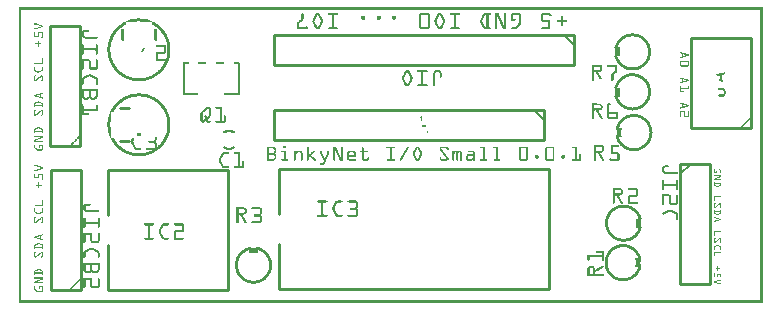
<source format=gto>
G04 MADE WITH FRITZING*
G04 WWW.FRITZING.ORG*
G04 DOUBLE SIDED*
G04 HOLES PLATED*
G04 CONTOUR ON CENTER OF CONTOUR VECTOR*
%ASAXBY*%
%FSLAX23Y23*%
%MOIN*%
%OFA0B0*%
%SFA1.0B1.0*%
%ADD10R,0.910160X0.110010X0.890160X0.090010*%
%ADD11C,0.010000*%
%ADD12C,0.005000*%
%ADD13C,0.008000*%
%ADD14C,0.011000*%
%ADD15R,0.001000X0.001000*%
%LNSILK1*%
G90*
G70*
G54D11*
X851Y643D02*
X1751Y643D01*
X1751Y543D01*
X851Y543D01*
X851Y643D01*
D02*
X869Y46D02*
X869Y196D01*
D02*
X869Y296D02*
X869Y446D01*
D02*
X869Y46D02*
X1769Y46D01*
D02*
X1769Y446D02*
X869Y446D01*
D02*
X1769Y46D02*
X1769Y446D01*
D02*
X296Y43D02*
X696Y43D01*
D02*
X696Y43D02*
X696Y443D01*
D02*
X696Y443D02*
X296Y443D01*
D02*
X296Y43D02*
X296Y193D01*
D02*
X296Y293D02*
X296Y443D01*
D02*
X1851Y893D02*
X851Y893D01*
D02*
X851Y893D02*
X851Y793D01*
D02*
X851Y793D02*
X1851Y793D01*
D02*
X1851Y793D02*
X1851Y893D01*
G54D12*
D02*
X1816Y893D02*
X1851Y858D01*
D02*
X1716Y643D02*
X1751Y608D01*
G54D13*
D02*
X552Y696D02*
X552Y798D01*
D02*
X733Y798D02*
X733Y696D01*
G54D11*
D02*
X2442Y583D02*
X2442Y883D01*
D02*
X2442Y883D02*
X2242Y883D01*
D02*
X2242Y883D02*
X2242Y583D01*
D02*
X2242Y583D02*
X2442Y583D01*
D02*
X2205Y464D02*
X2205Y64D01*
D02*
X2205Y64D02*
X2305Y64D01*
D02*
X2305Y64D02*
X2305Y464D01*
D02*
X2305Y464D02*
X2205Y464D01*
G54D12*
D02*
X2205Y429D02*
X2240Y464D01*
G54D11*
D02*
X207Y43D02*
X207Y443D01*
D02*
X207Y443D02*
X107Y443D01*
D02*
X107Y443D02*
X107Y43D01*
D02*
X107Y43D02*
X207Y43D01*
D02*
X205Y521D02*
X205Y921D01*
D02*
X205Y921D02*
X105Y921D01*
D02*
X105Y921D02*
X105Y521D01*
D02*
X105Y521D02*
X205Y521D01*
G54D14*
X336Y648D02*
X366Y648D01*
D02*
X336Y538D02*
X366Y538D01*
D02*
G54D15*
X0Y984D02*
X2479Y984D01*
X0Y983D02*
X2479Y983D01*
X0Y982D02*
X2479Y982D01*
X0Y981D02*
X2479Y981D01*
X0Y980D02*
X2479Y980D01*
X0Y979D02*
X2479Y979D01*
X0Y978D02*
X2479Y978D01*
X0Y977D02*
X2479Y977D01*
X0Y976D02*
X7Y976D01*
X2472Y976D02*
X2479Y976D01*
X0Y975D02*
X7Y975D01*
X2472Y975D02*
X2479Y975D01*
X0Y974D02*
X7Y974D01*
X2472Y974D02*
X2479Y974D01*
X0Y973D02*
X7Y973D01*
X2472Y973D02*
X2479Y973D01*
X0Y972D02*
X7Y972D01*
X2472Y972D02*
X2479Y972D01*
X0Y971D02*
X7Y971D01*
X2472Y971D02*
X2479Y971D01*
X0Y970D02*
X7Y970D01*
X2472Y970D02*
X2479Y970D01*
X0Y969D02*
X7Y969D01*
X2472Y969D02*
X2479Y969D01*
X0Y968D02*
X7Y968D01*
X2472Y968D02*
X2479Y968D01*
X0Y967D02*
X7Y967D01*
X2472Y967D02*
X2479Y967D01*
X0Y966D02*
X7Y966D01*
X2472Y966D02*
X2479Y966D01*
X0Y965D02*
X7Y965D01*
X944Y965D02*
X947Y965D01*
X993Y965D02*
X1000Y965D01*
X1031Y965D02*
X1063Y965D01*
X1339Y965D02*
X1365Y965D01*
X1400Y965D02*
X1406Y965D01*
X1438Y965D02*
X1470Y965D01*
X1553Y965D02*
X1571Y965D01*
X1589Y965D02*
X1598Y965D01*
X1619Y965D02*
X1622Y965D01*
X1647Y965D02*
X1668Y965D01*
X1746Y965D02*
X1768Y965D01*
X2472Y965D02*
X2479Y965D01*
X0Y964D02*
X7Y964D01*
X943Y964D02*
X948Y964D01*
X991Y964D02*
X1001Y964D01*
X1031Y964D02*
X1064Y964D01*
X1338Y964D02*
X1367Y964D01*
X1398Y964D02*
X1408Y964D01*
X1437Y964D02*
X1470Y964D01*
X1551Y964D02*
X1572Y964D01*
X1589Y964D02*
X1599Y964D01*
X1618Y964D02*
X1623Y964D01*
X1645Y964D02*
X1670Y964D01*
X1744Y964D02*
X1771Y964D01*
X2472Y964D02*
X2479Y964D01*
X0Y963D02*
X7Y963D01*
X943Y963D02*
X948Y963D01*
X990Y963D02*
X1002Y963D01*
X1030Y963D02*
X1064Y963D01*
X1337Y963D02*
X1368Y963D01*
X1397Y963D02*
X1409Y963D01*
X1437Y963D02*
X1471Y963D01*
X1550Y963D02*
X1572Y963D01*
X1589Y963D02*
X1599Y963D01*
X1617Y963D02*
X1623Y963D01*
X1644Y963D02*
X1671Y963D01*
X1743Y963D02*
X1773Y963D01*
X2472Y963D02*
X2479Y963D01*
X0Y962D02*
X7Y962D01*
X942Y962D02*
X949Y962D01*
X989Y962D02*
X1003Y962D01*
X1030Y962D02*
X1064Y962D01*
X1336Y962D02*
X1368Y962D01*
X1396Y962D02*
X1410Y962D01*
X1437Y962D02*
X1471Y962D01*
X1549Y962D02*
X1572Y962D01*
X1589Y962D02*
X1599Y962D01*
X1617Y962D02*
X1623Y962D01*
X1643Y962D02*
X1672Y962D01*
X1743Y962D02*
X1775Y962D01*
X2472Y962D02*
X2479Y962D01*
X0Y961D02*
X7Y961D01*
X942Y961D02*
X949Y961D01*
X989Y961D02*
X1004Y961D01*
X1030Y961D02*
X1064Y961D01*
X1336Y961D02*
X1369Y961D01*
X1395Y961D02*
X1411Y961D01*
X1437Y961D02*
X1471Y961D01*
X1548Y961D02*
X1572Y961D01*
X1589Y961D02*
X1600Y961D01*
X1617Y961D02*
X1623Y961D01*
X1642Y961D02*
X1672Y961D01*
X1742Y961D02*
X1775Y961D01*
X2472Y961D02*
X2479Y961D01*
X0Y960D02*
X7Y960D01*
X942Y960D02*
X949Y960D01*
X988Y960D02*
X1004Y960D01*
X1031Y960D02*
X1063Y960D01*
X1335Y960D02*
X1369Y960D01*
X1395Y960D02*
X1411Y960D01*
X1438Y960D02*
X1470Y960D01*
X1547Y960D02*
X1572Y960D01*
X1589Y960D02*
X1600Y960D01*
X1617Y960D02*
X1623Y960D01*
X1641Y960D02*
X1673Y960D01*
X1742Y960D02*
X1776Y960D01*
X2472Y960D02*
X2479Y960D01*
X0Y959D02*
X7Y959D01*
X942Y959D02*
X949Y959D01*
X988Y959D02*
X1005Y959D01*
X1033Y959D02*
X1062Y959D01*
X1335Y959D02*
X1369Y959D01*
X1394Y959D02*
X1412Y959D01*
X1439Y959D02*
X1468Y959D01*
X1547Y959D02*
X1570Y959D01*
X1589Y959D02*
X1601Y959D01*
X1617Y959D02*
X1623Y959D01*
X1641Y959D02*
X1673Y959D01*
X1742Y959D02*
X1776Y959D01*
X2472Y959D02*
X2479Y959D01*
X0Y958D02*
X7Y958D01*
X942Y958D02*
X949Y958D01*
X987Y958D02*
X994Y958D01*
X998Y958D02*
X1005Y958D01*
X1044Y958D02*
X1050Y958D01*
X1335Y958D02*
X1341Y958D01*
X1363Y958D02*
X1369Y958D01*
X1394Y958D02*
X1401Y958D01*
X1405Y958D02*
X1412Y958D01*
X1451Y958D02*
X1457Y958D01*
X1546Y958D02*
X1554Y958D01*
X1559Y958D02*
X1566Y958D01*
X1589Y958D02*
X1601Y958D01*
X1617Y958D02*
X1623Y958D01*
X1641Y958D02*
X1648Y958D01*
X1667Y958D02*
X1674Y958D01*
X1742Y958D02*
X1748Y958D01*
X1767Y958D02*
X1776Y958D01*
X2472Y958D02*
X2479Y958D01*
X0Y957D02*
X7Y957D01*
X942Y957D02*
X949Y957D01*
X987Y957D02*
X994Y957D01*
X999Y957D02*
X1006Y957D01*
X1044Y957D02*
X1050Y957D01*
X1335Y957D02*
X1341Y957D01*
X1363Y957D02*
X1369Y957D01*
X1393Y957D02*
X1400Y957D01*
X1406Y957D02*
X1413Y957D01*
X1451Y957D02*
X1457Y957D01*
X1546Y957D02*
X1553Y957D01*
X1559Y957D02*
X1566Y957D01*
X1589Y957D02*
X1602Y957D01*
X1617Y957D02*
X1623Y957D01*
X1640Y957D02*
X1647Y957D01*
X1668Y957D02*
X1674Y957D01*
X1742Y957D02*
X1748Y957D01*
X1770Y957D02*
X1775Y957D01*
X2472Y957D02*
X2479Y957D01*
X0Y956D02*
X7Y956D01*
X942Y956D02*
X949Y956D01*
X986Y956D02*
X993Y956D01*
X999Y956D02*
X1006Y956D01*
X1044Y956D02*
X1050Y956D01*
X1144Y956D02*
X1154Y956D01*
X1194Y956D02*
X1205Y956D01*
X1245Y956D02*
X1256Y956D01*
X1335Y956D02*
X1341Y956D01*
X1363Y956D02*
X1369Y956D01*
X1393Y956D02*
X1400Y956D01*
X1406Y956D02*
X1413Y956D01*
X1451Y956D02*
X1457Y956D01*
X1545Y956D02*
X1552Y956D01*
X1559Y956D02*
X1566Y956D01*
X1589Y956D02*
X1602Y956D01*
X1617Y956D02*
X1623Y956D01*
X1640Y956D02*
X1646Y956D01*
X1668Y956D02*
X1674Y956D01*
X1742Y956D02*
X1748Y956D01*
X1772Y956D02*
X1773Y956D01*
X2472Y956D02*
X2479Y956D01*
X0Y955D02*
X7Y955D01*
X942Y955D02*
X949Y955D01*
X986Y955D02*
X993Y955D01*
X1000Y955D02*
X1007Y955D01*
X1044Y955D02*
X1050Y955D01*
X1143Y955D02*
X1155Y955D01*
X1194Y955D02*
X1206Y955D01*
X1244Y955D02*
X1257Y955D01*
X1335Y955D02*
X1341Y955D01*
X1363Y955D02*
X1369Y955D01*
X1392Y955D02*
X1399Y955D01*
X1407Y955D02*
X1414Y955D01*
X1451Y955D02*
X1457Y955D01*
X1545Y955D02*
X1552Y955D01*
X1559Y955D02*
X1566Y955D01*
X1589Y955D02*
X1603Y955D01*
X1617Y955D02*
X1623Y955D01*
X1640Y955D02*
X1646Y955D01*
X1668Y955D02*
X1674Y955D01*
X1742Y955D02*
X1748Y955D01*
X1808Y955D02*
X1812Y955D01*
X2472Y955D02*
X2479Y955D01*
X0Y954D02*
X7Y954D01*
X942Y954D02*
X949Y954D01*
X985Y954D02*
X992Y954D01*
X1000Y954D02*
X1007Y954D01*
X1044Y954D02*
X1050Y954D01*
X1142Y954D02*
X1155Y954D01*
X1193Y954D02*
X1206Y954D01*
X1244Y954D02*
X1257Y954D01*
X1335Y954D02*
X1341Y954D01*
X1363Y954D02*
X1369Y954D01*
X1392Y954D02*
X1399Y954D01*
X1407Y954D02*
X1414Y954D01*
X1451Y954D02*
X1457Y954D01*
X1544Y954D02*
X1551Y954D01*
X1559Y954D02*
X1566Y954D01*
X1589Y954D02*
X1603Y954D01*
X1617Y954D02*
X1623Y954D01*
X1640Y954D02*
X1646Y954D01*
X1668Y954D02*
X1674Y954D01*
X1742Y954D02*
X1748Y954D01*
X1807Y954D02*
X1812Y954D01*
X2472Y954D02*
X2479Y954D01*
X0Y953D02*
X7Y953D01*
X942Y953D02*
X949Y953D01*
X985Y953D02*
X992Y953D01*
X1001Y953D02*
X1008Y953D01*
X1044Y953D02*
X1050Y953D01*
X1142Y953D02*
X1155Y953D01*
X1193Y953D02*
X1206Y953D01*
X1244Y953D02*
X1257Y953D01*
X1335Y953D02*
X1341Y953D01*
X1363Y953D02*
X1369Y953D01*
X1391Y953D02*
X1398Y953D01*
X1408Y953D02*
X1415Y953D01*
X1451Y953D02*
X1457Y953D01*
X1544Y953D02*
X1551Y953D01*
X1559Y953D02*
X1566Y953D01*
X1589Y953D02*
X1603Y953D01*
X1617Y953D02*
X1623Y953D01*
X1640Y953D02*
X1646Y953D01*
X1668Y953D02*
X1674Y953D01*
X1742Y953D02*
X1748Y953D01*
X1807Y953D02*
X1813Y953D01*
X2472Y953D02*
X2479Y953D01*
X0Y952D02*
X7Y952D01*
X942Y952D02*
X949Y952D01*
X984Y952D02*
X991Y952D01*
X1001Y952D02*
X1008Y952D01*
X1044Y952D02*
X1050Y952D01*
X1142Y952D02*
X1155Y952D01*
X1193Y952D02*
X1206Y952D01*
X1244Y952D02*
X1257Y952D01*
X1335Y952D02*
X1341Y952D01*
X1363Y952D02*
X1369Y952D01*
X1391Y952D02*
X1398Y952D01*
X1408Y952D02*
X1415Y952D01*
X1451Y952D02*
X1457Y952D01*
X1543Y952D02*
X1550Y952D01*
X1559Y952D02*
X1566Y952D01*
X1589Y952D02*
X1595Y952D01*
X1597Y952D02*
X1604Y952D01*
X1617Y952D02*
X1623Y952D01*
X1640Y952D02*
X1646Y952D01*
X1668Y952D02*
X1674Y952D01*
X1742Y952D02*
X1748Y952D01*
X1807Y952D02*
X1813Y952D01*
X2472Y952D02*
X2479Y952D01*
X0Y951D02*
X7Y951D01*
X942Y951D02*
X949Y951D01*
X984Y951D02*
X991Y951D01*
X1002Y951D02*
X1009Y951D01*
X1044Y951D02*
X1050Y951D01*
X1142Y951D02*
X1155Y951D01*
X1193Y951D02*
X1206Y951D01*
X1244Y951D02*
X1257Y951D01*
X1335Y951D02*
X1341Y951D01*
X1363Y951D02*
X1369Y951D01*
X1390Y951D02*
X1397Y951D01*
X1409Y951D02*
X1416Y951D01*
X1451Y951D02*
X1457Y951D01*
X1543Y951D02*
X1550Y951D01*
X1559Y951D02*
X1566Y951D01*
X1589Y951D02*
X1595Y951D01*
X1597Y951D02*
X1604Y951D01*
X1617Y951D02*
X1623Y951D01*
X1640Y951D02*
X1646Y951D01*
X1668Y951D02*
X1674Y951D01*
X1742Y951D02*
X1748Y951D01*
X1807Y951D02*
X1813Y951D01*
X2472Y951D02*
X2479Y951D01*
X0Y950D02*
X7Y950D01*
X942Y950D02*
X949Y950D01*
X983Y950D02*
X990Y950D01*
X1002Y950D02*
X1009Y950D01*
X1044Y950D02*
X1050Y950D01*
X1142Y950D02*
X1155Y950D01*
X1193Y950D02*
X1206Y950D01*
X1244Y950D02*
X1257Y950D01*
X1335Y950D02*
X1341Y950D01*
X1363Y950D02*
X1369Y950D01*
X1390Y950D02*
X1397Y950D01*
X1409Y950D02*
X1416Y950D01*
X1451Y950D02*
X1457Y950D01*
X1542Y950D02*
X1549Y950D01*
X1559Y950D02*
X1566Y950D01*
X1589Y950D02*
X1595Y950D01*
X1598Y950D02*
X1605Y950D01*
X1617Y950D02*
X1623Y950D01*
X1640Y950D02*
X1646Y950D01*
X1668Y950D02*
X1674Y950D01*
X1742Y950D02*
X1748Y950D01*
X1807Y950D02*
X1813Y950D01*
X2472Y950D02*
X2479Y950D01*
X0Y949D02*
X7Y949D01*
X942Y949D02*
X949Y949D01*
X983Y949D02*
X990Y949D01*
X1003Y949D02*
X1010Y949D01*
X1044Y949D02*
X1050Y949D01*
X1142Y949D02*
X1155Y949D01*
X1193Y949D02*
X1206Y949D01*
X1244Y949D02*
X1257Y949D01*
X1335Y949D02*
X1341Y949D01*
X1363Y949D02*
X1369Y949D01*
X1389Y949D02*
X1396Y949D01*
X1410Y949D02*
X1417Y949D01*
X1451Y949D02*
X1457Y949D01*
X1542Y949D02*
X1549Y949D01*
X1559Y949D02*
X1566Y949D01*
X1589Y949D02*
X1595Y949D01*
X1598Y949D02*
X1605Y949D01*
X1617Y949D02*
X1623Y949D01*
X1640Y949D02*
X1646Y949D01*
X1668Y949D02*
X1674Y949D01*
X1742Y949D02*
X1748Y949D01*
X1807Y949D02*
X1813Y949D01*
X2472Y949D02*
X2479Y949D01*
X0Y948D02*
X7Y948D01*
X396Y948D02*
X405Y948D01*
X942Y948D02*
X949Y948D01*
X982Y948D02*
X989Y948D01*
X1004Y948D02*
X1010Y948D01*
X1044Y948D02*
X1050Y948D01*
X1142Y948D02*
X1155Y948D01*
X1193Y948D02*
X1206Y948D01*
X1244Y948D02*
X1257Y948D01*
X1335Y948D02*
X1341Y948D01*
X1363Y948D02*
X1369Y948D01*
X1389Y948D02*
X1396Y948D01*
X1410Y948D02*
X1417Y948D01*
X1451Y948D02*
X1457Y948D01*
X1541Y948D02*
X1548Y948D01*
X1559Y948D02*
X1566Y948D01*
X1589Y948D02*
X1595Y948D01*
X1599Y948D02*
X1606Y948D01*
X1617Y948D02*
X1623Y948D01*
X1640Y948D02*
X1647Y948D01*
X1668Y948D02*
X1674Y948D01*
X1742Y948D02*
X1748Y948D01*
X1807Y948D02*
X1813Y948D01*
X2472Y948D02*
X2479Y948D01*
X0Y947D02*
X7Y947D01*
X386Y947D02*
X415Y947D01*
X942Y947D02*
X949Y947D01*
X982Y947D02*
X989Y947D01*
X1004Y947D02*
X1011Y947D01*
X1044Y947D02*
X1050Y947D01*
X1142Y947D02*
X1155Y947D01*
X1193Y947D02*
X1206Y947D01*
X1244Y947D02*
X1257Y947D01*
X1335Y947D02*
X1341Y947D01*
X1363Y947D02*
X1369Y947D01*
X1388Y947D02*
X1395Y947D01*
X1411Y947D02*
X1418Y947D01*
X1451Y947D02*
X1457Y947D01*
X1541Y947D02*
X1548Y947D01*
X1559Y947D02*
X1566Y947D01*
X1589Y947D02*
X1595Y947D01*
X1599Y947D02*
X1606Y947D01*
X1617Y947D02*
X1623Y947D01*
X1640Y947D02*
X1656Y947D01*
X1668Y947D02*
X1674Y947D01*
X1742Y947D02*
X1748Y947D01*
X1807Y947D02*
X1813Y947D01*
X2472Y947D02*
X2479Y947D01*
X0Y946D02*
X7Y946D01*
X380Y946D02*
X421Y946D01*
X942Y946D02*
X949Y946D01*
X981Y946D02*
X988Y946D01*
X1005Y946D02*
X1011Y946D01*
X1044Y946D02*
X1050Y946D01*
X1143Y946D02*
X1155Y946D01*
X1193Y946D02*
X1206Y946D01*
X1244Y946D02*
X1257Y946D01*
X1335Y946D02*
X1341Y946D01*
X1363Y946D02*
X1369Y946D01*
X1388Y946D02*
X1395Y946D01*
X1411Y946D02*
X1418Y946D01*
X1451Y946D02*
X1457Y946D01*
X1540Y946D02*
X1547Y946D01*
X1559Y946D02*
X1566Y946D01*
X1589Y946D02*
X1595Y946D01*
X1600Y946D02*
X1606Y946D01*
X1617Y946D02*
X1623Y946D01*
X1640Y946D02*
X1656Y946D01*
X1668Y946D02*
X1674Y946D01*
X1742Y946D02*
X1748Y946D01*
X1807Y946D02*
X1813Y946D01*
X2472Y946D02*
X2479Y946D01*
X0Y945D02*
X7Y945D01*
X376Y945D02*
X425Y945D01*
X941Y945D02*
X949Y945D01*
X981Y945D02*
X988Y945D01*
X1005Y945D02*
X1012Y945D01*
X1044Y945D02*
X1050Y945D01*
X1143Y945D02*
X1154Y945D01*
X1194Y945D02*
X1205Y945D01*
X1245Y945D02*
X1256Y945D01*
X1335Y945D02*
X1341Y945D01*
X1363Y945D02*
X1369Y945D01*
X1387Y945D02*
X1394Y945D01*
X1412Y945D02*
X1419Y945D01*
X1451Y945D02*
X1457Y945D01*
X1540Y945D02*
X1547Y945D01*
X1559Y945D02*
X1566Y945D01*
X1589Y945D02*
X1595Y945D01*
X1600Y945D02*
X1607Y945D01*
X1617Y945D02*
X1623Y945D01*
X1640Y945D02*
X1657Y945D01*
X1668Y945D02*
X1674Y945D01*
X1742Y945D02*
X1748Y945D01*
X1807Y945D02*
X1813Y945D01*
X2472Y945D02*
X2479Y945D01*
X0Y944D02*
X7Y944D01*
X372Y944D02*
X429Y944D01*
X940Y944D02*
X948Y944D01*
X980Y944D02*
X987Y944D01*
X1006Y944D02*
X1012Y944D01*
X1044Y944D02*
X1050Y944D01*
X1145Y944D02*
X1153Y944D01*
X1196Y944D02*
X1203Y944D01*
X1247Y944D02*
X1254Y944D01*
X1335Y944D02*
X1341Y944D01*
X1363Y944D02*
X1369Y944D01*
X1387Y944D02*
X1394Y944D01*
X1412Y944D02*
X1419Y944D01*
X1451Y944D02*
X1457Y944D01*
X1540Y944D02*
X1546Y944D01*
X1559Y944D02*
X1566Y944D01*
X1589Y944D02*
X1595Y944D01*
X1601Y944D02*
X1607Y944D01*
X1617Y944D02*
X1623Y944D01*
X1640Y944D02*
X1657Y944D01*
X1668Y944D02*
X1674Y944D01*
X1742Y944D02*
X1748Y944D01*
X1807Y944D02*
X1813Y944D01*
X2472Y944D02*
X2479Y944D01*
X0Y943D02*
X7Y943D01*
X369Y943D02*
X432Y943D01*
X939Y943D02*
X948Y943D01*
X980Y943D02*
X987Y943D01*
X1006Y943D02*
X1013Y943D01*
X1044Y943D02*
X1050Y943D01*
X1335Y943D02*
X1341Y943D01*
X1363Y943D02*
X1369Y943D01*
X1387Y943D02*
X1393Y943D01*
X1413Y943D02*
X1419Y943D01*
X1451Y943D02*
X1457Y943D01*
X1539Y943D02*
X1546Y943D01*
X1559Y943D02*
X1566Y943D01*
X1589Y943D02*
X1595Y943D01*
X1601Y943D02*
X1608Y943D01*
X1617Y943D02*
X1623Y943D01*
X1640Y943D02*
X1656Y943D01*
X1668Y943D02*
X1674Y943D01*
X1742Y943D02*
X1748Y943D01*
X1807Y943D02*
X1813Y943D01*
X2472Y943D02*
X2479Y943D01*
X0Y942D02*
X7Y942D01*
X366Y942D02*
X435Y942D01*
X938Y942D02*
X947Y942D01*
X980Y942D02*
X986Y942D01*
X1006Y942D02*
X1013Y942D01*
X1044Y942D02*
X1050Y942D01*
X1335Y942D02*
X1341Y942D01*
X1363Y942D02*
X1369Y942D01*
X1386Y942D02*
X1393Y942D01*
X1413Y942D02*
X1420Y942D01*
X1451Y942D02*
X1457Y942D01*
X1539Y942D02*
X1545Y942D01*
X1559Y942D02*
X1566Y942D01*
X1589Y942D02*
X1595Y942D01*
X1601Y942D02*
X1608Y942D01*
X1617Y942D02*
X1623Y942D01*
X1640Y942D02*
X1656Y942D01*
X1668Y942D02*
X1674Y942D01*
X1742Y942D02*
X1748Y942D01*
X1806Y942D02*
X1813Y942D01*
X2472Y942D02*
X2479Y942D01*
X0Y941D02*
X7Y941D01*
X363Y941D02*
X438Y941D01*
X936Y941D02*
X946Y941D01*
X980Y941D02*
X986Y941D01*
X1007Y941D02*
X1013Y941D01*
X1044Y941D02*
X1050Y941D01*
X1335Y941D02*
X1341Y941D01*
X1363Y941D02*
X1369Y941D01*
X1386Y941D02*
X1393Y941D01*
X1413Y941D02*
X1420Y941D01*
X1451Y941D02*
X1457Y941D01*
X1539Y941D02*
X1545Y941D01*
X1559Y941D02*
X1566Y941D01*
X1589Y941D02*
X1595Y941D01*
X1602Y941D02*
X1609Y941D01*
X1617Y941D02*
X1623Y941D01*
X1640Y941D02*
X1654Y941D01*
X1668Y941D02*
X1674Y941D01*
X1742Y941D02*
X1769Y941D01*
X1794Y941D02*
X1826Y941D01*
X2472Y941D02*
X2479Y941D01*
X0Y940D02*
X7Y940D01*
X361Y940D02*
X440Y940D01*
X935Y940D02*
X945Y940D01*
X979Y940D02*
X986Y940D01*
X1007Y940D02*
X1013Y940D01*
X1044Y940D02*
X1050Y940D01*
X1335Y940D02*
X1341Y940D01*
X1363Y940D02*
X1369Y940D01*
X1386Y940D02*
X1392Y940D01*
X1414Y940D02*
X1420Y940D01*
X1451Y940D02*
X1457Y940D01*
X1539Y940D02*
X1545Y940D01*
X1559Y940D02*
X1566Y940D01*
X1589Y940D02*
X1595Y940D01*
X1602Y940D02*
X1609Y940D01*
X1617Y940D02*
X1623Y940D01*
X1668Y940D02*
X1674Y940D01*
X1742Y940D02*
X1769Y940D01*
X1793Y940D02*
X1826Y940D01*
X2472Y940D02*
X2479Y940D01*
X0Y939D02*
X7Y939D01*
X359Y939D02*
X443Y939D01*
X934Y939D02*
X944Y939D01*
X979Y939D02*
X985Y939D01*
X1007Y939D02*
X1013Y939D01*
X1044Y939D02*
X1050Y939D01*
X1335Y939D02*
X1341Y939D01*
X1363Y939D02*
X1369Y939D01*
X1386Y939D02*
X1392Y939D01*
X1414Y939D02*
X1420Y939D01*
X1451Y939D02*
X1457Y939D01*
X1539Y939D02*
X1545Y939D01*
X1559Y939D02*
X1566Y939D01*
X1589Y939D02*
X1595Y939D01*
X1603Y939D02*
X1610Y939D01*
X1617Y939D02*
X1623Y939D01*
X1668Y939D02*
X1674Y939D01*
X1743Y939D02*
X1769Y939D01*
X1793Y939D02*
X1827Y939D01*
X2472Y939D02*
X2479Y939D01*
X0Y938D02*
X7Y938D01*
X357Y938D02*
X395Y938D01*
X406Y938D02*
X445Y938D01*
X933Y938D02*
X943Y938D01*
X979Y938D02*
X985Y938D01*
X1007Y938D02*
X1013Y938D01*
X1044Y938D02*
X1050Y938D01*
X1335Y938D02*
X1341Y938D01*
X1363Y938D02*
X1369Y938D01*
X1386Y938D02*
X1392Y938D01*
X1414Y938D02*
X1420Y938D01*
X1451Y938D02*
X1457Y938D01*
X1539Y938D02*
X1545Y938D01*
X1559Y938D02*
X1566Y938D01*
X1589Y938D02*
X1595Y938D01*
X1603Y938D02*
X1610Y938D01*
X1617Y938D02*
X1623Y938D01*
X1668Y938D02*
X1674Y938D01*
X1743Y938D02*
X1769Y938D01*
X1793Y938D02*
X1827Y938D01*
X2472Y938D02*
X2479Y938D01*
X0Y937D02*
X7Y937D01*
X354Y937D02*
X385Y937D01*
X416Y937D02*
X447Y937D01*
X932Y937D02*
X942Y937D01*
X979Y937D02*
X986Y937D01*
X1007Y937D02*
X1013Y937D01*
X1044Y937D02*
X1050Y937D01*
X1335Y937D02*
X1341Y937D01*
X1363Y937D02*
X1369Y937D01*
X1386Y937D02*
X1392Y937D01*
X1414Y937D02*
X1420Y937D01*
X1451Y937D02*
X1457Y937D01*
X1539Y937D02*
X1545Y937D01*
X1559Y937D02*
X1566Y937D01*
X1589Y937D02*
X1595Y937D01*
X1604Y937D02*
X1610Y937D01*
X1617Y937D02*
X1623Y937D01*
X1668Y937D02*
X1674Y937D01*
X1744Y937D02*
X1769Y937D01*
X1793Y937D02*
X1826Y937D01*
X2472Y937D02*
X2479Y937D01*
X0Y936D02*
X7Y936D01*
X352Y936D02*
X380Y936D01*
X421Y936D02*
X449Y936D01*
X931Y936D02*
X941Y936D01*
X979Y936D02*
X986Y936D01*
X1007Y936D02*
X1013Y936D01*
X1044Y936D02*
X1050Y936D01*
X1335Y936D02*
X1341Y936D01*
X1363Y936D02*
X1369Y936D01*
X1386Y936D02*
X1392Y936D01*
X1414Y936D02*
X1420Y936D01*
X1451Y936D02*
X1457Y936D01*
X1539Y936D02*
X1545Y936D01*
X1559Y936D02*
X1566Y936D01*
X1589Y936D02*
X1595Y936D01*
X1604Y936D02*
X1611Y936D01*
X1617Y936D02*
X1623Y936D01*
X1668Y936D02*
X1674Y936D01*
X1745Y936D02*
X1769Y936D01*
X1794Y936D02*
X1826Y936D01*
X2472Y936D02*
X2479Y936D01*
X0Y935D02*
X7Y935D01*
X350Y935D02*
X358Y935D01*
X444Y935D02*
X451Y935D01*
X930Y935D02*
X939Y935D01*
X980Y935D02*
X986Y935D01*
X1006Y935D02*
X1013Y935D01*
X1044Y935D02*
X1050Y935D01*
X1335Y935D02*
X1341Y935D01*
X1363Y935D02*
X1369Y935D01*
X1386Y935D02*
X1393Y935D01*
X1413Y935D02*
X1420Y935D01*
X1451Y935D02*
X1457Y935D01*
X1539Y935D02*
X1545Y935D01*
X1559Y935D02*
X1566Y935D01*
X1589Y935D02*
X1595Y935D01*
X1604Y935D02*
X1611Y935D01*
X1617Y935D02*
X1623Y935D01*
X1668Y935D02*
X1674Y935D01*
X1748Y935D02*
X1769Y935D01*
X1796Y935D02*
X1824Y935D01*
X2472Y935D02*
X2479Y935D01*
X0Y934D02*
X7Y934D01*
X349Y934D02*
X358Y934D01*
X444Y934D02*
X452Y934D01*
X929Y934D02*
X938Y934D01*
X980Y934D02*
X987Y934D01*
X1006Y934D02*
X1013Y934D01*
X1044Y934D02*
X1050Y934D01*
X1335Y934D02*
X1341Y934D01*
X1363Y934D02*
X1369Y934D01*
X1387Y934D02*
X1393Y934D01*
X1413Y934D02*
X1419Y934D01*
X1451Y934D02*
X1457Y934D01*
X1539Y934D02*
X1546Y934D01*
X1559Y934D02*
X1566Y934D01*
X1589Y934D02*
X1595Y934D01*
X1605Y934D02*
X1612Y934D01*
X1617Y934D02*
X1623Y934D01*
X1668Y934D02*
X1674Y934D01*
X1763Y934D02*
X1769Y934D01*
X1807Y934D02*
X1813Y934D01*
X2472Y934D02*
X2479Y934D01*
X0Y933D02*
X7Y933D01*
X347Y933D02*
X358Y933D01*
X444Y933D02*
X454Y933D01*
X929Y933D02*
X937Y933D01*
X980Y933D02*
X987Y933D01*
X1006Y933D02*
X1012Y933D01*
X1044Y933D02*
X1050Y933D01*
X1335Y933D02*
X1341Y933D01*
X1363Y933D02*
X1369Y933D01*
X1387Y933D02*
X1394Y933D01*
X1412Y933D02*
X1419Y933D01*
X1451Y933D02*
X1457Y933D01*
X1540Y933D02*
X1546Y933D01*
X1559Y933D02*
X1566Y933D01*
X1589Y933D02*
X1595Y933D01*
X1605Y933D02*
X1612Y933D01*
X1617Y933D02*
X1623Y933D01*
X1667Y933D02*
X1674Y933D01*
X1763Y933D02*
X1769Y933D01*
X1807Y933D02*
X1813Y933D01*
X2472Y933D02*
X2479Y933D01*
X0Y932D02*
X7Y932D01*
X346Y932D02*
X358Y932D01*
X444Y932D02*
X456Y932D01*
X928Y932D02*
X936Y932D01*
X981Y932D02*
X988Y932D01*
X1005Y932D02*
X1012Y932D01*
X1044Y932D02*
X1050Y932D01*
X1335Y932D02*
X1341Y932D01*
X1363Y932D02*
X1369Y932D01*
X1387Y932D02*
X1394Y932D01*
X1412Y932D02*
X1419Y932D01*
X1451Y932D02*
X1457Y932D01*
X1540Y932D02*
X1547Y932D01*
X1559Y932D02*
X1566Y932D01*
X1589Y932D02*
X1595Y932D01*
X1606Y932D02*
X1613Y932D01*
X1617Y932D02*
X1623Y932D01*
X1667Y932D02*
X1674Y932D01*
X1763Y932D02*
X1769Y932D01*
X1807Y932D02*
X1813Y932D01*
X2472Y932D02*
X2479Y932D01*
X0Y931D02*
X7Y931D01*
X51Y931D02*
X59Y931D01*
X344Y931D02*
X358Y931D01*
X444Y931D02*
X457Y931D01*
X928Y931D02*
X935Y931D01*
X981Y931D02*
X988Y931D01*
X1005Y931D02*
X1011Y931D01*
X1044Y931D02*
X1050Y931D01*
X1335Y931D02*
X1341Y931D01*
X1363Y931D02*
X1369Y931D01*
X1388Y931D02*
X1395Y931D01*
X1411Y931D02*
X1418Y931D01*
X1451Y931D02*
X1457Y931D01*
X1540Y931D02*
X1547Y931D01*
X1559Y931D02*
X1566Y931D01*
X1589Y931D02*
X1595Y931D01*
X1606Y931D02*
X1613Y931D01*
X1617Y931D02*
X1623Y931D01*
X1666Y931D02*
X1673Y931D01*
X1763Y931D02*
X1769Y931D01*
X1807Y931D02*
X1813Y931D01*
X2472Y931D02*
X2479Y931D01*
X0Y930D02*
X7Y930D01*
X51Y930D02*
X62Y930D01*
X342Y930D02*
X358Y930D01*
X444Y930D02*
X459Y930D01*
X928Y930D02*
X935Y930D01*
X982Y930D02*
X989Y930D01*
X1004Y930D02*
X1011Y930D01*
X1044Y930D02*
X1050Y930D01*
X1335Y930D02*
X1341Y930D01*
X1363Y930D02*
X1369Y930D01*
X1388Y930D02*
X1395Y930D01*
X1411Y930D02*
X1418Y930D01*
X1451Y930D02*
X1457Y930D01*
X1541Y930D02*
X1548Y930D01*
X1559Y930D02*
X1566Y930D01*
X1589Y930D02*
X1595Y930D01*
X1607Y930D02*
X1613Y930D01*
X1617Y930D02*
X1623Y930D01*
X1665Y930D02*
X1673Y930D01*
X1763Y930D02*
X1769Y930D01*
X1807Y930D02*
X1813Y930D01*
X2472Y930D02*
X2479Y930D01*
X0Y929D02*
X7Y929D01*
X50Y929D02*
X65Y929D01*
X341Y929D02*
X358Y929D01*
X444Y929D02*
X460Y929D01*
X928Y929D02*
X935Y929D01*
X982Y929D02*
X989Y929D01*
X1004Y929D02*
X1010Y929D01*
X1044Y929D02*
X1050Y929D01*
X1335Y929D02*
X1341Y929D01*
X1363Y929D02*
X1369Y929D01*
X1389Y929D02*
X1396Y929D01*
X1410Y929D02*
X1417Y929D01*
X1451Y929D02*
X1457Y929D01*
X1541Y929D02*
X1548Y929D01*
X1559Y929D02*
X1566Y929D01*
X1589Y929D02*
X1595Y929D01*
X1607Y929D02*
X1614Y929D01*
X1617Y929D02*
X1623Y929D01*
X1664Y929D02*
X1672Y929D01*
X1763Y929D02*
X1769Y929D01*
X1807Y929D02*
X1813Y929D01*
X2472Y929D02*
X2479Y929D01*
X0Y928D02*
X7Y928D01*
X51Y928D02*
X67Y928D01*
X340Y928D02*
X357Y928D01*
X444Y928D02*
X462Y928D01*
X928Y928D02*
X935Y928D01*
X983Y928D02*
X990Y928D01*
X1003Y928D02*
X1010Y928D01*
X1044Y928D02*
X1050Y928D01*
X1335Y928D02*
X1341Y928D01*
X1363Y928D02*
X1369Y928D01*
X1389Y928D02*
X1396Y928D01*
X1410Y928D02*
X1417Y928D01*
X1451Y928D02*
X1457Y928D01*
X1542Y928D02*
X1549Y928D01*
X1559Y928D02*
X1566Y928D01*
X1589Y928D02*
X1595Y928D01*
X1608Y928D02*
X1614Y928D01*
X1617Y928D02*
X1623Y928D01*
X1664Y928D02*
X1672Y928D01*
X1763Y928D02*
X1769Y928D01*
X1807Y928D02*
X1813Y928D01*
X2472Y928D02*
X2479Y928D01*
X0Y927D02*
X7Y927D01*
X60Y927D02*
X70Y927D01*
X338Y927D02*
X355Y927D01*
X446Y927D02*
X463Y927D01*
X928Y927D02*
X935Y927D01*
X983Y927D02*
X990Y927D01*
X1003Y927D02*
X1009Y927D01*
X1044Y927D02*
X1050Y927D01*
X1335Y927D02*
X1341Y927D01*
X1363Y927D02*
X1369Y927D01*
X1390Y927D02*
X1397Y927D01*
X1409Y927D02*
X1416Y927D01*
X1451Y927D02*
X1457Y927D01*
X1542Y927D02*
X1549Y927D01*
X1559Y927D02*
X1566Y927D01*
X1589Y927D02*
X1595Y927D01*
X1608Y927D02*
X1615Y927D01*
X1617Y927D02*
X1623Y927D01*
X1663Y927D02*
X1671Y927D01*
X1763Y927D02*
X1769Y927D01*
X1807Y927D02*
X1813Y927D01*
X2472Y927D02*
X2479Y927D01*
X0Y926D02*
X7Y926D01*
X62Y926D02*
X72Y926D01*
X337Y926D02*
X354Y926D01*
X448Y926D02*
X464Y926D01*
X928Y926D02*
X935Y926D01*
X984Y926D02*
X991Y926D01*
X1002Y926D02*
X1009Y926D01*
X1044Y926D02*
X1050Y926D01*
X1335Y926D02*
X1341Y926D01*
X1363Y926D02*
X1369Y926D01*
X1390Y926D02*
X1397Y926D01*
X1409Y926D02*
X1416Y926D01*
X1451Y926D02*
X1457Y926D01*
X1543Y926D02*
X1550Y926D01*
X1559Y926D02*
X1566Y926D01*
X1589Y926D02*
X1595Y926D01*
X1608Y926D02*
X1615Y926D01*
X1617Y926D02*
X1623Y926D01*
X1662Y926D02*
X1670Y926D01*
X1763Y926D02*
X1769Y926D01*
X1807Y926D02*
X1813Y926D01*
X2472Y926D02*
X2479Y926D01*
X0Y925D02*
X7Y925D01*
X65Y925D02*
X75Y925D01*
X336Y925D02*
X352Y925D01*
X449Y925D02*
X466Y925D01*
X928Y925D02*
X935Y925D01*
X984Y925D02*
X991Y925D01*
X1002Y925D02*
X1009Y925D01*
X1044Y925D02*
X1050Y925D01*
X1335Y925D02*
X1341Y925D01*
X1363Y925D02*
X1369Y925D01*
X1391Y925D02*
X1398Y925D01*
X1408Y925D02*
X1415Y925D01*
X1451Y925D02*
X1457Y925D01*
X1543Y925D02*
X1550Y925D01*
X1559Y925D02*
X1566Y925D01*
X1589Y925D02*
X1595Y925D01*
X1609Y925D02*
X1623Y925D01*
X1661Y925D02*
X1669Y925D01*
X1763Y925D02*
X1769Y925D01*
X1807Y925D02*
X1813Y925D01*
X2472Y925D02*
X2479Y925D01*
X0Y924D02*
X7Y924D01*
X67Y924D02*
X77Y924D01*
X334Y924D02*
X350Y924D01*
X451Y924D02*
X467Y924D01*
X928Y924D02*
X935Y924D01*
X985Y924D02*
X992Y924D01*
X1001Y924D02*
X1008Y924D01*
X1044Y924D02*
X1050Y924D01*
X1335Y924D02*
X1341Y924D01*
X1363Y924D02*
X1369Y924D01*
X1391Y924D02*
X1398Y924D01*
X1408Y924D02*
X1415Y924D01*
X1451Y924D02*
X1457Y924D01*
X1544Y924D02*
X1551Y924D01*
X1559Y924D02*
X1566Y924D01*
X1589Y924D02*
X1595Y924D01*
X1609Y924D02*
X1623Y924D01*
X1661Y924D02*
X1669Y924D01*
X1763Y924D02*
X1769Y924D01*
X1807Y924D02*
X1813Y924D01*
X2472Y924D02*
X2479Y924D01*
X0Y923D02*
X7Y923D01*
X70Y923D02*
X80Y923D01*
X333Y923D02*
X349Y923D01*
X453Y923D02*
X468Y923D01*
X928Y923D02*
X935Y923D01*
X985Y923D02*
X992Y923D01*
X1000Y923D02*
X1008Y923D01*
X1044Y923D02*
X1050Y923D01*
X1335Y923D02*
X1341Y923D01*
X1363Y923D02*
X1369Y923D01*
X1392Y923D02*
X1399Y923D01*
X1407Y923D02*
X1414Y923D01*
X1451Y923D02*
X1457Y923D01*
X1544Y923D02*
X1551Y923D01*
X1559Y923D02*
X1566Y923D01*
X1589Y923D02*
X1595Y923D01*
X1610Y923D02*
X1623Y923D01*
X1660Y923D02*
X1668Y923D01*
X1763Y923D02*
X1769Y923D01*
X1807Y923D02*
X1812Y923D01*
X2472Y923D02*
X2479Y923D01*
X0Y922D02*
X7Y922D01*
X72Y922D02*
X80Y922D01*
X332Y922D02*
X347Y922D01*
X454Y922D02*
X469Y922D01*
X928Y922D02*
X935Y922D01*
X986Y922D02*
X993Y922D01*
X1000Y922D02*
X1007Y922D01*
X1044Y922D02*
X1050Y922D01*
X1335Y922D02*
X1341Y922D01*
X1363Y922D02*
X1369Y922D01*
X1392Y922D02*
X1399Y922D01*
X1407Y922D02*
X1414Y922D01*
X1451Y922D02*
X1457Y922D01*
X1545Y922D02*
X1552Y922D01*
X1559Y922D02*
X1566Y922D01*
X1589Y922D02*
X1595Y922D01*
X1610Y922D02*
X1623Y922D01*
X1659Y922D02*
X1667Y922D01*
X1763Y922D02*
X1769Y922D01*
X1808Y922D02*
X1812Y922D01*
X2472Y922D02*
X2479Y922D01*
X0Y921D02*
X7Y921D01*
X73Y921D02*
X80Y921D01*
X331Y921D02*
X346Y921D01*
X456Y921D02*
X470Y921D01*
X928Y921D02*
X935Y921D01*
X959Y921D02*
X959Y921D01*
X986Y921D02*
X993Y921D01*
X999Y921D02*
X1007Y921D01*
X1044Y921D02*
X1050Y921D01*
X1335Y921D02*
X1341Y921D01*
X1363Y921D02*
X1369Y921D01*
X1393Y921D02*
X1400Y921D01*
X1406Y921D02*
X1413Y921D01*
X1451Y921D02*
X1457Y921D01*
X1545Y921D02*
X1552Y921D01*
X1559Y921D02*
X1566Y921D01*
X1589Y921D02*
X1595Y921D01*
X1611Y921D02*
X1623Y921D01*
X1658Y921D02*
X1666Y921D01*
X1763Y921D02*
X1769Y921D01*
X2472Y921D02*
X2479Y921D01*
X0Y920D02*
X7Y920D01*
X70Y920D02*
X80Y920D01*
X330Y920D02*
X344Y920D01*
X457Y920D02*
X472Y920D01*
X928Y920D02*
X935Y920D01*
X957Y920D02*
X961Y920D01*
X987Y920D02*
X994Y920D01*
X999Y920D02*
X1006Y920D01*
X1044Y920D02*
X1050Y920D01*
X1335Y920D02*
X1341Y920D01*
X1363Y920D02*
X1369Y920D01*
X1393Y920D02*
X1400Y920D01*
X1406Y920D02*
X1413Y920D01*
X1451Y920D02*
X1457Y920D01*
X1546Y920D02*
X1553Y920D01*
X1559Y920D02*
X1566Y920D01*
X1589Y920D02*
X1595Y920D01*
X1611Y920D02*
X1623Y920D01*
X1657Y920D02*
X1665Y920D01*
X1763Y920D02*
X1769Y920D01*
X2472Y920D02*
X2479Y920D01*
X0Y919D02*
X7Y919D01*
X68Y919D02*
X78Y919D01*
X329Y919D02*
X343Y919D01*
X458Y919D02*
X473Y919D01*
X928Y919D02*
X935Y919D01*
X957Y919D02*
X962Y919D01*
X987Y919D02*
X994Y919D01*
X998Y919D02*
X1006Y919D01*
X1044Y919D02*
X1050Y919D01*
X1335Y919D02*
X1341Y919D01*
X1363Y919D02*
X1369Y919D01*
X1394Y919D02*
X1401Y919D01*
X1405Y919D02*
X1412Y919D01*
X1451Y919D02*
X1457Y919D01*
X1546Y919D02*
X1554Y919D01*
X1559Y919D02*
X1566Y919D01*
X1589Y919D02*
X1595Y919D01*
X1611Y919D02*
X1623Y919D01*
X1656Y919D02*
X1665Y919D01*
X1763Y919D02*
X1769Y919D01*
X2472Y919D02*
X2479Y919D01*
X0Y918D02*
X7Y918D01*
X65Y918D02*
X75Y918D01*
X328Y918D02*
X342Y918D01*
X460Y918D02*
X474Y918D01*
X928Y918D02*
X962Y918D01*
X988Y918D02*
X1005Y918D01*
X1033Y918D02*
X1061Y918D01*
X1335Y918D02*
X1369Y918D01*
X1394Y918D02*
X1412Y918D01*
X1440Y918D02*
X1468Y918D01*
X1547Y918D02*
X1570Y918D01*
X1589Y918D02*
X1595Y918D01*
X1612Y918D02*
X1623Y918D01*
X1643Y918D02*
X1664Y918D01*
X1745Y918D02*
X1769Y918D01*
X2472Y918D02*
X2479Y918D01*
X0Y917D02*
X7Y917D01*
X63Y917D02*
X73Y917D01*
X327Y917D02*
X340Y917D01*
X461Y917D02*
X475Y917D01*
X928Y917D02*
X962Y917D01*
X988Y917D02*
X1005Y917D01*
X1031Y917D02*
X1063Y917D01*
X1335Y917D02*
X1369Y917D01*
X1395Y917D02*
X1411Y917D01*
X1438Y917D02*
X1470Y917D01*
X1547Y917D02*
X1571Y917D01*
X1589Y917D02*
X1595Y917D01*
X1612Y917D02*
X1623Y917D01*
X1641Y917D02*
X1663Y917D01*
X1743Y917D02*
X1769Y917D01*
X2472Y917D02*
X2479Y917D01*
X0Y916D02*
X7Y916D01*
X60Y916D02*
X70Y916D01*
X326Y916D02*
X339Y916D01*
X462Y916D02*
X476Y916D01*
X928Y916D02*
X962Y916D01*
X989Y916D02*
X1004Y916D01*
X1030Y916D02*
X1064Y916D01*
X1335Y916D02*
X1369Y916D01*
X1395Y916D02*
X1411Y916D01*
X1437Y916D02*
X1470Y916D01*
X1548Y916D02*
X1572Y916D01*
X1589Y916D02*
X1595Y916D01*
X1613Y916D02*
X1623Y916D01*
X1641Y916D02*
X1662Y916D01*
X1742Y916D02*
X1769Y916D01*
X2472Y916D02*
X2479Y916D01*
X0Y915D02*
X7Y915D01*
X51Y915D02*
X68Y915D01*
X325Y915D02*
X338Y915D01*
X463Y915D02*
X477Y915D01*
X928Y915D02*
X962Y915D01*
X989Y915D02*
X1003Y915D01*
X1030Y915D02*
X1064Y915D01*
X1336Y915D02*
X1368Y915D01*
X1396Y915D02*
X1410Y915D01*
X1437Y915D02*
X1471Y915D01*
X1549Y915D02*
X1572Y915D01*
X1589Y915D02*
X1595Y915D01*
X1613Y915D02*
X1623Y915D01*
X1640Y915D02*
X1662Y915D01*
X1742Y915D02*
X1769Y915D01*
X2472Y915D02*
X2479Y915D01*
X0Y914D02*
X7Y914D01*
X51Y914D02*
X65Y914D01*
X324Y914D02*
X337Y914D01*
X464Y914D02*
X477Y914D01*
X928Y914D02*
X962Y914D01*
X990Y914D02*
X1003Y914D01*
X1030Y914D02*
X1064Y914D01*
X1337Y914D02*
X1368Y914D01*
X1397Y914D02*
X1409Y914D01*
X1437Y914D02*
X1471Y914D01*
X1550Y914D02*
X1572Y914D01*
X1589Y914D02*
X1595Y914D01*
X1614Y914D02*
X1623Y914D01*
X1640Y914D02*
X1661Y914D01*
X1742Y914D02*
X1769Y914D01*
X2472Y914D02*
X2479Y914D01*
X0Y913D02*
X7Y913D01*
X51Y913D02*
X63Y913D01*
X323Y913D02*
X336Y913D01*
X344Y913D02*
X348Y913D01*
X454Y913D02*
X458Y913D01*
X465Y913D02*
X478Y913D01*
X928Y913D02*
X962Y913D01*
X991Y913D02*
X1001Y913D01*
X1031Y913D02*
X1064Y913D01*
X1337Y913D02*
X1367Y913D01*
X1398Y913D02*
X1408Y913D01*
X1437Y913D02*
X1470Y913D01*
X1551Y913D02*
X1572Y913D01*
X1590Y913D02*
X1595Y913D01*
X1614Y913D02*
X1623Y913D01*
X1641Y913D02*
X1659Y913D01*
X1742Y913D02*
X1769Y913D01*
X2472Y913D02*
X2479Y913D01*
X0Y912D02*
X7Y912D01*
X51Y912D02*
X60Y912D01*
X322Y912D02*
X335Y912D01*
X342Y912D02*
X349Y912D01*
X452Y912D02*
X459Y912D01*
X466Y912D02*
X479Y912D01*
X928Y912D02*
X961Y912D01*
X993Y912D02*
X1000Y912D01*
X1031Y912D02*
X1063Y912D01*
X1339Y912D02*
X1366Y912D01*
X1400Y912D02*
X1406Y912D01*
X1438Y912D02*
X1470Y912D01*
X1553Y912D02*
X1571Y912D01*
X1591Y912D02*
X1594Y912D01*
X1615Y912D02*
X1623Y912D01*
X1641Y912D02*
X1658Y912D01*
X1743Y912D02*
X1769Y912D01*
X2472Y912D02*
X2479Y912D01*
X0Y911D02*
X7Y911D01*
X321Y911D02*
X334Y911D01*
X342Y911D02*
X350Y911D01*
X452Y911D02*
X460Y911D01*
X468Y911D02*
X480Y911D01*
X2472Y911D02*
X2479Y911D01*
X0Y910D02*
X7Y910D01*
X320Y910D02*
X333Y910D01*
X341Y910D02*
X350Y910D01*
X451Y910D02*
X460Y910D01*
X469Y910D02*
X481Y910D01*
X2472Y910D02*
X2479Y910D01*
X0Y909D02*
X7Y909D01*
X319Y909D02*
X332Y909D01*
X341Y909D02*
X350Y909D01*
X451Y909D02*
X460Y909D01*
X470Y909D02*
X482Y909D01*
X2472Y909D02*
X2479Y909D01*
X0Y908D02*
X7Y908D01*
X216Y908D02*
X232Y908D01*
X319Y908D02*
X331Y908D01*
X341Y908D02*
X351Y908D01*
X451Y908D02*
X461Y908D01*
X470Y908D02*
X483Y908D01*
X2472Y908D02*
X2479Y908D01*
X0Y907D02*
X7Y907D01*
X214Y907D02*
X233Y907D01*
X318Y907D02*
X330Y907D01*
X341Y907D02*
X351Y907D01*
X451Y907D02*
X461Y907D01*
X471Y907D02*
X483Y907D01*
X2472Y907D02*
X2479Y907D01*
X0Y906D02*
X7Y906D01*
X213Y906D02*
X233Y906D01*
X317Y906D02*
X329Y906D01*
X341Y906D02*
X351Y906D01*
X451Y906D02*
X461Y906D01*
X472Y906D02*
X484Y906D01*
X2472Y906D02*
X2479Y906D01*
X0Y905D02*
X7Y905D01*
X212Y905D02*
X233Y905D01*
X316Y905D02*
X328Y905D01*
X341Y905D02*
X351Y905D01*
X451Y905D02*
X461Y905D01*
X473Y905D02*
X485Y905D01*
X2472Y905D02*
X2479Y905D01*
X0Y904D02*
X7Y904D01*
X211Y904D02*
X233Y904D01*
X316Y904D02*
X327Y904D01*
X341Y904D02*
X351Y904D01*
X451Y904D02*
X461Y904D01*
X474Y904D02*
X486Y904D01*
X2472Y904D02*
X2479Y904D01*
X0Y903D02*
X7Y903D01*
X211Y903D02*
X232Y903D01*
X315Y903D02*
X326Y903D01*
X341Y903D02*
X351Y903D01*
X451Y903D02*
X461Y903D01*
X475Y903D02*
X486Y903D01*
X2472Y903D02*
X2479Y903D01*
X0Y902D02*
X7Y902D01*
X51Y902D02*
X53Y902D01*
X66Y902D02*
X78Y902D01*
X210Y902D02*
X231Y902D01*
X314Y902D02*
X326Y902D01*
X341Y902D02*
X351Y902D01*
X451Y902D02*
X461Y902D01*
X476Y902D02*
X487Y902D01*
X2472Y902D02*
X2479Y902D01*
X0Y901D02*
X7Y901D01*
X51Y901D02*
X53Y901D01*
X65Y901D02*
X80Y901D01*
X210Y901D02*
X217Y901D01*
X314Y901D02*
X325Y901D01*
X341Y901D02*
X351Y901D01*
X451Y901D02*
X461Y901D01*
X476Y901D02*
X488Y901D01*
X2472Y901D02*
X2479Y901D01*
X0Y900D02*
X7Y900D01*
X50Y900D02*
X53Y900D01*
X64Y900D02*
X80Y900D01*
X210Y900D02*
X216Y900D01*
X313Y900D02*
X324Y900D01*
X341Y900D02*
X351Y900D01*
X451Y900D02*
X461Y900D01*
X477Y900D02*
X488Y900D01*
X2472Y900D02*
X2479Y900D01*
X0Y899D02*
X7Y899D01*
X50Y899D02*
X53Y899D01*
X64Y899D02*
X80Y899D01*
X210Y899D02*
X216Y899D01*
X312Y899D02*
X323Y899D01*
X341Y899D02*
X351Y899D01*
X451Y899D02*
X461Y899D01*
X478Y899D02*
X489Y899D01*
X2472Y899D02*
X2479Y899D01*
X0Y898D02*
X7Y898D01*
X50Y898D02*
X53Y898D01*
X64Y898D02*
X67Y898D01*
X77Y898D02*
X81Y898D01*
X210Y898D02*
X216Y898D01*
X312Y898D02*
X323Y898D01*
X341Y898D02*
X351Y898D01*
X451Y898D02*
X461Y898D01*
X479Y898D02*
X489Y898D01*
X2042Y898D02*
X2049Y898D01*
X2472Y898D02*
X2479Y898D01*
X0Y897D02*
X7Y897D01*
X50Y897D02*
X53Y897D01*
X64Y897D02*
X67Y897D01*
X78Y897D02*
X81Y897D01*
X210Y897D02*
X216Y897D01*
X311Y897D02*
X322Y897D01*
X341Y897D02*
X351Y897D01*
X451Y897D02*
X461Y897D01*
X479Y897D02*
X490Y897D01*
X2034Y897D02*
X2057Y897D01*
X2472Y897D02*
X2479Y897D01*
X0Y896D02*
X7Y896D01*
X50Y896D02*
X53Y896D01*
X64Y896D02*
X67Y896D01*
X78Y896D02*
X81Y896D01*
X210Y896D02*
X216Y896D01*
X311Y896D02*
X321Y896D01*
X341Y896D02*
X351Y896D01*
X451Y896D02*
X461Y896D01*
X480Y896D02*
X491Y896D01*
X2030Y896D02*
X2061Y896D01*
X2472Y896D02*
X2479Y896D01*
X0Y895D02*
X7Y895D01*
X50Y895D02*
X53Y895D01*
X64Y895D02*
X67Y895D01*
X78Y895D02*
X81Y895D01*
X210Y895D02*
X216Y895D01*
X310Y895D02*
X321Y895D01*
X341Y895D02*
X351Y895D01*
X451Y895D02*
X461Y895D01*
X481Y895D02*
X491Y895D01*
X2027Y895D02*
X2065Y895D01*
X2472Y895D02*
X2479Y895D01*
X0Y894D02*
X7Y894D01*
X50Y894D02*
X53Y894D01*
X64Y894D02*
X67Y894D01*
X78Y894D02*
X81Y894D01*
X210Y894D02*
X216Y894D01*
X309Y894D02*
X320Y894D01*
X341Y894D02*
X351Y894D01*
X451Y894D02*
X461Y894D01*
X481Y894D02*
X492Y894D01*
X2024Y894D02*
X2067Y894D01*
X2472Y894D02*
X2479Y894D01*
X0Y893D02*
X7Y893D01*
X50Y893D02*
X53Y893D01*
X64Y893D02*
X67Y893D01*
X78Y893D02*
X81Y893D01*
X210Y893D02*
X216Y893D01*
X309Y893D02*
X319Y893D01*
X341Y893D02*
X351Y893D01*
X451Y893D02*
X461Y893D01*
X482Y893D02*
X492Y893D01*
X2022Y893D02*
X2070Y893D01*
X2472Y893D02*
X2479Y893D01*
X0Y892D02*
X7Y892D01*
X50Y892D02*
X53Y892D01*
X64Y892D02*
X67Y892D01*
X78Y892D02*
X81Y892D01*
X210Y892D02*
X216Y892D01*
X308Y892D02*
X319Y892D01*
X341Y892D02*
X351Y892D01*
X451Y892D02*
X461Y892D01*
X483Y892D02*
X493Y892D01*
X2019Y892D02*
X2072Y892D01*
X2472Y892D02*
X2479Y892D01*
X0Y891D02*
X7Y891D01*
X50Y891D02*
X54Y891D01*
X64Y891D02*
X67Y891D01*
X78Y891D02*
X81Y891D01*
X210Y891D02*
X216Y891D01*
X308Y891D02*
X318Y891D01*
X341Y891D02*
X351Y891D01*
X451Y891D02*
X461Y891D01*
X483Y891D02*
X493Y891D01*
X2017Y891D02*
X2074Y891D01*
X2472Y891D02*
X2479Y891D01*
X0Y890D02*
X7Y890D01*
X50Y890D02*
X67Y890D01*
X78Y890D02*
X81Y890D01*
X210Y890D02*
X216Y890D01*
X307Y890D02*
X317Y890D01*
X341Y890D02*
X351Y890D01*
X451Y890D02*
X461Y890D01*
X484Y890D02*
X494Y890D01*
X2016Y890D02*
X2076Y890D01*
X2472Y890D02*
X2479Y890D01*
X0Y889D02*
X7Y889D01*
X50Y889D02*
X67Y889D01*
X77Y889D02*
X80Y889D01*
X210Y889D02*
X217Y889D01*
X307Y889D02*
X317Y889D01*
X341Y889D02*
X351Y889D01*
X451Y889D02*
X461Y889D01*
X484Y889D02*
X494Y889D01*
X2014Y889D02*
X2077Y889D01*
X2472Y889D02*
X2479Y889D01*
X0Y888D02*
X7Y888D01*
X50Y888D02*
X67Y888D01*
X77Y888D02*
X80Y888D01*
X210Y888D02*
X219Y888D01*
X306Y888D02*
X316Y888D01*
X341Y888D02*
X351Y888D01*
X451Y888D02*
X461Y888D01*
X485Y888D02*
X495Y888D01*
X2012Y888D02*
X2041Y888D01*
X2051Y888D02*
X2079Y888D01*
X2472Y888D02*
X2479Y888D01*
X0Y887D02*
X7Y887D01*
X50Y887D02*
X67Y887D01*
X77Y887D02*
X80Y887D01*
X211Y887D02*
X262Y887D01*
X306Y887D02*
X316Y887D01*
X341Y887D02*
X351Y887D01*
X451Y887D02*
X461Y887D01*
X485Y887D02*
X495Y887D01*
X2011Y887D02*
X2034Y887D01*
X2058Y887D02*
X2081Y887D01*
X2472Y887D02*
X2479Y887D01*
X0Y886D02*
X7Y886D01*
X76Y886D02*
X80Y886D01*
X211Y886D02*
X262Y886D01*
X305Y886D02*
X315Y886D01*
X341Y886D02*
X351Y886D01*
X451Y886D02*
X461Y886D01*
X486Y886D02*
X496Y886D01*
X2009Y886D02*
X2030Y886D01*
X2061Y886D02*
X2082Y886D01*
X2472Y886D02*
X2479Y886D01*
X0Y885D02*
X7Y885D01*
X76Y885D02*
X79Y885D01*
X212Y885D02*
X263Y885D01*
X305Y885D02*
X315Y885D01*
X341Y885D02*
X351Y885D01*
X451Y885D02*
X461Y885D01*
X486Y885D02*
X496Y885D01*
X2008Y885D02*
X2027Y885D01*
X2064Y885D02*
X2083Y885D01*
X2472Y885D02*
X2479Y885D01*
X0Y884D02*
X7Y884D01*
X76Y884D02*
X79Y884D01*
X213Y884D02*
X263Y884D01*
X304Y884D02*
X314Y884D01*
X341Y884D02*
X351Y884D01*
X451Y884D02*
X461Y884D01*
X487Y884D02*
X497Y884D01*
X2007Y884D02*
X2025Y884D01*
X2067Y884D02*
X2085Y884D01*
X2472Y884D02*
X2479Y884D01*
X0Y883D02*
X7Y883D01*
X77Y883D02*
X78Y883D01*
X214Y883D02*
X262Y883D01*
X304Y883D02*
X314Y883D01*
X341Y883D02*
X351Y883D01*
X451Y883D02*
X461Y883D01*
X487Y883D02*
X497Y883D01*
X2006Y883D02*
X2022Y883D01*
X2069Y883D02*
X2086Y883D01*
X2472Y883D02*
X2479Y883D01*
X0Y882D02*
X7Y882D01*
X216Y882D02*
X262Y882D01*
X304Y882D02*
X313Y882D01*
X341Y882D02*
X351Y882D01*
X451Y882D02*
X461Y882D01*
X488Y882D02*
X498Y882D01*
X2005Y882D02*
X2020Y882D01*
X2071Y882D02*
X2087Y882D01*
X2472Y882D02*
X2479Y882D01*
X0Y881D02*
X7Y881D01*
X220Y881D02*
X259Y881D01*
X303Y881D02*
X313Y881D01*
X341Y881D02*
X351Y881D01*
X451Y881D02*
X461Y881D01*
X488Y881D02*
X498Y881D01*
X2003Y881D02*
X2019Y881D01*
X2073Y881D02*
X2088Y881D01*
X2472Y881D02*
X2479Y881D01*
X0Y880D02*
X7Y880D01*
X303Y880D02*
X312Y880D01*
X341Y880D02*
X351Y880D01*
X451Y880D02*
X461Y880D01*
X489Y880D02*
X498Y880D01*
X2002Y880D02*
X2017Y880D01*
X2074Y880D02*
X2089Y880D01*
X2472Y880D02*
X2479Y880D01*
X0Y879D02*
X7Y879D01*
X303Y879D02*
X312Y879D01*
X341Y879D02*
X351Y879D01*
X451Y879D02*
X461Y879D01*
X489Y879D02*
X499Y879D01*
X2001Y879D02*
X2016Y879D01*
X2076Y879D02*
X2090Y879D01*
X2472Y879D02*
X2479Y879D01*
X0Y878D02*
X7Y878D01*
X302Y878D02*
X312Y878D01*
X341Y878D02*
X351Y878D01*
X451Y878D02*
X461Y878D01*
X490Y878D02*
X499Y878D01*
X2001Y878D02*
X2014Y878D01*
X2077Y878D02*
X2091Y878D01*
X2472Y878D02*
X2479Y878D01*
X0Y877D02*
X7Y877D01*
X302Y877D02*
X311Y877D01*
X341Y877D02*
X350Y877D01*
X451Y877D02*
X460Y877D01*
X490Y877D02*
X499Y877D01*
X2000Y877D02*
X2013Y877D01*
X2078Y877D02*
X2092Y877D01*
X2472Y877D02*
X2479Y877D01*
X0Y876D02*
X7Y876D01*
X302Y876D02*
X311Y876D01*
X341Y876D02*
X350Y876D01*
X451Y876D02*
X460Y876D01*
X490Y876D02*
X500Y876D01*
X1999Y876D02*
X2012Y876D01*
X2080Y876D02*
X2093Y876D01*
X2472Y876D02*
X2479Y876D01*
X0Y875D02*
X7Y875D01*
X301Y875D02*
X311Y875D01*
X342Y875D02*
X350Y875D01*
X452Y875D02*
X460Y875D01*
X491Y875D02*
X500Y875D01*
X1998Y875D02*
X2011Y875D01*
X2081Y875D02*
X2094Y875D01*
X2472Y875D02*
X2479Y875D01*
X0Y874D02*
X7Y874D01*
X301Y874D02*
X310Y874D01*
X343Y874D02*
X349Y874D01*
X453Y874D02*
X459Y874D01*
X491Y874D02*
X500Y874D01*
X1997Y874D02*
X2010Y874D01*
X2082Y874D02*
X2094Y874D01*
X2472Y874D02*
X2479Y874D01*
X0Y873D02*
X7Y873D01*
X65Y873D02*
X66Y873D01*
X301Y873D02*
X310Y873D01*
X344Y873D02*
X347Y873D01*
X454Y873D02*
X457Y873D01*
X491Y873D02*
X501Y873D01*
X1996Y873D02*
X2008Y873D01*
X2083Y873D02*
X2095Y873D01*
X2472Y873D02*
X2479Y873D01*
X0Y872D02*
X7Y872D01*
X64Y872D02*
X67Y872D01*
X300Y872D02*
X310Y872D01*
X492Y872D02*
X501Y872D01*
X1996Y872D02*
X2008Y872D01*
X2084Y872D02*
X2096Y872D01*
X2472Y872D02*
X2479Y872D01*
X0Y871D02*
X7Y871D01*
X64Y871D02*
X67Y871D01*
X300Y871D02*
X309Y871D01*
X492Y871D02*
X501Y871D01*
X1995Y871D02*
X2007Y871D01*
X2085Y871D02*
X2096Y871D01*
X2472Y871D02*
X2479Y871D01*
X0Y870D02*
X7Y870D01*
X64Y870D02*
X67Y870D01*
X300Y870D02*
X309Y870D01*
X492Y870D02*
X502Y870D01*
X1994Y870D02*
X2006Y870D01*
X2086Y870D02*
X2097Y870D01*
X2472Y870D02*
X2479Y870D01*
X0Y869D02*
X7Y869D01*
X64Y869D02*
X67Y869D01*
X299Y869D02*
X309Y869D01*
X493Y869D02*
X502Y869D01*
X1994Y869D02*
X2005Y869D01*
X2087Y869D02*
X2098Y869D01*
X2472Y869D02*
X2479Y869D01*
X0Y868D02*
X7Y868D01*
X64Y868D02*
X67Y868D01*
X299Y868D02*
X308Y868D01*
X493Y868D02*
X502Y868D01*
X1993Y868D02*
X2004Y868D01*
X2087Y868D02*
X2098Y868D01*
X2472Y868D02*
X2479Y868D01*
X0Y867D02*
X7Y867D01*
X64Y867D02*
X67Y867D01*
X299Y867D02*
X308Y867D01*
X493Y867D02*
X502Y867D01*
X1993Y867D02*
X2003Y867D01*
X2088Y867D02*
X2099Y867D01*
X2472Y867D02*
X2479Y867D01*
X0Y866D02*
X7Y866D01*
X64Y866D02*
X67Y866D01*
X299Y866D02*
X308Y866D01*
X493Y866D02*
X503Y866D01*
X1992Y866D02*
X2003Y866D01*
X2089Y866D02*
X2100Y866D01*
X2472Y866D02*
X2479Y866D01*
X0Y865D02*
X7Y865D01*
X57Y865D02*
X74Y865D01*
X299Y865D02*
X308Y865D01*
X494Y865D02*
X503Y865D01*
X1991Y865D02*
X2002Y865D01*
X2090Y865D02*
X2100Y865D01*
X2472Y865D02*
X2479Y865D01*
X0Y864D02*
X7Y864D01*
X56Y864D02*
X75Y864D01*
X298Y864D02*
X307Y864D01*
X494Y864D02*
X503Y864D01*
X1991Y864D02*
X2001Y864D01*
X2090Y864D02*
X2100Y864D01*
X2472Y864D02*
X2479Y864D01*
X0Y863D02*
X7Y863D01*
X56Y863D02*
X75Y863D01*
X298Y863D02*
X307Y863D01*
X494Y863D02*
X503Y863D01*
X1990Y863D02*
X2001Y863D01*
X2091Y863D02*
X2101Y863D01*
X2472Y863D02*
X2479Y863D01*
X0Y862D02*
X7Y862D01*
X57Y862D02*
X74Y862D01*
X298Y862D02*
X307Y862D01*
X494Y862D02*
X503Y862D01*
X1990Y862D02*
X2000Y862D01*
X2091Y862D02*
X2101Y862D01*
X2472Y862D02*
X2479Y862D01*
X0Y861D02*
X7Y861D01*
X64Y861D02*
X67Y861D01*
X211Y861D02*
X214Y861D01*
X258Y861D02*
X261Y861D01*
X298Y861D02*
X307Y861D01*
X494Y861D02*
X504Y861D01*
X1990Y861D02*
X1999Y861D01*
X2092Y861D02*
X2102Y861D01*
X2472Y861D02*
X2479Y861D01*
X0Y860D02*
X7Y860D01*
X64Y860D02*
X67Y860D01*
X210Y860D02*
X215Y860D01*
X257Y860D02*
X262Y860D01*
X298Y860D02*
X307Y860D01*
X460Y860D02*
X486Y860D01*
X495Y860D02*
X504Y860D01*
X1989Y860D02*
X1999Y860D01*
X2093Y860D02*
X2102Y860D01*
X2472Y860D02*
X2479Y860D01*
X0Y859D02*
X7Y859D01*
X64Y859D02*
X67Y859D01*
X210Y859D02*
X215Y859D01*
X257Y859D02*
X263Y859D01*
X297Y859D02*
X306Y859D01*
X459Y859D02*
X488Y859D01*
X495Y859D02*
X504Y859D01*
X1989Y859D02*
X1998Y859D01*
X2093Y859D02*
X2103Y859D01*
X2472Y859D02*
X2479Y859D01*
X0Y858D02*
X7Y858D01*
X64Y858D02*
X67Y858D01*
X210Y858D02*
X216Y858D01*
X257Y858D02*
X263Y858D01*
X297Y858D02*
X306Y858D01*
X458Y858D02*
X490Y858D01*
X495Y858D02*
X504Y858D01*
X1988Y858D02*
X1998Y858D01*
X2093Y858D02*
X2103Y858D01*
X2472Y858D02*
X2479Y858D01*
X0Y857D02*
X7Y857D01*
X64Y857D02*
X67Y857D01*
X210Y857D02*
X216Y857D01*
X257Y857D02*
X263Y857D01*
X297Y857D02*
X306Y857D01*
X458Y857D02*
X490Y857D01*
X495Y857D02*
X504Y857D01*
X1988Y857D02*
X1997Y857D01*
X2094Y857D02*
X2103Y857D01*
X2472Y857D02*
X2479Y857D01*
X0Y856D02*
X7Y856D01*
X64Y856D02*
X67Y856D01*
X210Y856D02*
X216Y856D01*
X257Y856D02*
X263Y856D01*
X297Y856D02*
X306Y856D01*
X458Y856D02*
X491Y856D01*
X495Y856D02*
X504Y856D01*
X1988Y856D02*
X1997Y856D01*
X2094Y856D02*
X2104Y856D01*
X2472Y856D02*
X2479Y856D01*
X0Y855D02*
X7Y855D01*
X64Y855D02*
X67Y855D01*
X210Y855D02*
X216Y855D01*
X257Y855D02*
X263Y855D01*
X297Y855D02*
X306Y855D01*
X458Y855D02*
X491Y855D01*
X495Y855D02*
X504Y855D01*
X1987Y855D02*
X1997Y855D01*
X2095Y855D02*
X2104Y855D01*
X2472Y855D02*
X2479Y855D01*
X0Y854D02*
X7Y854D01*
X65Y854D02*
X66Y854D01*
X210Y854D02*
X216Y854D01*
X257Y854D02*
X263Y854D01*
X297Y854D02*
X306Y854D01*
X459Y854D02*
X491Y854D01*
X496Y854D02*
X505Y854D01*
X1987Y854D02*
X1996Y854D01*
X2095Y854D02*
X2105Y854D01*
X2472Y854D02*
X2479Y854D01*
X0Y853D02*
X7Y853D01*
X210Y853D02*
X216Y853D01*
X257Y853D02*
X263Y853D01*
X297Y853D02*
X306Y853D01*
X485Y853D02*
X491Y853D01*
X496Y853D02*
X505Y853D01*
X1987Y853D02*
X1996Y853D01*
X2095Y853D02*
X2105Y853D01*
X2472Y853D02*
X2479Y853D01*
X0Y852D02*
X7Y852D01*
X210Y852D02*
X216Y852D01*
X257Y852D02*
X263Y852D01*
X297Y852D02*
X306Y852D01*
X485Y852D02*
X491Y852D01*
X496Y852D02*
X505Y852D01*
X1986Y852D02*
X1996Y852D01*
X2096Y852D02*
X2105Y852D01*
X2472Y852D02*
X2479Y852D01*
X0Y851D02*
X7Y851D01*
X210Y851D02*
X216Y851D01*
X257Y851D02*
X263Y851D01*
X296Y851D02*
X305Y851D01*
X485Y851D02*
X491Y851D01*
X496Y851D02*
X505Y851D01*
X1986Y851D02*
X2005Y851D01*
X2096Y851D02*
X2105Y851D01*
X2472Y851D02*
X2479Y851D01*
X0Y850D02*
X7Y850D01*
X210Y850D02*
X216Y850D01*
X257Y850D02*
X263Y850D01*
X296Y850D02*
X305Y850D01*
X414Y850D02*
X421Y850D01*
X485Y850D02*
X491Y850D01*
X496Y850D02*
X505Y850D01*
X1986Y850D02*
X2005Y850D01*
X2096Y850D02*
X2106Y850D01*
X2472Y850D02*
X2479Y850D01*
X0Y849D02*
X7Y849D01*
X210Y849D02*
X216Y849D01*
X257Y849D02*
X263Y849D01*
X296Y849D02*
X305Y849D01*
X414Y849D02*
X420Y849D01*
X485Y849D02*
X491Y849D01*
X496Y849D02*
X505Y849D01*
X1987Y849D02*
X2005Y849D01*
X2097Y849D02*
X2106Y849D01*
X2472Y849D02*
X2479Y849D01*
X0Y848D02*
X7Y848D01*
X210Y848D02*
X263Y848D01*
X296Y848D02*
X305Y848D01*
X413Y848D02*
X420Y848D01*
X485Y848D02*
X491Y848D01*
X496Y848D02*
X505Y848D01*
X1987Y848D02*
X2004Y848D01*
X2097Y848D02*
X2106Y848D01*
X2472Y848D02*
X2479Y848D01*
X0Y847D02*
X7Y847D01*
X210Y847D02*
X263Y847D01*
X296Y847D02*
X305Y847D01*
X413Y847D02*
X419Y847D01*
X485Y847D02*
X491Y847D01*
X496Y847D02*
X505Y847D01*
X1987Y847D02*
X2004Y847D01*
X2097Y847D02*
X2106Y847D01*
X2472Y847D02*
X2479Y847D01*
X0Y846D02*
X7Y846D01*
X210Y846D02*
X263Y846D01*
X296Y846D02*
X305Y846D01*
X412Y846D02*
X419Y846D01*
X485Y846D02*
X491Y846D01*
X496Y846D02*
X505Y846D01*
X1987Y846D02*
X2004Y846D01*
X2097Y846D02*
X2106Y846D01*
X2472Y846D02*
X2479Y846D01*
X0Y845D02*
X7Y845D01*
X210Y845D02*
X263Y845D01*
X296Y845D02*
X305Y845D01*
X412Y845D02*
X418Y845D01*
X485Y845D02*
X491Y845D01*
X496Y845D02*
X505Y845D01*
X1988Y845D02*
X2004Y845D01*
X2097Y845D02*
X2106Y845D01*
X2472Y845D02*
X2479Y845D01*
X0Y844D02*
X7Y844D01*
X210Y844D02*
X263Y844D01*
X296Y844D02*
X305Y844D01*
X411Y844D02*
X418Y844D01*
X485Y844D02*
X491Y844D01*
X496Y844D02*
X505Y844D01*
X1988Y844D02*
X2004Y844D01*
X2098Y844D02*
X2107Y844D01*
X2472Y844D02*
X2479Y844D01*
X0Y843D02*
X7Y843D01*
X210Y843D02*
X263Y843D01*
X296Y843D02*
X305Y843D01*
X411Y843D02*
X417Y843D01*
X485Y843D02*
X491Y843D01*
X496Y843D02*
X505Y843D01*
X1988Y843D02*
X2003Y843D01*
X2098Y843D02*
X2107Y843D01*
X2472Y843D02*
X2479Y843D01*
X0Y842D02*
X7Y842D01*
X210Y842D02*
X263Y842D01*
X296Y842D02*
X305Y842D01*
X410Y842D02*
X417Y842D01*
X485Y842D02*
X491Y842D01*
X496Y842D02*
X505Y842D01*
X1988Y842D02*
X2003Y842D01*
X2098Y842D02*
X2107Y842D01*
X2472Y842D02*
X2479Y842D01*
X0Y841D02*
X7Y841D01*
X210Y841D02*
X216Y841D01*
X256Y841D02*
X263Y841D01*
X296Y841D02*
X305Y841D01*
X410Y841D02*
X416Y841D01*
X485Y841D02*
X491Y841D01*
X496Y841D02*
X505Y841D01*
X1988Y841D02*
X2003Y841D01*
X2098Y841D02*
X2107Y841D01*
X2472Y841D02*
X2479Y841D01*
X0Y840D02*
X7Y840D01*
X210Y840D02*
X216Y840D01*
X257Y840D02*
X263Y840D01*
X296Y840D02*
X305Y840D01*
X409Y840D02*
X416Y840D01*
X485Y840D02*
X491Y840D01*
X496Y840D02*
X505Y840D01*
X1989Y840D02*
X2003Y840D01*
X2098Y840D02*
X2107Y840D01*
X2472Y840D02*
X2479Y840D01*
X0Y839D02*
X7Y839D01*
X210Y839D02*
X216Y839D01*
X257Y839D02*
X263Y839D01*
X296Y839D02*
X305Y839D01*
X409Y839D02*
X415Y839D01*
X485Y839D02*
X491Y839D01*
X496Y839D02*
X505Y839D01*
X1989Y839D02*
X2003Y839D01*
X2098Y839D02*
X2107Y839D01*
X2472Y839D02*
X2479Y839D01*
X0Y838D02*
X7Y838D01*
X210Y838D02*
X216Y838D01*
X257Y838D02*
X263Y838D01*
X296Y838D02*
X305Y838D01*
X408Y838D02*
X415Y838D01*
X485Y838D02*
X491Y838D01*
X496Y838D02*
X505Y838D01*
X1989Y838D02*
X2003Y838D01*
X2098Y838D02*
X2107Y838D01*
X2472Y838D02*
X2479Y838D01*
X0Y837D02*
X7Y837D01*
X210Y837D02*
X216Y837D01*
X257Y837D02*
X263Y837D01*
X296Y837D02*
X305Y837D01*
X408Y837D02*
X414Y837D01*
X485Y837D02*
X491Y837D01*
X496Y837D02*
X505Y837D01*
X1989Y837D02*
X2003Y837D01*
X2098Y837D02*
X2107Y837D01*
X2472Y837D02*
X2479Y837D01*
X0Y836D02*
X7Y836D01*
X210Y836D02*
X216Y836D01*
X257Y836D02*
X263Y836D01*
X296Y836D02*
X305Y836D01*
X408Y836D02*
X414Y836D01*
X462Y836D02*
X491Y836D01*
X496Y836D02*
X505Y836D01*
X1989Y836D02*
X2003Y836D01*
X2098Y836D02*
X2107Y836D01*
X2472Y836D02*
X2479Y836D01*
X0Y835D02*
X7Y835D01*
X210Y835D02*
X216Y835D01*
X257Y835D02*
X263Y835D01*
X297Y835D02*
X306Y835D01*
X408Y835D02*
X414Y835D01*
X460Y835D02*
X491Y835D01*
X496Y835D02*
X505Y835D01*
X1989Y835D02*
X2003Y835D01*
X2098Y835D02*
X2107Y835D01*
X2206Y835D02*
X2208Y835D01*
X2472Y835D02*
X2479Y835D01*
X0Y834D02*
X7Y834D01*
X210Y834D02*
X216Y834D01*
X257Y834D02*
X263Y834D01*
X297Y834D02*
X306Y834D01*
X413Y834D02*
X414Y834D01*
X459Y834D02*
X491Y834D01*
X496Y834D02*
X505Y834D01*
X1989Y834D02*
X2003Y834D01*
X2098Y834D02*
X2107Y834D01*
X2205Y834D02*
X2211Y834D01*
X2472Y834D02*
X2479Y834D01*
X0Y833D02*
X7Y833D01*
X210Y833D02*
X216Y833D01*
X257Y833D02*
X263Y833D01*
X297Y833D02*
X306Y833D01*
X459Y833D02*
X490Y833D01*
X496Y833D02*
X505Y833D01*
X1989Y833D02*
X2003Y833D01*
X2098Y833D02*
X2107Y833D01*
X2205Y833D02*
X2215Y833D01*
X2472Y833D02*
X2479Y833D01*
X0Y832D02*
X7Y832D01*
X210Y832D02*
X216Y832D01*
X257Y832D02*
X263Y832D01*
X297Y832D02*
X306Y832D01*
X458Y832D02*
X489Y832D01*
X495Y832D02*
X505Y832D01*
X1988Y832D02*
X2003Y832D01*
X2098Y832D02*
X2107Y832D01*
X2206Y832D02*
X2218Y832D01*
X2472Y832D02*
X2479Y832D01*
X0Y831D02*
X7Y831D01*
X210Y831D02*
X216Y831D01*
X257Y831D02*
X263Y831D01*
X297Y831D02*
X306Y831D01*
X458Y831D02*
X488Y831D01*
X495Y831D02*
X504Y831D01*
X1988Y831D02*
X2003Y831D01*
X2098Y831D02*
X2107Y831D01*
X2209Y831D02*
X2222Y831D01*
X2472Y831D02*
X2479Y831D01*
X0Y830D02*
X7Y830D01*
X210Y830D02*
X215Y830D01*
X257Y830D02*
X263Y830D01*
X297Y830D02*
X306Y830D01*
X458Y830D02*
X486Y830D01*
X495Y830D02*
X504Y830D01*
X1988Y830D02*
X2003Y830D01*
X2098Y830D02*
X2107Y830D01*
X2212Y830D02*
X2225Y830D01*
X2472Y830D02*
X2479Y830D01*
X0Y829D02*
X7Y829D01*
X210Y829D02*
X215Y829D01*
X257Y829D02*
X262Y829D01*
X297Y829D02*
X306Y829D01*
X458Y829D02*
X464Y829D01*
X495Y829D02*
X504Y829D01*
X1988Y829D02*
X2003Y829D01*
X2098Y829D02*
X2107Y829D01*
X2212Y829D02*
X2229Y829D01*
X2472Y829D02*
X2479Y829D01*
X0Y828D02*
X7Y828D01*
X211Y828D02*
X214Y828D01*
X258Y828D02*
X261Y828D01*
X297Y828D02*
X306Y828D01*
X458Y828D02*
X464Y828D01*
X495Y828D02*
X504Y828D01*
X1988Y828D02*
X2004Y828D01*
X2098Y828D02*
X2107Y828D01*
X2212Y828D02*
X2215Y828D01*
X2219Y828D02*
X2232Y828D01*
X2472Y828D02*
X2479Y828D01*
X0Y827D02*
X7Y827D01*
X297Y827D02*
X307Y827D01*
X458Y827D02*
X464Y827D01*
X495Y827D02*
X504Y827D01*
X1988Y827D02*
X2004Y827D01*
X2097Y827D02*
X2106Y827D01*
X2212Y827D02*
X2215Y827D01*
X2222Y827D02*
X2234Y827D01*
X2472Y827D02*
X2479Y827D01*
X0Y826D02*
X7Y826D01*
X298Y826D02*
X307Y826D01*
X458Y826D02*
X464Y826D01*
X495Y826D02*
X504Y826D01*
X1987Y826D02*
X2004Y826D01*
X2097Y826D02*
X2106Y826D01*
X2212Y826D02*
X2215Y826D01*
X2226Y826D02*
X2235Y826D01*
X2472Y826D02*
X2479Y826D01*
X0Y825D02*
X7Y825D01*
X298Y825D02*
X307Y825D01*
X458Y825D02*
X464Y825D01*
X494Y825D02*
X503Y825D01*
X1987Y825D02*
X2004Y825D01*
X2097Y825D02*
X2106Y825D01*
X2212Y825D02*
X2215Y825D01*
X2224Y825D02*
X2234Y825D01*
X2472Y825D02*
X2479Y825D01*
X0Y824D02*
X7Y824D01*
X298Y824D02*
X307Y824D01*
X458Y824D02*
X464Y824D01*
X494Y824D02*
X503Y824D01*
X1987Y824D02*
X2005Y824D01*
X2097Y824D02*
X2106Y824D01*
X2212Y824D02*
X2215Y824D01*
X2221Y824D02*
X2233Y824D01*
X2472Y824D02*
X2479Y824D01*
X0Y823D02*
X7Y823D01*
X298Y823D02*
X307Y823D01*
X458Y823D02*
X464Y823D01*
X494Y823D02*
X503Y823D01*
X1987Y823D02*
X2005Y823D01*
X2097Y823D02*
X2106Y823D01*
X2212Y823D02*
X2215Y823D01*
X2217Y823D02*
X2230Y823D01*
X2472Y823D02*
X2479Y823D01*
X0Y822D02*
X7Y822D01*
X298Y822D02*
X307Y822D01*
X458Y822D02*
X464Y822D01*
X494Y822D02*
X503Y822D01*
X1986Y822D02*
X2005Y822D01*
X2096Y822D02*
X2105Y822D01*
X2212Y822D02*
X2227Y822D01*
X2472Y822D02*
X2479Y822D01*
X0Y821D02*
X7Y821D01*
X299Y821D02*
X308Y821D01*
X458Y821D02*
X464Y821D01*
X494Y821D02*
X503Y821D01*
X1986Y821D02*
X1995Y821D01*
X2096Y821D02*
X2105Y821D01*
X2211Y821D02*
X2223Y821D01*
X2472Y821D02*
X2479Y821D01*
X0Y820D02*
X7Y820D01*
X299Y820D02*
X308Y820D01*
X458Y820D02*
X464Y820D01*
X493Y820D02*
X502Y820D01*
X1987Y820D02*
X1996Y820D01*
X2096Y820D02*
X2105Y820D01*
X2207Y820D02*
X2220Y820D01*
X2472Y820D02*
X2479Y820D01*
X0Y819D02*
X7Y819D01*
X299Y819D02*
X308Y819D01*
X458Y819D02*
X464Y819D01*
X493Y819D02*
X502Y819D01*
X1987Y819D02*
X1996Y819D01*
X2095Y819D02*
X2105Y819D01*
X2206Y819D02*
X2217Y819D01*
X2472Y819D02*
X2479Y819D01*
X0Y818D02*
X7Y818D01*
X299Y818D02*
X308Y818D01*
X458Y818D02*
X464Y818D01*
X493Y818D02*
X502Y818D01*
X1987Y818D02*
X1996Y818D01*
X2095Y818D02*
X2104Y818D01*
X2205Y818D02*
X2213Y818D01*
X2472Y818D02*
X2479Y818D01*
X0Y817D02*
X7Y817D01*
X300Y817D02*
X309Y817D01*
X458Y817D02*
X464Y817D01*
X493Y817D02*
X502Y817D01*
X1987Y817D02*
X1997Y817D01*
X2095Y817D02*
X2104Y817D01*
X2206Y817D02*
X2210Y817D01*
X2472Y817D02*
X2479Y817D01*
X0Y816D02*
X7Y816D01*
X300Y816D02*
X309Y816D01*
X458Y816D02*
X464Y816D01*
X492Y816D02*
X501Y816D01*
X1988Y816D02*
X1997Y816D01*
X2094Y816D02*
X2104Y816D01*
X2472Y816D02*
X2479Y816D01*
X0Y815D02*
X7Y815D01*
X78Y815D02*
X80Y815D01*
X300Y815D02*
X309Y815D01*
X458Y815D02*
X464Y815D01*
X492Y815D02*
X501Y815D01*
X1988Y815D02*
X1998Y815D01*
X2094Y815D02*
X2103Y815D01*
X2472Y815D02*
X2479Y815D01*
X0Y814D02*
X7Y814D01*
X78Y814D02*
X81Y814D01*
X300Y814D02*
X310Y814D01*
X458Y814D02*
X464Y814D01*
X492Y814D02*
X501Y814D01*
X1989Y814D02*
X1998Y814D01*
X2093Y814D02*
X2103Y814D01*
X2472Y814D02*
X2479Y814D01*
X0Y813D02*
X7Y813D01*
X78Y813D02*
X81Y813D01*
X301Y813D02*
X310Y813D01*
X439Y813D02*
X439Y813D01*
X458Y813D02*
X489Y813D01*
X491Y813D02*
X501Y813D01*
X1989Y813D02*
X1999Y813D01*
X2093Y813D02*
X2103Y813D01*
X2472Y813D02*
X2479Y813D01*
X0Y812D02*
X7Y812D01*
X78Y812D02*
X81Y812D01*
X301Y812D02*
X310Y812D01*
X439Y812D02*
X440Y812D01*
X458Y812D02*
X500Y812D01*
X1989Y812D02*
X1999Y812D01*
X2092Y812D02*
X2102Y812D01*
X2472Y812D02*
X2479Y812D01*
X0Y811D02*
X7Y811D01*
X78Y811D02*
X81Y811D01*
X210Y811D02*
X235Y811D01*
X258Y811D02*
X261Y811D01*
X301Y811D02*
X311Y811D01*
X440Y811D02*
X441Y811D01*
X458Y811D02*
X500Y811D01*
X1990Y811D02*
X2000Y811D01*
X2092Y811D02*
X2102Y811D01*
X2472Y811D02*
X2479Y811D01*
X0Y810D02*
X7Y810D01*
X78Y810D02*
X81Y810D01*
X210Y810D02*
X237Y810D01*
X257Y810D02*
X262Y810D01*
X302Y810D02*
X311Y810D01*
X440Y810D02*
X441Y810D01*
X458Y810D02*
X500Y810D01*
X1990Y810D02*
X2000Y810D01*
X2091Y810D02*
X2101Y810D01*
X2472Y810D02*
X2479Y810D01*
X0Y809D02*
X7Y809D01*
X78Y809D02*
X81Y809D01*
X210Y809D02*
X238Y809D01*
X257Y809D02*
X263Y809D01*
X302Y809D02*
X311Y809D01*
X441Y809D02*
X441Y809D01*
X458Y809D02*
X499Y809D01*
X1991Y809D02*
X2001Y809D01*
X2091Y809D02*
X2101Y809D01*
X2472Y809D02*
X2479Y809D01*
X0Y808D02*
X7Y808D01*
X78Y808D02*
X81Y808D01*
X210Y808D02*
X238Y808D01*
X257Y808D02*
X263Y808D01*
X302Y808D02*
X312Y808D01*
X441Y808D02*
X441Y808D01*
X458Y808D02*
X499Y808D01*
X1991Y808D02*
X2002Y808D01*
X2090Y808D02*
X2100Y808D01*
X2472Y808D02*
X2479Y808D01*
X0Y807D02*
X7Y807D01*
X78Y807D02*
X81Y807D01*
X210Y807D02*
X239Y807D01*
X257Y807D02*
X263Y807D01*
X303Y807D02*
X312Y807D01*
X458Y807D02*
X499Y807D01*
X1992Y807D02*
X2002Y807D01*
X2089Y807D02*
X2100Y807D01*
X2208Y807D02*
X2232Y807D01*
X2472Y807D02*
X2479Y807D01*
X0Y806D02*
X7Y806D01*
X78Y806D02*
X81Y806D01*
X210Y806D02*
X239Y806D01*
X257Y806D02*
X263Y806D01*
X303Y806D02*
X313Y806D01*
X489Y806D02*
X498Y806D01*
X1992Y806D02*
X2003Y806D01*
X2089Y806D02*
X2099Y806D01*
X2206Y806D02*
X2234Y806D01*
X2472Y806D02*
X2479Y806D01*
X0Y805D02*
X7Y805D01*
X78Y805D02*
X81Y805D01*
X210Y805D02*
X239Y805D01*
X257Y805D02*
X263Y805D01*
X303Y805D02*
X313Y805D01*
X488Y805D02*
X498Y805D01*
X1993Y805D02*
X2004Y805D01*
X2088Y805D02*
X2099Y805D01*
X2206Y805D02*
X2234Y805D01*
X2472Y805D02*
X2479Y805D01*
X0Y804D02*
X7Y804D01*
X78Y804D02*
X81Y804D01*
X210Y804D02*
X216Y804D01*
X233Y804D02*
X239Y804D01*
X257Y804D02*
X263Y804D01*
X304Y804D02*
X314Y804D01*
X488Y804D02*
X497Y804D01*
X1993Y804D02*
X2004Y804D01*
X2087Y804D02*
X2098Y804D01*
X2205Y804D02*
X2235Y804D01*
X2472Y804D02*
X2479Y804D01*
X0Y803D02*
X7Y803D01*
X78Y803D02*
X81Y803D01*
X210Y803D02*
X216Y803D01*
X233Y803D02*
X239Y803D01*
X257Y803D02*
X263Y803D01*
X304Y803D02*
X314Y803D01*
X487Y803D02*
X497Y803D01*
X1994Y803D02*
X2005Y803D01*
X2086Y803D02*
X2097Y803D01*
X2205Y803D02*
X2208Y803D01*
X2232Y803D02*
X2235Y803D01*
X2472Y803D02*
X2479Y803D01*
X0Y802D02*
X7Y802D01*
X78Y802D02*
X81Y802D01*
X210Y802D02*
X216Y802D01*
X233Y802D02*
X239Y802D01*
X257Y802D02*
X263Y802D01*
X305Y802D02*
X315Y802D01*
X487Y802D02*
X497Y802D01*
X550Y802D02*
X566Y802D01*
X599Y802D02*
X625Y802D01*
X658Y802D02*
X684Y802D01*
X718Y802D02*
X733Y802D01*
X1995Y802D02*
X2006Y802D01*
X2085Y802D02*
X2097Y802D01*
X2205Y802D02*
X2208Y802D01*
X2232Y802D02*
X2235Y802D01*
X2472Y802D02*
X2479Y802D01*
X0Y801D02*
X7Y801D01*
X78Y801D02*
X81Y801D01*
X210Y801D02*
X216Y801D01*
X233Y801D02*
X239Y801D01*
X257Y801D02*
X263Y801D01*
X305Y801D02*
X315Y801D01*
X486Y801D02*
X496Y801D01*
X548Y801D02*
X566Y801D01*
X599Y801D02*
X625Y801D01*
X658Y801D02*
X684Y801D01*
X718Y801D02*
X735Y801D01*
X1995Y801D02*
X2007Y801D01*
X2084Y801D02*
X2096Y801D01*
X2205Y801D02*
X2208Y801D01*
X2232Y801D02*
X2235Y801D01*
X2472Y801D02*
X2479Y801D01*
X0Y800D02*
X7Y800D01*
X52Y800D02*
X81Y800D01*
X210Y800D02*
X216Y800D01*
X233Y800D02*
X239Y800D01*
X257Y800D02*
X263Y800D01*
X306Y800D02*
X316Y800D01*
X486Y800D02*
X496Y800D01*
X548Y800D02*
X566Y800D01*
X599Y800D02*
X625Y800D01*
X658Y800D02*
X684Y800D01*
X718Y800D02*
X735Y800D01*
X1996Y800D02*
X2008Y800D01*
X2083Y800D02*
X2095Y800D01*
X2205Y800D02*
X2208Y800D01*
X2232Y800D02*
X2235Y800D01*
X2472Y800D02*
X2479Y800D01*
X0Y799D02*
X7Y799D01*
X51Y799D02*
X81Y799D01*
X210Y799D02*
X216Y799D01*
X233Y799D02*
X239Y799D01*
X257Y799D02*
X263Y799D01*
X306Y799D02*
X316Y799D01*
X485Y799D02*
X495Y799D01*
X548Y799D02*
X566Y799D01*
X599Y799D02*
X625Y799D01*
X658Y799D02*
X684Y799D01*
X718Y799D02*
X735Y799D01*
X1997Y799D02*
X2009Y799D01*
X2082Y799D02*
X2095Y799D01*
X2205Y799D02*
X2208Y799D01*
X2232Y799D02*
X2235Y799D01*
X2472Y799D02*
X2479Y799D01*
X0Y798D02*
X7Y798D01*
X50Y798D02*
X81Y798D01*
X210Y798D02*
X216Y798D01*
X233Y798D02*
X239Y798D01*
X257Y798D02*
X263Y798D01*
X307Y798D02*
X316Y798D01*
X485Y798D02*
X495Y798D01*
X548Y798D02*
X566Y798D01*
X599Y798D02*
X625Y798D01*
X658Y798D02*
X684Y798D01*
X718Y798D02*
X735Y798D01*
X1998Y798D02*
X2010Y798D01*
X2081Y798D02*
X2094Y798D01*
X2205Y798D02*
X2208Y798D01*
X2232Y798D02*
X2235Y798D01*
X2472Y798D02*
X2479Y798D01*
X0Y797D02*
X7Y797D01*
X51Y797D02*
X81Y797D01*
X210Y797D02*
X216Y797D01*
X233Y797D02*
X239Y797D01*
X257Y797D02*
X263Y797D01*
X307Y797D02*
X317Y797D01*
X484Y797D02*
X494Y797D01*
X548Y797D02*
X566Y797D01*
X599Y797D02*
X625Y797D01*
X658Y797D02*
X684Y797D01*
X718Y797D02*
X735Y797D01*
X1998Y797D02*
X2011Y797D01*
X2080Y797D02*
X2093Y797D01*
X2205Y797D02*
X2208Y797D01*
X2232Y797D02*
X2235Y797D01*
X2472Y797D02*
X2479Y797D01*
X0Y796D02*
X7Y796D01*
X210Y796D02*
X216Y796D01*
X233Y796D02*
X239Y796D01*
X257Y796D02*
X263Y796D01*
X308Y796D02*
X318Y796D01*
X484Y796D02*
X494Y796D01*
X548Y796D02*
X566Y796D01*
X599Y796D02*
X625Y796D01*
X658Y796D02*
X684Y796D01*
X718Y796D02*
X735Y796D01*
X1999Y796D02*
X2012Y796D01*
X2079Y796D02*
X2092Y796D01*
X2205Y796D02*
X2208Y796D01*
X2232Y796D02*
X2235Y796D01*
X2472Y796D02*
X2479Y796D01*
X0Y795D02*
X7Y795D01*
X210Y795D02*
X216Y795D01*
X233Y795D02*
X239Y795D01*
X257Y795D02*
X263Y795D01*
X308Y795D02*
X318Y795D01*
X483Y795D02*
X493Y795D01*
X550Y795D02*
X566Y795D01*
X599Y795D02*
X625Y795D01*
X658Y795D02*
X684Y795D01*
X718Y795D02*
X733Y795D01*
X2000Y795D02*
X2014Y795D01*
X2078Y795D02*
X2091Y795D01*
X2205Y795D02*
X2208Y795D01*
X2232Y795D02*
X2235Y795D01*
X2472Y795D02*
X2479Y795D01*
X0Y794D02*
X7Y794D01*
X210Y794D02*
X216Y794D01*
X233Y794D02*
X239Y794D01*
X257Y794D02*
X263Y794D01*
X309Y794D02*
X319Y794D01*
X482Y794D02*
X493Y794D01*
X2001Y794D02*
X2015Y794D01*
X2077Y794D02*
X2091Y794D01*
X2205Y794D02*
X2208Y794D01*
X2232Y794D02*
X2235Y794D01*
X2472Y794D02*
X2479Y794D01*
X0Y793D02*
X7Y793D01*
X210Y793D02*
X216Y793D01*
X233Y793D02*
X239Y793D01*
X257Y793D02*
X263Y793D01*
X309Y793D02*
X320Y793D01*
X482Y793D02*
X492Y793D01*
X1912Y793D02*
X1939Y793D01*
X1963Y793D02*
X1995Y793D01*
X2002Y793D02*
X2016Y793D01*
X2075Y793D02*
X2090Y793D01*
X2205Y793D02*
X2208Y793D01*
X2232Y793D02*
X2235Y793D01*
X2472Y793D02*
X2479Y793D01*
X0Y792D02*
X7Y792D01*
X210Y792D02*
X216Y792D01*
X233Y792D02*
X239Y792D01*
X257Y792D02*
X263Y792D01*
X310Y792D02*
X320Y792D01*
X481Y792D02*
X492Y792D01*
X1912Y792D02*
X1940Y792D01*
X1962Y792D02*
X1995Y792D01*
X2003Y792D02*
X2018Y792D01*
X2074Y792D02*
X2089Y792D01*
X2205Y792D02*
X2209Y792D01*
X2231Y792D02*
X2235Y792D01*
X2472Y792D02*
X2479Y792D01*
X0Y791D02*
X7Y791D01*
X210Y791D02*
X216Y791D01*
X233Y791D02*
X239Y791D01*
X257Y791D02*
X263Y791D01*
X310Y791D02*
X321Y791D01*
X481Y791D02*
X491Y791D01*
X1912Y791D02*
X1942Y791D01*
X1962Y791D02*
X1995Y791D01*
X2004Y791D02*
X2020Y791D01*
X2072Y791D02*
X2088Y791D01*
X2205Y791D02*
X2234Y791D01*
X2472Y791D02*
X2479Y791D01*
X0Y790D02*
X7Y790D01*
X210Y790D02*
X216Y790D01*
X233Y790D02*
X239Y790D01*
X257Y790D02*
X263Y790D01*
X311Y790D02*
X321Y790D01*
X480Y790D02*
X490Y790D01*
X1912Y790D02*
X1943Y790D01*
X1962Y790D02*
X1995Y790D01*
X2005Y790D02*
X2021Y790D01*
X2070Y790D02*
X2086Y790D01*
X2206Y790D02*
X2234Y790D01*
X2472Y790D02*
X2479Y790D01*
X0Y789D02*
X7Y789D01*
X210Y789D02*
X216Y789D01*
X233Y789D02*
X239Y789D01*
X257Y789D02*
X263Y789D01*
X311Y789D02*
X322Y789D01*
X479Y789D02*
X490Y789D01*
X1912Y789D02*
X1943Y789D01*
X1962Y789D02*
X1995Y789D01*
X2006Y789D02*
X2023Y789D01*
X2068Y789D02*
X2085Y789D01*
X2207Y789D02*
X2233Y789D01*
X2472Y789D02*
X2479Y789D01*
X0Y788D02*
X7Y788D01*
X210Y788D02*
X216Y788D01*
X233Y788D02*
X239Y788D01*
X257Y788D02*
X263Y788D01*
X312Y788D02*
X323Y788D01*
X478Y788D02*
X489Y788D01*
X1912Y788D02*
X1944Y788D01*
X1962Y788D02*
X1995Y788D01*
X2007Y788D02*
X2026Y788D01*
X2066Y788D02*
X2084Y788D01*
X2209Y788D02*
X2231Y788D01*
X2472Y788D02*
X2479Y788D01*
X0Y787D02*
X7Y787D01*
X52Y787D02*
X52Y787D01*
X79Y787D02*
X79Y787D01*
X210Y787D02*
X216Y787D01*
X233Y787D02*
X239Y787D01*
X257Y787D02*
X263Y787D01*
X313Y787D02*
X324Y787D01*
X478Y787D02*
X489Y787D01*
X1912Y787D02*
X1945Y787D01*
X1962Y787D02*
X1995Y787D01*
X2009Y787D02*
X2028Y787D01*
X2063Y787D02*
X2083Y787D01*
X2472Y787D02*
X2479Y787D01*
X0Y786D02*
X7Y786D01*
X51Y786D02*
X53Y786D01*
X78Y786D02*
X80Y786D01*
X210Y786D02*
X216Y786D01*
X233Y786D02*
X239Y786D01*
X257Y786D02*
X263Y786D01*
X313Y786D02*
X324Y786D01*
X477Y786D02*
X488Y786D01*
X1912Y786D02*
X1918Y786D01*
X1938Y786D02*
X1945Y786D01*
X1962Y786D02*
X1968Y786D01*
X1989Y786D02*
X1995Y786D01*
X2010Y786D02*
X2032Y786D01*
X2060Y786D02*
X2081Y786D01*
X2472Y786D02*
X2479Y786D01*
X0Y785D02*
X7Y785D01*
X50Y785D02*
X53Y785D01*
X78Y785D02*
X81Y785D01*
X210Y785D02*
X216Y785D01*
X233Y785D02*
X239Y785D01*
X257Y785D02*
X263Y785D01*
X314Y785D02*
X325Y785D01*
X476Y785D02*
X487Y785D01*
X1912Y785D02*
X1918Y785D01*
X1939Y785D02*
X1945Y785D01*
X1963Y785D02*
X1967Y785D01*
X1989Y785D02*
X1995Y785D01*
X2011Y785D02*
X2036Y785D01*
X2055Y785D02*
X2080Y785D01*
X2472Y785D02*
X2479Y785D01*
X0Y784D02*
X7Y784D01*
X50Y784D02*
X53Y784D01*
X78Y784D02*
X81Y784D01*
X210Y784D02*
X216Y784D01*
X233Y784D02*
X263Y784D01*
X315Y784D02*
X326Y784D01*
X475Y784D02*
X487Y784D01*
X1912Y784D02*
X1918Y784D01*
X1939Y784D02*
X1945Y784D01*
X1965Y784D02*
X1965Y784D01*
X1989Y784D02*
X1995Y784D01*
X2013Y784D02*
X2078Y784D01*
X2472Y784D02*
X2479Y784D01*
X0Y783D02*
X7Y783D01*
X50Y783D02*
X53Y783D01*
X78Y783D02*
X81Y783D01*
X210Y783D02*
X216Y783D01*
X233Y783D02*
X263Y783D01*
X315Y783D02*
X327Y783D01*
X475Y783D02*
X486Y783D01*
X1912Y783D02*
X1918Y783D01*
X1939Y783D02*
X1945Y783D01*
X1989Y783D02*
X1995Y783D01*
X2015Y783D02*
X2077Y783D01*
X2472Y783D02*
X2479Y783D01*
X0Y782D02*
X7Y782D01*
X50Y782D02*
X53Y782D01*
X78Y782D02*
X81Y782D01*
X210Y782D02*
X216Y782D01*
X234Y782D02*
X262Y782D01*
X316Y782D02*
X328Y782D01*
X474Y782D02*
X485Y782D01*
X1912Y782D02*
X1918Y782D01*
X1939Y782D02*
X1945Y782D01*
X1989Y782D02*
X1995Y782D01*
X2016Y782D02*
X2075Y782D01*
X2472Y782D02*
X2479Y782D01*
X0Y781D02*
X7Y781D01*
X50Y781D02*
X53Y781D01*
X78Y781D02*
X81Y781D01*
X210Y781D02*
X216Y781D01*
X234Y781D02*
X262Y781D01*
X317Y781D02*
X328Y781D01*
X473Y781D02*
X485Y781D01*
X1912Y781D02*
X1918Y781D01*
X1939Y781D02*
X1945Y781D01*
X1989Y781D02*
X1995Y781D01*
X2018Y781D02*
X2073Y781D01*
X2472Y781D02*
X2479Y781D01*
X0Y780D02*
X7Y780D01*
X50Y780D02*
X53Y780D01*
X78Y780D02*
X81Y780D01*
X210Y780D02*
X215Y780D01*
X235Y780D02*
X261Y780D01*
X317Y780D02*
X329Y780D01*
X472Y780D02*
X484Y780D01*
X1912Y780D02*
X1918Y780D01*
X1939Y780D02*
X1945Y780D01*
X1989Y780D02*
X1995Y780D01*
X2020Y780D02*
X2071Y780D01*
X2472Y780D02*
X2479Y780D01*
X0Y779D02*
X7Y779D01*
X50Y779D02*
X53Y779D01*
X78Y779D02*
X81Y779D01*
X210Y779D02*
X215Y779D01*
X235Y779D02*
X260Y779D01*
X318Y779D02*
X330Y779D01*
X471Y779D02*
X483Y779D01*
X1912Y779D02*
X1918Y779D01*
X1939Y779D02*
X1945Y779D01*
X1989Y779D02*
X1995Y779D01*
X2023Y779D02*
X2069Y779D01*
X2472Y779D02*
X2479Y779D01*
X0Y778D02*
X7Y778D01*
X50Y778D02*
X53Y778D01*
X78Y778D02*
X81Y778D01*
X211Y778D02*
X214Y778D01*
X237Y778D02*
X259Y778D01*
X319Y778D02*
X331Y778D01*
X470Y778D02*
X482Y778D01*
X1912Y778D02*
X1918Y778D01*
X1939Y778D02*
X1945Y778D01*
X1989Y778D02*
X1995Y778D01*
X2025Y778D02*
X2066Y778D01*
X2472Y778D02*
X2479Y778D01*
X0Y777D02*
X7Y777D01*
X51Y777D02*
X54Y777D01*
X77Y777D02*
X80Y777D01*
X320Y777D02*
X332Y777D01*
X469Y777D02*
X482Y777D01*
X1912Y777D02*
X1918Y777D01*
X1938Y777D02*
X1945Y777D01*
X1989Y777D02*
X1995Y777D01*
X2028Y777D02*
X2063Y777D01*
X2472Y777D02*
X2479Y777D01*
X0Y776D02*
X7Y776D01*
X51Y776D02*
X55Y776D01*
X76Y776D02*
X80Y776D01*
X321Y776D02*
X333Y776D01*
X468Y776D02*
X481Y776D01*
X1912Y776D02*
X1945Y776D01*
X1989Y776D02*
X1995Y776D01*
X2032Y776D02*
X2059Y776D01*
X2472Y776D02*
X2479Y776D01*
X0Y775D02*
X7Y775D01*
X51Y775D02*
X56Y775D01*
X75Y775D02*
X80Y775D01*
X321Y775D02*
X334Y775D01*
X467Y775D02*
X480Y775D01*
X1294Y775D02*
X1297Y775D01*
X1331Y775D02*
X1360Y775D01*
X1390Y775D02*
X1401Y775D01*
X1912Y775D02*
X1944Y775D01*
X1989Y775D02*
X1995Y775D01*
X2037Y775D02*
X2054Y775D01*
X2472Y775D02*
X2479Y775D01*
X0Y774D02*
X7Y774D01*
X52Y774D02*
X58Y774D01*
X73Y774D02*
X79Y774D01*
X322Y774D02*
X335Y774D01*
X466Y774D02*
X479Y774D01*
X1291Y774D02*
X1299Y774D01*
X1329Y774D02*
X1361Y774D01*
X1388Y774D02*
X1403Y774D01*
X1912Y774D02*
X1944Y774D01*
X1989Y774D02*
X1995Y774D01*
X2472Y774D02*
X2479Y774D01*
X0Y773D02*
X7Y773D01*
X53Y773D02*
X60Y773D01*
X71Y773D02*
X78Y773D01*
X323Y773D02*
X336Y773D01*
X465Y773D02*
X478Y773D01*
X1290Y773D02*
X1300Y773D01*
X1329Y773D02*
X1362Y773D01*
X1386Y773D02*
X1405Y773D01*
X1912Y773D02*
X1943Y773D01*
X1988Y773D02*
X1995Y773D01*
X2472Y773D02*
X2479Y773D01*
X0Y772D02*
X7Y772D01*
X54Y772D02*
X62Y772D01*
X69Y772D02*
X77Y772D01*
X324Y772D02*
X337Y772D01*
X464Y772D02*
X477Y772D01*
X1289Y772D02*
X1301Y772D01*
X1328Y772D02*
X1362Y772D01*
X1385Y772D02*
X1406Y772D01*
X1912Y772D02*
X1942Y772D01*
X1987Y772D02*
X1995Y772D01*
X2472Y772D02*
X2479Y772D01*
X0Y771D02*
X7Y771D01*
X56Y771D02*
X75Y771D01*
X325Y771D02*
X338Y771D01*
X463Y771D02*
X476Y771D01*
X1288Y771D02*
X1302Y771D01*
X1329Y771D02*
X1362Y771D01*
X1384Y771D02*
X1407Y771D01*
X1912Y771D02*
X1941Y771D01*
X1986Y771D02*
X1995Y771D01*
X2472Y771D02*
X2479Y771D01*
X0Y770D02*
X7Y770D01*
X58Y770D02*
X73Y770D01*
X326Y770D02*
X340Y770D01*
X462Y770D02*
X475Y770D01*
X1287Y770D02*
X1303Y770D01*
X1329Y770D02*
X1361Y770D01*
X1384Y770D02*
X1407Y770D01*
X1912Y770D02*
X1939Y770D01*
X1985Y770D02*
X1994Y770D01*
X2472Y770D02*
X2479Y770D01*
X0Y769D02*
X7Y769D01*
X60Y769D02*
X71Y769D01*
X327Y769D02*
X341Y769D01*
X460Y769D02*
X474Y769D01*
X1287Y769D02*
X1303Y769D01*
X1330Y769D02*
X1361Y769D01*
X1383Y769D02*
X1408Y769D01*
X1912Y769D02*
X1918Y769D01*
X1923Y769D02*
X1931Y769D01*
X1983Y769D02*
X1993Y769D01*
X2472Y769D02*
X2479Y769D01*
X0Y768D02*
X7Y768D01*
X62Y768D02*
X68Y768D01*
X328Y768D02*
X342Y768D01*
X459Y768D02*
X473Y768D01*
X1286Y768D02*
X1294Y768D01*
X1296Y768D02*
X1304Y768D01*
X1342Y768D02*
X1348Y768D01*
X1383Y768D02*
X1390Y768D01*
X1400Y768D02*
X1408Y768D01*
X1912Y768D02*
X1918Y768D01*
X1924Y768D02*
X1931Y768D01*
X1982Y768D02*
X1992Y768D01*
X2350Y768D02*
X2354Y768D01*
X2472Y768D02*
X2479Y768D01*
X0Y767D02*
X7Y767D01*
X329Y767D02*
X344Y767D01*
X458Y767D02*
X472Y767D01*
X1286Y767D02*
X1293Y767D01*
X1297Y767D02*
X1304Y767D01*
X1342Y767D02*
X1348Y767D01*
X1382Y767D02*
X1389Y767D01*
X1402Y767D02*
X1409Y767D01*
X1912Y767D02*
X1918Y767D01*
X1925Y767D02*
X1932Y767D01*
X1981Y767D02*
X1991Y767D01*
X2347Y767D02*
X2355Y767D01*
X2472Y767D02*
X2479Y767D01*
X0Y766D02*
X7Y766D01*
X330Y766D02*
X345Y766D01*
X456Y766D02*
X471Y766D01*
X1285Y766D02*
X1292Y766D01*
X1298Y766D02*
X1305Y766D01*
X1342Y766D02*
X1348Y766D01*
X1382Y766D02*
X1388Y766D01*
X1402Y766D02*
X1409Y766D01*
X1912Y766D02*
X1918Y766D01*
X1925Y766D02*
X1932Y766D01*
X1980Y766D02*
X1990Y766D01*
X2343Y766D02*
X2356Y766D01*
X2472Y766D02*
X2479Y766D01*
X0Y765D02*
X7Y765D01*
X331Y765D02*
X346Y765D01*
X455Y765D02*
X470Y765D01*
X1285Y765D02*
X1292Y765D01*
X1298Y765D02*
X1305Y765D01*
X1342Y765D02*
X1348Y765D01*
X1382Y765D02*
X1388Y765D01*
X1403Y765D02*
X1409Y765D01*
X1912Y765D02*
X1918Y765D01*
X1926Y765D02*
X1933Y765D01*
X1979Y765D02*
X1988Y765D01*
X2340Y765D02*
X2356Y765D01*
X2472Y765D02*
X2479Y765D01*
X0Y764D02*
X7Y764D01*
X332Y764D02*
X348Y764D01*
X454Y764D02*
X469Y764D01*
X1284Y764D02*
X1291Y764D01*
X1299Y764D02*
X1306Y764D01*
X1342Y764D02*
X1348Y764D01*
X1382Y764D02*
X1388Y764D01*
X1403Y764D02*
X1409Y764D01*
X1912Y764D02*
X1918Y764D01*
X1926Y764D02*
X1934Y764D01*
X1977Y764D02*
X1987Y764D01*
X2036Y764D02*
X2055Y764D01*
X2336Y764D02*
X2355Y764D01*
X2472Y764D02*
X2479Y764D01*
X0Y763D02*
X7Y763D01*
X333Y763D02*
X349Y763D01*
X452Y763D02*
X468Y763D01*
X1284Y763D02*
X1291Y763D01*
X1299Y763D02*
X1306Y763D01*
X1342Y763D02*
X1348Y763D01*
X1382Y763D02*
X1388Y763D01*
X1403Y763D02*
X1409Y763D01*
X1912Y763D02*
X1918Y763D01*
X1927Y763D02*
X1934Y763D01*
X1977Y763D02*
X1986Y763D01*
X2031Y763D02*
X2060Y763D01*
X2333Y763D02*
X2355Y763D01*
X2472Y763D02*
X2479Y763D01*
X0Y762D02*
X7Y762D01*
X335Y762D02*
X351Y762D01*
X450Y762D02*
X467Y762D01*
X1283Y762D02*
X1290Y762D01*
X1300Y762D02*
X1307Y762D01*
X1342Y762D02*
X1348Y762D01*
X1382Y762D02*
X1388Y762D01*
X1403Y762D02*
X1409Y762D01*
X1912Y762D02*
X1918Y762D01*
X1928Y762D02*
X1935Y762D01*
X1976Y762D02*
X1985Y762D01*
X2028Y762D02*
X2064Y762D01*
X2330Y762D02*
X2353Y762D01*
X2472Y762D02*
X2479Y762D01*
X0Y761D02*
X7Y761D01*
X233Y761D02*
X239Y761D01*
X336Y761D02*
X353Y761D01*
X449Y761D02*
X465Y761D01*
X1283Y761D02*
X1290Y761D01*
X1300Y761D02*
X1307Y761D01*
X1342Y761D02*
X1348Y761D01*
X1382Y761D02*
X1388Y761D01*
X1403Y761D02*
X1409Y761D01*
X1912Y761D02*
X1918Y761D01*
X1928Y761D02*
X1935Y761D01*
X1976Y761D02*
X1984Y761D01*
X2025Y761D02*
X2066Y761D01*
X2326Y761D02*
X2350Y761D01*
X2472Y761D02*
X2479Y761D01*
X0Y760D02*
X7Y760D01*
X230Y760D02*
X242Y760D01*
X337Y760D02*
X354Y760D01*
X447Y760D02*
X464Y760D01*
X1282Y760D02*
X1289Y760D01*
X1301Y760D02*
X1308Y760D01*
X1342Y760D02*
X1348Y760D01*
X1382Y760D02*
X1388Y760D01*
X1403Y760D02*
X1409Y760D01*
X1912Y760D02*
X1918Y760D01*
X1929Y760D02*
X1936Y760D01*
X1976Y760D02*
X1983Y760D01*
X2022Y760D02*
X2069Y760D01*
X2327Y760D02*
X2347Y760D01*
X2472Y760D02*
X2479Y760D01*
X0Y759D02*
X7Y759D01*
X228Y759D02*
X244Y759D01*
X339Y759D02*
X356Y759D01*
X445Y759D02*
X463Y759D01*
X1282Y759D02*
X1289Y759D01*
X1301Y759D02*
X1308Y759D01*
X1342Y759D02*
X1348Y759D01*
X1382Y759D02*
X1388Y759D01*
X1403Y759D02*
X1409Y759D01*
X1912Y759D02*
X1918Y759D01*
X1929Y759D02*
X1937Y759D01*
X1976Y759D02*
X1982Y759D01*
X2020Y759D02*
X2071Y759D01*
X2328Y759D02*
X2344Y759D01*
X2472Y759D02*
X2479Y759D01*
X0Y758D02*
X7Y758D01*
X54Y758D02*
X56Y758D01*
X76Y758D02*
X77Y758D01*
X226Y758D02*
X246Y758D01*
X340Y758D02*
X358Y758D01*
X443Y758D02*
X461Y758D01*
X1281Y758D02*
X1288Y758D01*
X1302Y758D02*
X1309Y758D01*
X1342Y758D02*
X1348Y758D01*
X1382Y758D02*
X1388Y758D01*
X1403Y758D02*
X1409Y758D01*
X1912Y758D02*
X1918Y758D01*
X1930Y758D02*
X1937Y758D01*
X1976Y758D02*
X1982Y758D01*
X2018Y758D02*
X2073Y758D01*
X2328Y758D02*
X2344Y758D01*
X2472Y758D02*
X2479Y758D01*
X0Y757D02*
X7Y757D01*
X52Y757D02*
X57Y757D01*
X74Y757D02*
X79Y757D01*
X224Y757D02*
X249Y757D01*
X341Y757D02*
X360Y757D01*
X441Y757D02*
X460Y757D01*
X1281Y757D02*
X1288Y757D01*
X1302Y757D02*
X1309Y757D01*
X1342Y757D02*
X1348Y757D01*
X1382Y757D02*
X1388Y757D01*
X1403Y757D02*
X1409Y757D01*
X1912Y757D02*
X1918Y757D01*
X1931Y757D02*
X1938Y757D01*
X1976Y757D02*
X1982Y757D01*
X2016Y757D02*
X2075Y757D01*
X2329Y757D02*
X2344Y757D01*
X2472Y757D02*
X2479Y757D01*
X0Y756D02*
X7Y756D01*
X52Y756D02*
X57Y756D01*
X73Y756D02*
X80Y756D01*
X222Y756D02*
X251Y756D01*
X343Y756D02*
X362Y756D01*
X439Y756D02*
X459Y756D01*
X1280Y756D02*
X1287Y756D01*
X1303Y756D02*
X1310Y756D01*
X1342Y756D02*
X1348Y756D01*
X1382Y756D02*
X1388Y756D01*
X1403Y756D02*
X1409Y756D01*
X1912Y756D02*
X1918Y756D01*
X1931Y756D02*
X1938Y756D01*
X1976Y756D02*
X1982Y756D01*
X2014Y756D02*
X2077Y756D01*
X2330Y756D02*
X2333Y756D01*
X2338Y756D02*
X2344Y756D01*
X2472Y756D02*
X2479Y756D01*
X0Y755D02*
X7Y755D01*
X51Y755D02*
X56Y755D01*
X71Y755D02*
X80Y755D01*
X220Y755D02*
X253Y755D01*
X344Y755D02*
X365Y755D01*
X437Y755D02*
X457Y755D01*
X1280Y755D02*
X1287Y755D01*
X1303Y755D02*
X1310Y755D01*
X1342Y755D02*
X1348Y755D01*
X1382Y755D02*
X1388Y755D01*
X1403Y755D02*
X1409Y755D01*
X1912Y755D02*
X1918Y755D01*
X1932Y755D02*
X1939Y755D01*
X1976Y755D02*
X1982Y755D01*
X2013Y755D02*
X2079Y755D01*
X2330Y755D02*
X2330Y755D01*
X2338Y755D02*
X2344Y755D01*
X2472Y755D02*
X2479Y755D01*
X0Y754D02*
X7Y754D01*
X51Y754D02*
X54Y754D01*
X70Y754D02*
X80Y754D01*
X218Y754D02*
X233Y754D01*
X239Y754D02*
X255Y754D01*
X346Y754D02*
X367Y754D01*
X434Y754D02*
X455Y754D01*
X1279Y754D02*
X1286Y754D01*
X1304Y754D02*
X1311Y754D01*
X1342Y754D02*
X1348Y754D01*
X1382Y754D02*
X1388Y754D01*
X1403Y754D02*
X1409Y754D01*
X1912Y754D02*
X1918Y754D01*
X1932Y754D02*
X1939Y754D01*
X1976Y754D02*
X1982Y754D01*
X2011Y754D02*
X2035Y754D01*
X2056Y754D02*
X2080Y754D01*
X2338Y754D02*
X2344Y754D01*
X2472Y754D02*
X2479Y754D01*
X0Y753D02*
X7Y753D01*
X50Y753D02*
X54Y753D01*
X69Y753D02*
X74Y753D01*
X78Y753D02*
X81Y753D01*
X216Y753D02*
X230Y753D01*
X242Y753D02*
X257Y753D01*
X348Y753D02*
X370Y753D01*
X431Y753D02*
X454Y753D01*
X1279Y753D02*
X1286Y753D01*
X1304Y753D02*
X1311Y753D01*
X1342Y753D02*
X1348Y753D01*
X1382Y753D02*
X1388Y753D01*
X1403Y753D02*
X1409Y753D01*
X1912Y753D02*
X1918Y753D01*
X1933Y753D02*
X1940Y753D01*
X1976Y753D02*
X1982Y753D01*
X2010Y753D02*
X2031Y753D01*
X2060Y753D02*
X2082Y753D01*
X2338Y753D02*
X2344Y753D01*
X2472Y753D02*
X2479Y753D01*
X0Y752D02*
X7Y752D01*
X50Y752D02*
X53Y752D01*
X67Y752D02*
X73Y752D01*
X78Y752D02*
X81Y752D01*
X214Y752D02*
X229Y752D01*
X244Y752D02*
X258Y752D01*
X349Y752D02*
X373Y752D01*
X428Y752D02*
X452Y752D01*
X1279Y752D02*
X1285Y752D01*
X1305Y752D02*
X1311Y752D01*
X1342Y752D02*
X1348Y752D01*
X1382Y752D02*
X1388Y752D01*
X1403Y752D02*
X1408Y752D01*
X1912Y752D02*
X1918Y752D01*
X1933Y752D02*
X1941Y752D01*
X1976Y752D02*
X1982Y752D01*
X2008Y752D02*
X2028Y752D01*
X2064Y752D02*
X2083Y752D01*
X2338Y752D02*
X2344Y752D01*
X2472Y752D02*
X2479Y752D01*
X0Y751D02*
X7Y751D01*
X50Y751D02*
X53Y751D01*
X66Y751D02*
X72Y751D01*
X78Y751D02*
X81Y751D01*
X213Y751D02*
X227Y751D01*
X246Y751D02*
X259Y751D01*
X351Y751D02*
X377Y751D01*
X424Y751D02*
X450Y751D01*
X1278Y751D02*
X1285Y751D01*
X1305Y751D02*
X1312Y751D01*
X1342Y751D02*
X1348Y751D01*
X1382Y751D02*
X1388Y751D01*
X1405Y751D02*
X1407Y751D01*
X1912Y751D02*
X1918Y751D01*
X1934Y751D02*
X1941Y751D01*
X1976Y751D02*
X1982Y751D01*
X2007Y751D02*
X2025Y751D01*
X2066Y751D02*
X2084Y751D01*
X2207Y751D02*
X2207Y751D01*
X2338Y751D02*
X2344Y751D01*
X2472Y751D02*
X2479Y751D01*
X0Y750D02*
X7Y750D01*
X50Y750D02*
X53Y750D01*
X65Y750D02*
X71Y750D01*
X78Y750D02*
X81Y750D01*
X212Y750D02*
X225Y750D01*
X248Y750D02*
X260Y750D01*
X353Y750D02*
X381Y750D01*
X420Y750D02*
X448Y750D01*
X1278Y750D02*
X1284Y750D01*
X1306Y750D02*
X1312Y750D01*
X1342Y750D02*
X1348Y750D01*
X1382Y750D02*
X1388Y750D01*
X1912Y750D02*
X1918Y750D01*
X1935Y750D02*
X1942Y750D01*
X1976Y750D02*
X1982Y750D01*
X2006Y750D02*
X2023Y750D01*
X2068Y750D02*
X2085Y750D01*
X2206Y750D02*
X2210Y750D01*
X2338Y750D02*
X2344Y750D01*
X2472Y750D02*
X2479Y750D01*
X0Y749D02*
X7Y749D01*
X50Y749D02*
X53Y749D01*
X64Y749D02*
X69Y749D01*
X78Y749D02*
X81Y749D01*
X211Y749D02*
X223Y749D01*
X250Y749D02*
X261Y749D01*
X355Y749D02*
X388Y749D01*
X414Y749D02*
X446Y749D01*
X1278Y749D02*
X1284Y749D01*
X1306Y749D02*
X1312Y749D01*
X1342Y749D02*
X1348Y749D01*
X1382Y749D02*
X1388Y749D01*
X1912Y749D02*
X1918Y749D01*
X1935Y749D02*
X1942Y749D01*
X1976Y749D02*
X1982Y749D01*
X2005Y749D02*
X2021Y749D01*
X2070Y749D02*
X2087Y749D01*
X2205Y749D02*
X2214Y749D01*
X2338Y749D02*
X2344Y749D01*
X2472Y749D02*
X2479Y749D01*
X0Y748D02*
X7Y748D01*
X50Y748D02*
X53Y748D01*
X62Y748D02*
X68Y748D01*
X78Y748D02*
X81Y748D01*
X211Y748D02*
X221Y748D01*
X252Y748D02*
X262Y748D01*
X357Y748D02*
X444Y748D01*
X1278Y748D02*
X1284Y748D01*
X1306Y748D02*
X1312Y748D01*
X1342Y748D02*
X1348Y748D01*
X1382Y748D02*
X1388Y748D01*
X1912Y748D02*
X1918Y748D01*
X1936Y748D02*
X1943Y748D01*
X1976Y748D02*
X1982Y748D01*
X2004Y748D02*
X2019Y748D01*
X2072Y748D02*
X2088Y748D01*
X2206Y748D02*
X2217Y748D01*
X2338Y748D02*
X2344Y748D01*
X2472Y748D02*
X2479Y748D01*
X0Y747D02*
X7Y747D01*
X50Y747D02*
X53Y747D01*
X61Y747D02*
X67Y747D01*
X78Y747D02*
X81Y747D01*
X210Y747D02*
X219Y747D01*
X254Y747D02*
X262Y747D01*
X359Y747D02*
X442Y747D01*
X1278Y747D02*
X1284Y747D01*
X1306Y747D02*
X1312Y747D01*
X1342Y747D02*
X1348Y747D01*
X1382Y747D02*
X1388Y747D01*
X1912Y747D02*
X1918Y747D01*
X1936Y747D02*
X1944Y747D01*
X1976Y747D02*
X1982Y747D01*
X2003Y747D02*
X2018Y747D01*
X2074Y747D02*
X2089Y747D01*
X2208Y747D02*
X2221Y747D01*
X2338Y747D02*
X2344Y747D01*
X2472Y747D02*
X2479Y747D01*
X0Y746D02*
X7Y746D01*
X50Y746D02*
X53Y746D01*
X60Y746D02*
X65Y746D01*
X78Y746D02*
X81Y746D01*
X210Y746D02*
X217Y746D01*
X255Y746D02*
X262Y746D01*
X362Y746D02*
X440Y746D01*
X1278Y746D02*
X1285Y746D01*
X1305Y746D02*
X1312Y746D01*
X1342Y746D02*
X1348Y746D01*
X1382Y746D02*
X1388Y746D01*
X1912Y746D02*
X1918Y746D01*
X1937Y746D02*
X1944Y746D01*
X1976Y746D02*
X1982Y746D01*
X2002Y746D02*
X2016Y746D01*
X2075Y746D02*
X2090Y746D01*
X2211Y746D02*
X2224Y746D01*
X2334Y746D02*
X2344Y746D01*
X2472Y746D02*
X2479Y746D01*
X0Y745D02*
X7Y745D01*
X50Y745D02*
X53Y745D01*
X58Y745D02*
X64Y745D01*
X78Y745D02*
X81Y745D01*
X210Y745D02*
X216Y745D01*
X256Y745D02*
X263Y745D01*
X364Y745D02*
X437Y745D01*
X1279Y745D02*
X1285Y745D01*
X1305Y745D02*
X1311Y745D01*
X1342Y745D02*
X1348Y745D01*
X1382Y745D02*
X1388Y745D01*
X1912Y745D02*
X1918Y745D01*
X1938Y745D02*
X1940Y745D01*
X1976Y745D02*
X1982Y745D01*
X2001Y745D02*
X2015Y745D01*
X2077Y745D02*
X2091Y745D01*
X2212Y745D02*
X2228Y745D01*
X2334Y745D02*
X2344Y745D01*
X2472Y745D02*
X2479Y745D01*
X0Y744D02*
X7Y744D01*
X50Y744D02*
X53Y744D01*
X57Y744D02*
X63Y744D01*
X77Y744D02*
X81Y744D01*
X210Y744D02*
X216Y744D01*
X257Y744D02*
X263Y744D01*
X367Y744D02*
X434Y744D01*
X1279Y744D02*
X1285Y744D01*
X1305Y744D02*
X1311Y744D01*
X1342Y744D02*
X1348Y744D01*
X1382Y744D02*
X1388Y744D01*
X1912Y744D02*
X1918Y744D01*
X1976Y744D02*
X1982Y744D01*
X2000Y744D02*
X2013Y744D01*
X2078Y744D02*
X2092Y744D01*
X2212Y744D02*
X2215Y744D01*
X2218Y744D02*
X2231Y744D01*
X2335Y744D02*
X2344Y744D01*
X2472Y744D02*
X2479Y744D01*
X0Y743D02*
X7Y743D01*
X50Y743D02*
X53Y743D01*
X56Y743D02*
X61Y743D01*
X77Y743D02*
X80Y743D01*
X210Y743D02*
X216Y743D01*
X257Y743D02*
X263Y743D01*
X370Y743D02*
X431Y743D01*
X1279Y743D02*
X1286Y743D01*
X1304Y743D02*
X1311Y743D01*
X1342Y743D02*
X1348Y743D01*
X1382Y743D02*
X1388Y743D01*
X1912Y743D02*
X1918Y743D01*
X1976Y743D02*
X1982Y743D01*
X1999Y743D02*
X2012Y743D01*
X2079Y743D02*
X2092Y743D01*
X2212Y743D02*
X2215Y743D01*
X2221Y743D02*
X2234Y743D01*
X2335Y743D02*
X2346Y743D01*
X2472Y743D02*
X2479Y743D01*
X0Y742D02*
X7Y742D01*
X51Y742D02*
X60Y742D01*
X75Y742D02*
X80Y742D01*
X210Y742D02*
X216Y742D01*
X257Y742D02*
X263Y742D01*
X373Y742D02*
X428Y742D01*
X1280Y742D02*
X1286Y742D01*
X1304Y742D02*
X1310Y742D01*
X1342Y742D02*
X1348Y742D01*
X1382Y742D02*
X1388Y742D01*
X1912Y742D02*
X1917Y742D01*
X1976Y742D02*
X1981Y742D01*
X1998Y742D02*
X2011Y742D01*
X2080Y742D02*
X2093Y742D01*
X2212Y742D02*
X2215Y742D01*
X2225Y742D02*
X2234Y742D01*
X2335Y742D02*
X2348Y742D01*
X2472Y742D02*
X2479Y742D01*
X0Y741D02*
X7Y741D01*
X51Y741D02*
X59Y741D01*
X74Y741D02*
X80Y741D01*
X210Y741D02*
X216Y741D01*
X257Y741D02*
X263Y741D01*
X377Y741D02*
X424Y741D01*
X1280Y741D02*
X1287Y741D01*
X1303Y741D02*
X1310Y741D01*
X1342Y741D02*
X1348Y741D01*
X1382Y741D02*
X1388Y741D01*
X1912Y741D02*
X1917Y741D01*
X1976Y741D02*
X1981Y741D01*
X1997Y741D02*
X2010Y741D01*
X2082Y741D02*
X2094Y741D01*
X2212Y741D02*
X2215Y741D01*
X2225Y741D02*
X2234Y741D01*
X2335Y741D02*
X2348Y741D01*
X2472Y741D02*
X2479Y741D01*
X0Y740D02*
X7Y740D01*
X52Y740D02*
X58Y740D01*
X74Y740D02*
X79Y740D01*
X210Y740D02*
X216Y740D01*
X257Y740D02*
X263Y740D01*
X382Y740D02*
X419Y740D01*
X1280Y740D02*
X1287Y740D01*
X1303Y740D02*
X1310Y740D01*
X1342Y740D02*
X1348Y740D01*
X1382Y740D02*
X1388Y740D01*
X1914Y740D02*
X1916Y740D01*
X1978Y740D02*
X1980Y740D01*
X1997Y740D02*
X2009Y740D01*
X2083Y740D02*
X2095Y740D01*
X2212Y740D02*
X2215Y740D01*
X2222Y740D02*
X2234Y740D01*
X2335Y740D02*
X2348Y740D01*
X2472Y740D02*
X2479Y740D01*
X0Y739D02*
X7Y739D01*
X53Y739D02*
X56Y739D01*
X75Y739D02*
X77Y739D01*
X210Y739D02*
X216Y739D01*
X257Y739D02*
X263Y739D01*
X389Y739D02*
X413Y739D01*
X1281Y739D02*
X1288Y739D01*
X1302Y739D02*
X1309Y739D01*
X1342Y739D02*
X1348Y739D01*
X1382Y739D02*
X1388Y739D01*
X1996Y739D02*
X2008Y739D01*
X2084Y739D02*
X2096Y739D01*
X2212Y739D02*
X2215Y739D01*
X2218Y739D02*
X2231Y739D01*
X2336Y739D02*
X2347Y739D01*
X2472Y739D02*
X2479Y739D01*
X0Y738D02*
X7Y738D01*
X210Y738D02*
X216Y738D01*
X257Y738D02*
X263Y738D01*
X1281Y738D02*
X1288Y738D01*
X1302Y738D02*
X1309Y738D01*
X1342Y738D02*
X1348Y738D01*
X1382Y738D02*
X1388Y738D01*
X1995Y738D02*
X2007Y738D01*
X2085Y738D02*
X2096Y738D01*
X2212Y738D02*
X2228Y738D01*
X2340Y738D02*
X2347Y738D01*
X2472Y738D02*
X2479Y738D01*
X0Y737D02*
X7Y737D01*
X210Y737D02*
X216Y737D01*
X257Y737D02*
X263Y737D01*
X1282Y737D02*
X1289Y737D01*
X1301Y737D02*
X1308Y737D01*
X1342Y737D02*
X1348Y737D01*
X1382Y737D02*
X1388Y737D01*
X1995Y737D02*
X2006Y737D01*
X2085Y737D02*
X2097Y737D01*
X2211Y737D02*
X2224Y737D01*
X2343Y737D02*
X2347Y737D01*
X2472Y737D02*
X2479Y737D01*
X0Y736D02*
X7Y736D01*
X210Y736D02*
X216Y736D01*
X257Y736D02*
X263Y736D01*
X1282Y736D02*
X1289Y736D01*
X1301Y736D02*
X1308Y736D01*
X1342Y736D02*
X1348Y736D01*
X1382Y736D02*
X1388Y736D01*
X1994Y736D02*
X2005Y736D01*
X2086Y736D02*
X2098Y736D01*
X2208Y736D02*
X2221Y736D01*
X2346Y736D02*
X2347Y736D01*
X2472Y736D02*
X2479Y736D01*
X0Y735D02*
X7Y735D01*
X210Y735D02*
X216Y735D01*
X257Y735D02*
X263Y735D01*
X1283Y735D02*
X1290Y735D01*
X1300Y735D02*
X1307Y735D01*
X1342Y735D02*
X1348Y735D01*
X1382Y735D02*
X1388Y735D01*
X1993Y735D02*
X2004Y735D01*
X2087Y735D02*
X2098Y735D01*
X2206Y735D02*
X2218Y735D01*
X2472Y735D02*
X2479Y735D01*
X0Y734D02*
X7Y734D01*
X210Y734D02*
X216Y734D01*
X257Y734D02*
X263Y734D01*
X1283Y734D02*
X1290Y734D01*
X1300Y734D02*
X1307Y734D01*
X1342Y734D02*
X1348Y734D01*
X1382Y734D02*
X1388Y734D01*
X1993Y734D02*
X2004Y734D01*
X2088Y734D02*
X2099Y734D01*
X2205Y734D02*
X2214Y734D01*
X2472Y734D02*
X2479Y734D01*
X0Y733D02*
X7Y733D01*
X210Y733D02*
X216Y733D01*
X257Y733D02*
X263Y733D01*
X1284Y733D02*
X1291Y733D01*
X1299Y733D02*
X1306Y733D01*
X1342Y733D02*
X1348Y733D01*
X1382Y733D02*
X1388Y733D01*
X1992Y733D02*
X2003Y733D01*
X2089Y733D02*
X2099Y733D01*
X2206Y733D02*
X2211Y733D01*
X2472Y733D02*
X2479Y733D01*
X0Y732D02*
X7Y732D01*
X210Y732D02*
X216Y732D01*
X257Y732D02*
X263Y732D01*
X1284Y732D02*
X1291Y732D01*
X1299Y732D02*
X1306Y732D01*
X1342Y732D02*
X1348Y732D01*
X1382Y732D02*
X1388Y732D01*
X1992Y732D02*
X2002Y732D01*
X2089Y732D02*
X2100Y732D01*
X2206Y732D02*
X2207Y732D01*
X2472Y732D02*
X2479Y732D01*
X0Y731D02*
X7Y731D01*
X210Y731D02*
X216Y731D01*
X257Y731D02*
X263Y731D01*
X1285Y731D02*
X1292Y731D01*
X1298Y731D02*
X1305Y731D01*
X1342Y731D02*
X1348Y731D01*
X1382Y731D02*
X1388Y731D01*
X1991Y731D02*
X2001Y731D01*
X2090Y731D02*
X2100Y731D01*
X2472Y731D02*
X2479Y731D01*
X0Y730D02*
X7Y730D01*
X210Y730D02*
X215Y730D01*
X257Y730D02*
X263Y730D01*
X1285Y730D02*
X1292Y730D01*
X1298Y730D02*
X1305Y730D01*
X1342Y730D02*
X1348Y730D01*
X1382Y730D02*
X1388Y730D01*
X1991Y730D02*
X2001Y730D01*
X2091Y730D02*
X2101Y730D01*
X2472Y730D02*
X2479Y730D01*
X0Y729D02*
X7Y729D01*
X210Y729D02*
X215Y729D01*
X257Y729D02*
X262Y729D01*
X1286Y729D02*
X1293Y729D01*
X1297Y729D02*
X1304Y729D01*
X1342Y729D02*
X1348Y729D01*
X1382Y729D02*
X1388Y729D01*
X1990Y729D02*
X2000Y729D01*
X2091Y729D02*
X2101Y729D01*
X2472Y729D02*
X2479Y729D01*
X0Y728D02*
X7Y728D01*
X211Y728D02*
X214Y728D01*
X258Y728D02*
X262Y728D01*
X1286Y728D02*
X1304Y728D01*
X1331Y728D02*
X1359Y728D01*
X1382Y728D02*
X1388Y728D01*
X1990Y728D02*
X2000Y728D01*
X2092Y728D02*
X2102Y728D01*
X2472Y728D02*
X2479Y728D01*
X0Y727D02*
X7Y727D01*
X260Y727D02*
X260Y727D01*
X1287Y727D02*
X1303Y727D01*
X1329Y727D02*
X1361Y727D01*
X1382Y727D02*
X1388Y727D01*
X1989Y727D02*
X1999Y727D01*
X2092Y727D02*
X2102Y727D01*
X2472Y727D02*
X2479Y727D01*
X0Y726D02*
X7Y726D01*
X1287Y726D02*
X1303Y726D01*
X1329Y726D02*
X1362Y726D01*
X1382Y726D02*
X1388Y726D01*
X1989Y726D02*
X1999Y726D01*
X2093Y726D02*
X2103Y726D01*
X2472Y726D02*
X2479Y726D01*
X0Y725D02*
X7Y725D01*
X1288Y725D02*
X1302Y725D01*
X1328Y725D02*
X1362Y725D01*
X1382Y725D02*
X1388Y725D01*
X1988Y725D02*
X1998Y725D01*
X2093Y725D02*
X2103Y725D01*
X2472Y725D02*
X2479Y725D01*
X0Y724D02*
X7Y724D01*
X1289Y724D02*
X1301Y724D01*
X1329Y724D02*
X1362Y724D01*
X1382Y724D02*
X1388Y724D01*
X1988Y724D02*
X1998Y724D01*
X2094Y724D02*
X2103Y724D01*
X2472Y724D02*
X2479Y724D01*
X0Y723D02*
X7Y723D01*
X1290Y723D02*
X1300Y723D01*
X1329Y723D02*
X1362Y723D01*
X1383Y723D02*
X1388Y723D01*
X1988Y723D02*
X1997Y723D01*
X2094Y723D02*
X2104Y723D01*
X2472Y723D02*
X2479Y723D01*
X0Y722D02*
X7Y722D01*
X1292Y722D02*
X1298Y722D01*
X1330Y722D02*
X1361Y722D01*
X1383Y722D02*
X1387Y722D01*
X1987Y722D02*
X1997Y722D01*
X2095Y722D02*
X2104Y722D01*
X2206Y722D02*
X2208Y722D01*
X2232Y722D02*
X2234Y722D01*
X2472Y722D02*
X2479Y722D01*
X0Y721D02*
X7Y721D01*
X1987Y721D02*
X1996Y721D01*
X2095Y721D02*
X2104Y721D01*
X2205Y721D02*
X2208Y721D01*
X2232Y721D02*
X2235Y721D01*
X2472Y721D02*
X2479Y721D01*
X0Y720D02*
X7Y720D01*
X1987Y720D02*
X1996Y720D01*
X2095Y720D02*
X2105Y720D01*
X2205Y720D02*
X2208Y720D01*
X2232Y720D02*
X2235Y720D01*
X2472Y720D02*
X2479Y720D01*
X0Y719D02*
X7Y719D01*
X1986Y719D02*
X1996Y719D01*
X2096Y719D02*
X2105Y719D01*
X2205Y719D02*
X2208Y719D01*
X2232Y719D02*
X2235Y719D01*
X2472Y719D02*
X2479Y719D01*
X0Y718D02*
X7Y718D01*
X1986Y718D02*
X1995Y718D01*
X2096Y718D02*
X2105Y718D01*
X2205Y718D02*
X2208Y718D01*
X2232Y718D02*
X2235Y718D01*
X2472Y718D02*
X2479Y718D01*
X0Y717D02*
X7Y717D01*
X1986Y717D02*
X2005Y717D01*
X2096Y717D02*
X2105Y717D01*
X2205Y717D02*
X2208Y717D01*
X2232Y717D02*
X2235Y717D01*
X2472Y717D02*
X2479Y717D01*
X0Y716D02*
X7Y716D01*
X1987Y716D02*
X2005Y716D01*
X2097Y716D02*
X2106Y716D01*
X2205Y716D02*
X2208Y716D01*
X2232Y716D02*
X2235Y716D01*
X2472Y716D02*
X2479Y716D01*
X0Y715D02*
X7Y715D01*
X1987Y715D02*
X2005Y715D01*
X2097Y715D02*
X2106Y715D01*
X2205Y715D02*
X2235Y715D01*
X2332Y715D02*
X2347Y715D01*
X2472Y715D02*
X2479Y715D01*
X0Y714D02*
X7Y714D01*
X1987Y714D02*
X2004Y714D01*
X2097Y714D02*
X2106Y714D01*
X2205Y714D02*
X2235Y714D01*
X2332Y714D02*
X2350Y714D01*
X2472Y714D02*
X2479Y714D01*
X0Y713D02*
X7Y713D01*
X1987Y713D02*
X2004Y713D01*
X2097Y713D02*
X2106Y713D01*
X2205Y713D02*
X2235Y713D01*
X2331Y713D02*
X2351Y713D01*
X2472Y713D02*
X2479Y713D01*
X0Y712D02*
X7Y712D01*
X1988Y712D02*
X2004Y712D01*
X2097Y712D02*
X2106Y712D01*
X2205Y712D02*
X2235Y712D01*
X2331Y712D02*
X2353Y712D01*
X2472Y712D02*
X2479Y712D01*
X0Y711D02*
X7Y711D01*
X210Y711D02*
X263Y711D01*
X1988Y711D02*
X2004Y711D01*
X2098Y711D02*
X2107Y711D01*
X2205Y711D02*
X2208Y711D01*
X2330Y711D02*
X2353Y711D01*
X2472Y711D02*
X2479Y711D01*
X0Y710D02*
X7Y710D01*
X210Y710D02*
X263Y710D01*
X1988Y710D02*
X2003Y710D01*
X2098Y710D02*
X2107Y710D01*
X2205Y710D02*
X2208Y710D01*
X2329Y710D02*
X2354Y710D01*
X2472Y710D02*
X2479Y710D01*
X0Y709D02*
X7Y709D01*
X210Y709D02*
X263Y709D01*
X1988Y709D02*
X2003Y709D01*
X2098Y709D02*
X2107Y709D01*
X2205Y709D02*
X2208Y709D01*
X2329Y709D02*
X2354Y709D01*
X2472Y709D02*
X2479Y709D01*
X0Y708D02*
X7Y708D01*
X210Y708D02*
X263Y708D01*
X1988Y708D02*
X2003Y708D01*
X2098Y708D02*
X2107Y708D01*
X2205Y708D02*
X2208Y708D01*
X2347Y708D02*
X2355Y708D01*
X2472Y708D02*
X2479Y708D01*
X0Y707D02*
X7Y707D01*
X210Y707D02*
X263Y707D01*
X1988Y707D02*
X2003Y707D01*
X2098Y707D02*
X2107Y707D01*
X2205Y707D02*
X2217Y707D01*
X2349Y707D02*
X2355Y707D01*
X2472Y707D02*
X2479Y707D01*
X0Y706D02*
X7Y706D01*
X210Y706D02*
X263Y706D01*
X1989Y706D02*
X2003Y706D01*
X2098Y706D02*
X2107Y706D01*
X2205Y706D02*
X2218Y706D01*
X2349Y706D02*
X2356Y706D01*
X2472Y706D02*
X2479Y706D01*
X0Y705D02*
X7Y705D01*
X210Y705D02*
X263Y705D01*
X1989Y705D02*
X2003Y705D01*
X2098Y705D02*
X2107Y705D01*
X2205Y705D02*
X2218Y705D01*
X2350Y705D02*
X2356Y705D01*
X2472Y705D02*
X2479Y705D01*
X0Y704D02*
X7Y704D01*
X210Y704D02*
X216Y704D01*
X233Y704D02*
X239Y704D01*
X257Y704D02*
X263Y704D01*
X1989Y704D02*
X2003Y704D01*
X2098Y704D02*
X2107Y704D01*
X2206Y704D02*
X2217Y704D01*
X2350Y704D02*
X2356Y704D01*
X2472Y704D02*
X2479Y704D01*
X0Y703D02*
X7Y703D01*
X210Y703D02*
X216Y703D01*
X233Y703D02*
X239Y703D01*
X257Y703D02*
X263Y703D01*
X1989Y703D02*
X2003Y703D01*
X2098Y703D02*
X2107Y703D01*
X2350Y703D02*
X2356Y703D01*
X2472Y703D02*
X2479Y703D01*
X0Y702D02*
X7Y702D01*
X210Y702D02*
X216Y702D01*
X233Y702D02*
X239Y702D01*
X257Y702D02*
X263Y702D01*
X1989Y702D02*
X2003Y702D01*
X2098Y702D02*
X2107Y702D01*
X2350Y702D02*
X2356Y702D01*
X2472Y702D02*
X2479Y702D01*
X0Y701D02*
X7Y701D01*
X210Y701D02*
X216Y701D01*
X233Y701D02*
X239Y701D01*
X257Y701D02*
X263Y701D01*
X1989Y701D02*
X2003Y701D01*
X2098Y701D02*
X2107Y701D01*
X2350Y701D02*
X2356Y701D01*
X2472Y701D02*
X2479Y701D01*
X0Y700D02*
X7Y700D01*
X77Y700D02*
X80Y700D01*
X210Y700D02*
X216Y700D01*
X233Y700D02*
X239Y700D01*
X257Y700D02*
X263Y700D01*
X551Y700D02*
X597Y700D01*
X686Y700D02*
X732Y700D01*
X1989Y700D02*
X2003Y700D01*
X2098Y700D02*
X2107Y700D01*
X2350Y700D02*
X2356Y700D01*
X2472Y700D02*
X2479Y700D01*
X0Y699D02*
X7Y699D01*
X74Y699D02*
X80Y699D01*
X210Y699D02*
X216Y699D01*
X233Y699D02*
X239Y699D01*
X257Y699D02*
X263Y699D01*
X549Y699D02*
X597Y699D01*
X686Y699D02*
X734Y699D01*
X1989Y699D02*
X2003Y699D01*
X2098Y699D02*
X2107Y699D01*
X2350Y699D02*
X2356Y699D01*
X2472Y699D02*
X2479Y699D01*
X0Y698D02*
X7Y698D01*
X70Y698D02*
X80Y698D01*
X210Y698D02*
X216Y698D01*
X233Y698D02*
X239Y698D01*
X257Y698D02*
X263Y698D01*
X395Y698D02*
X406Y698D01*
X548Y698D02*
X597Y698D01*
X686Y698D02*
X735Y698D01*
X1988Y698D02*
X2003Y698D01*
X2098Y698D02*
X2107Y698D01*
X2350Y698D02*
X2356Y698D01*
X2472Y698D02*
X2479Y698D01*
X0Y697D02*
X7Y697D01*
X67Y697D02*
X80Y697D01*
X210Y697D02*
X216Y697D01*
X233Y697D02*
X239Y697D01*
X257Y697D02*
X263Y697D01*
X385Y697D02*
X416Y697D01*
X548Y697D02*
X597Y697D01*
X686Y697D02*
X735Y697D01*
X1988Y697D02*
X2003Y697D01*
X2098Y697D02*
X2107Y697D01*
X2349Y697D02*
X2356Y697D01*
X2472Y697D02*
X2479Y697D01*
X0Y696D02*
X7Y696D01*
X64Y696D02*
X77Y696D01*
X210Y696D02*
X216Y696D01*
X233Y696D02*
X239Y696D01*
X257Y696D02*
X263Y696D01*
X380Y696D02*
X421Y696D01*
X548Y696D02*
X597Y696D01*
X686Y696D02*
X736Y696D01*
X1988Y696D02*
X2003Y696D01*
X2098Y696D02*
X2107Y696D01*
X2349Y696D02*
X2355Y696D01*
X2472Y696D02*
X2479Y696D01*
X0Y695D02*
X7Y695D01*
X60Y695D02*
X74Y695D01*
X210Y695D02*
X216Y695D01*
X233Y695D02*
X239Y695D01*
X257Y695D02*
X263Y695D01*
X376Y695D02*
X426Y695D01*
X548Y695D02*
X597Y695D01*
X686Y695D02*
X735Y695D01*
X1988Y695D02*
X2004Y695D01*
X2098Y695D02*
X2107Y695D01*
X2348Y695D02*
X2355Y695D01*
X2472Y695D02*
X2479Y695D01*
X0Y694D02*
X7Y694D01*
X57Y694D02*
X74Y694D01*
X210Y694D02*
X216Y694D01*
X233Y694D02*
X239Y694D01*
X257Y694D02*
X263Y694D01*
X372Y694D02*
X429Y694D01*
X548Y694D02*
X597Y694D01*
X686Y694D02*
X735Y694D01*
X1988Y694D02*
X2004Y694D01*
X2097Y694D02*
X2106Y694D01*
X2334Y694D02*
X2355Y694D01*
X2472Y694D02*
X2479Y694D01*
X0Y693D02*
X7Y693D01*
X53Y693D02*
X67Y693D01*
X71Y693D02*
X74Y693D01*
X210Y693D02*
X216Y693D01*
X233Y693D02*
X239Y693D01*
X257Y693D02*
X263Y693D01*
X369Y693D02*
X433Y693D01*
X549Y693D02*
X597Y693D01*
X686Y693D02*
X734Y693D01*
X1987Y693D02*
X2004Y693D01*
X2097Y693D02*
X2106Y693D01*
X2333Y693D02*
X2354Y693D01*
X2472Y693D02*
X2479Y693D01*
X0Y692D02*
X7Y692D01*
X51Y692D02*
X63Y692D01*
X71Y692D02*
X74Y692D01*
X210Y692D02*
X216Y692D01*
X233Y692D02*
X239Y692D01*
X257Y692D02*
X263Y692D01*
X366Y692D02*
X435Y692D01*
X1987Y692D02*
X2004Y692D01*
X2097Y692D02*
X2106Y692D01*
X2332Y692D02*
X2354Y692D01*
X2472Y692D02*
X2479Y692D01*
X0Y691D02*
X7Y691D01*
X51Y691D02*
X60Y691D01*
X71Y691D02*
X74Y691D01*
X210Y691D02*
X216Y691D01*
X233Y691D02*
X239Y691D01*
X257Y691D02*
X263Y691D01*
X363Y691D02*
X438Y691D01*
X1987Y691D02*
X2005Y691D01*
X2097Y691D02*
X2106Y691D01*
X2332Y691D02*
X2353Y691D01*
X2472Y691D02*
X2479Y691D01*
X0Y690D02*
X7Y690D01*
X51Y690D02*
X61Y690D01*
X71Y690D02*
X74Y690D01*
X210Y690D02*
X216Y690D01*
X233Y690D02*
X239Y690D01*
X257Y690D02*
X263Y690D01*
X361Y690D02*
X441Y690D01*
X1987Y690D02*
X2005Y690D01*
X2097Y690D02*
X2106Y690D01*
X2332Y690D02*
X2352Y690D01*
X2472Y690D02*
X2479Y690D01*
X0Y689D02*
X7Y689D01*
X51Y689D02*
X64Y689D01*
X71Y689D02*
X74Y689D01*
X210Y689D02*
X216Y689D01*
X233Y689D02*
X239Y689D01*
X256Y689D02*
X263Y689D01*
X359Y689D02*
X443Y689D01*
X1986Y689D02*
X2005Y689D01*
X2096Y689D02*
X2106Y689D01*
X2333Y689D02*
X2351Y689D01*
X2472Y689D02*
X2479Y689D01*
X0Y688D02*
X7Y688D01*
X54Y688D02*
X68Y688D01*
X71Y688D02*
X74Y688D01*
X210Y688D02*
X216Y688D01*
X233Y688D02*
X240Y688D01*
X256Y688D02*
X262Y688D01*
X356Y688D02*
X394Y688D01*
X407Y688D02*
X445Y688D01*
X1986Y688D02*
X2005Y688D01*
X2096Y688D02*
X2105Y688D01*
X2334Y688D02*
X2349Y688D01*
X2472Y688D02*
X2479Y688D01*
X0Y687D02*
X7Y687D01*
X58Y687D02*
X74Y687D01*
X210Y687D02*
X217Y687D01*
X232Y687D02*
X240Y687D01*
X256Y687D02*
X262Y687D01*
X354Y687D02*
X385Y687D01*
X416Y687D02*
X447Y687D01*
X1986Y687D02*
X1996Y687D01*
X2096Y687D02*
X2105Y687D01*
X2472Y687D02*
X2479Y687D01*
X0Y686D02*
X7Y686D01*
X61Y686D02*
X74Y686D01*
X210Y686D02*
X218Y686D01*
X231Y686D02*
X241Y686D01*
X255Y686D02*
X262Y686D01*
X352Y686D02*
X380Y686D01*
X422Y686D02*
X449Y686D01*
X1987Y686D02*
X1996Y686D01*
X2095Y686D02*
X2105Y686D01*
X2472Y686D02*
X2479Y686D01*
X0Y685D02*
X7Y685D01*
X65Y685D02*
X78Y685D01*
X211Y685D02*
X219Y685D01*
X230Y685D02*
X242Y685D01*
X254Y685D02*
X261Y685D01*
X350Y685D02*
X375Y685D01*
X426Y685D02*
X451Y685D01*
X1987Y685D02*
X1996Y685D01*
X2095Y685D02*
X2104Y685D01*
X2472Y685D02*
X2479Y685D01*
X0Y684D02*
X7Y684D01*
X68Y684D02*
X80Y684D01*
X211Y684D02*
X221Y684D01*
X228Y684D02*
X244Y684D01*
X251Y684D02*
X261Y684D01*
X349Y684D02*
X372Y684D01*
X429Y684D02*
X453Y684D01*
X1987Y684D02*
X1997Y684D01*
X2095Y684D02*
X2104Y684D01*
X2472Y684D02*
X2479Y684D01*
X0Y683D02*
X7Y683D01*
X71Y683D02*
X80Y683D01*
X212Y683D02*
X260Y683D01*
X347Y683D02*
X369Y683D01*
X432Y683D02*
X454Y683D01*
X1988Y683D02*
X1997Y683D01*
X2094Y683D02*
X2104Y683D01*
X2472Y683D02*
X2479Y683D01*
X0Y682D02*
X7Y682D01*
X75Y682D02*
X80Y682D01*
X213Y682D02*
X259Y682D01*
X345Y682D02*
X366Y682D01*
X435Y682D02*
X456Y682D01*
X1988Y682D02*
X1998Y682D01*
X2094Y682D02*
X2103Y682D01*
X2472Y682D02*
X2479Y682D01*
X0Y681D02*
X7Y681D01*
X78Y681D02*
X80Y681D01*
X214Y681D02*
X235Y681D01*
X237Y681D02*
X259Y681D01*
X344Y681D02*
X364Y681D01*
X438Y681D02*
X458Y681D01*
X1988Y681D02*
X1998Y681D01*
X2093Y681D02*
X2103Y681D01*
X2472Y681D02*
X2479Y681D01*
X0Y680D02*
X7Y680D01*
X215Y680D02*
X234Y680D01*
X238Y680D02*
X257Y680D01*
X342Y680D02*
X361Y680D01*
X440Y680D02*
X459Y680D01*
X1989Y680D02*
X1999Y680D01*
X2093Y680D02*
X2103Y680D01*
X2472Y680D02*
X2479Y680D01*
X0Y679D02*
X7Y679D01*
X216Y679D02*
X233Y679D01*
X240Y679D02*
X256Y679D01*
X341Y679D02*
X359Y679D01*
X442Y679D02*
X460Y679D01*
X1989Y679D02*
X1999Y679D01*
X2092Y679D02*
X2102Y679D01*
X2472Y679D02*
X2479Y679D01*
X0Y678D02*
X7Y678D01*
X218Y678D02*
X231Y678D01*
X241Y678D02*
X254Y678D01*
X339Y678D02*
X357Y678D01*
X444Y678D02*
X462Y678D01*
X1990Y678D02*
X2000Y678D01*
X2092Y678D02*
X2102Y678D01*
X2472Y678D02*
X2479Y678D01*
X0Y677D02*
X7Y677D01*
X221Y677D02*
X228Y677D01*
X244Y677D02*
X251Y677D01*
X338Y677D02*
X355Y677D01*
X446Y677D02*
X463Y677D01*
X1990Y677D02*
X2000Y677D01*
X2091Y677D02*
X2101Y677D01*
X2472Y677D02*
X2479Y677D01*
X0Y676D02*
X7Y676D01*
X337Y676D02*
X353Y676D01*
X448Y676D02*
X465Y676D01*
X1991Y676D02*
X2001Y676D01*
X2091Y676D02*
X2101Y676D01*
X2472Y676D02*
X2479Y676D01*
X0Y675D02*
X7Y675D01*
X335Y675D02*
X352Y675D01*
X449Y675D02*
X466Y675D01*
X1991Y675D02*
X2001Y675D01*
X2090Y675D02*
X2100Y675D01*
X2472Y675D02*
X2479Y675D01*
X0Y674D02*
X7Y674D01*
X334Y674D02*
X350Y674D01*
X451Y674D02*
X467Y674D01*
X1992Y674D02*
X2002Y674D01*
X2089Y674D02*
X2100Y674D01*
X2472Y674D02*
X2479Y674D01*
X0Y673D02*
X7Y673D01*
X333Y673D02*
X349Y673D01*
X453Y673D02*
X468Y673D01*
X1992Y673D02*
X2003Y673D01*
X2089Y673D02*
X2099Y673D01*
X2472Y673D02*
X2479Y673D01*
X0Y672D02*
X7Y672D01*
X332Y672D02*
X347Y672D01*
X454Y672D02*
X469Y672D01*
X1993Y672D02*
X2003Y672D01*
X2088Y672D02*
X2099Y672D01*
X2472Y672D02*
X2479Y672D01*
X0Y671D02*
X7Y671D01*
X63Y671D02*
X68Y671D01*
X331Y671D02*
X346Y671D01*
X456Y671D02*
X470Y671D01*
X1993Y671D02*
X2004Y671D01*
X2087Y671D02*
X2098Y671D01*
X2472Y671D02*
X2479Y671D01*
X0Y670D02*
X7Y670D01*
X60Y670D02*
X71Y670D01*
X330Y670D02*
X344Y670D01*
X457Y670D02*
X472Y670D01*
X1994Y670D02*
X2005Y670D01*
X2086Y670D02*
X2098Y670D01*
X2472Y670D02*
X2479Y670D01*
X0Y669D02*
X7Y669D01*
X58Y669D02*
X73Y669D01*
X329Y669D02*
X343Y669D01*
X458Y669D02*
X473Y669D01*
X1994Y669D02*
X2006Y669D01*
X2086Y669D02*
X2097Y669D01*
X2472Y669D02*
X2479Y669D01*
X0Y668D02*
X7Y668D01*
X56Y668D02*
X75Y668D01*
X327Y668D02*
X342Y668D01*
X460Y668D02*
X474Y668D01*
X1995Y668D02*
X2007Y668D01*
X2085Y668D02*
X2096Y668D01*
X2472Y668D02*
X2479Y668D01*
X0Y667D02*
X7Y667D01*
X54Y667D02*
X62Y667D01*
X69Y667D02*
X77Y667D01*
X326Y667D02*
X340Y667D01*
X461Y667D02*
X475Y667D01*
X1996Y667D02*
X2008Y667D01*
X2084Y667D02*
X2096Y667D01*
X2472Y667D02*
X2479Y667D01*
X0Y666D02*
X7Y666D01*
X53Y666D02*
X60Y666D01*
X71Y666D02*
X78Y666D01*
X326Y666D02*
X339Y666D01*
X462Y666D02*
X476Y666D01*
X1997Y666D02*
X2009Y666D01*
X2083Y666D02*
X2095Y666D01*
X2206Y666D02*
X2209Y666D01*
X2472Y666D02*
X2479Y666D01*
X0Y665D02*
X7Y665D01*
X52Y665D02*
X58Y665D01*
X73Y665D02*
X79Y665D01*
X325Y665D02*
X338Y665D01*
X463Y665D02*
X477Y665D01*
X1912Y665D02*
X1926Y665D01*
X1965Y665D02*
X1970Y665D01*
X1997Y665D02*
X2010Y665D01*
X2082Y665D02*
X2094Y665D01*
X2205Y665D02*
X2213Y665D01*
X2472Y665D02*
X2479Y665D01*
X0Y664D02*
X7Y664D01*
X51Y664D02*
X56Y664D01*
X75Y664D02*
X80Y664D01*
X324Y664D02*
X337Y664D01*
X464Y664D02*
X478Y664D01*
X1912Y664D02*
X1928Y664D01*
X1963Y664D02*
X1971Y664D01*
X1998Y664D02*
X2011Y664D01*
X2081Y664D02*
X2093Y664D01*
X2206Y664D02*
X2216Y664D01*
X2472Y664D02*
X2479Y664D01*
X0Y663D02*
X7Y663D01*
X51Y663D02*
X55Y663D01*
X76Y663D02*
X80Y663D01*
X323Y663D02*
X336Y663D01*
X465Y663D02*
X478Y663D01*
X1912Y663D02*
X1931Y663D01*
X1963Y663D02*
X1972Y663D01*
X1999Y663D02*
X2012Y663D01*
X2080Y663D02*
X2093Y663D01*
X2207Y663D02*
X2220Y663D01*
X2472Y663D02*
X2479Y663D01*
X0Y662D02*
X7Y662D01*
X51Y662D02*
X54Y662D01*
X77Y662D02*
X80Y662D01*
X322Y662D02*
X335Y662D01*
X467Y662D02*
X479Y662D01*
X1912Y662D02*
X1934Y662D01*
X1962Y662D02*
X1972Y662D01*
X2000Y662D02*
X2013Y662D01*
X2078Y662D02*
X2092Y662D01*
X2210Y662D02*
X2223Y662D01*
X2472Y662D02*
X2479Y662D01*
X0Y661D02*
X7Y661D01*
X50Y661D02*
X53Y661D01*
X78Y661D02*
X81Y661D01*
X212Y661D02*
X213Y661D01*
X260Y661D02*
X260Y661D01*
X321Y661D02*
X334Y661D01*
X468Y661D02*
X480Y661D01*
X1912Y661D02*
X1939Y661D01*
X1962Y661D02*
X1972Y661D01*
X2001Y661D02*
X2015Y661D01*
X2077Y661D02*
X2091Y661D01*
X2212Y661D02*
X2227Y661D01*
X2472Y661D02*
X2479Y661D01*
X0Y660D02*
X7Y660D01*
X50Y660D02*
X54Y660D01*
X77Y660D02*
X81Y660D01*
X211Y660D02*
X215Y660D01*
X258Y660D02*
X262Y660D01*
X320Y660D02*
X333Y660D01*
X469Y660D02*
X481Y660D01*
X1912Y660D02*
X1945Y660D01*
X1962Y660D02*
X1971Y660D01*
X2002Y660D02*
X2016Y660D01*
X2076Y660D02*
X2090Y660D01*
X2212Y660D02*
X2215Y660D01*
X2217Y660D02*
X2230Y660D01*
X2472Y660D02*
X2479Y660D01*
X0Y659D02*
X7Y659D01*
X50Y659D02*
X81Y659D01*
X210Y659D02*
X215Y659D01*
X257Y659D02*
X262Y659D01*
X319Y659D02*
X332Y659D01*
X470Y659D02*
X482Y659D01*
X1912Y659D02*
X1945Y659D01*
X1962Y659D02*
X1970Y659D01*
X2003Y659D02*
X2017Y659D01*
X2074Y659D02*
X2089Y659D01*
X2212Y659D02*
X2215Y659D01*
X2220Y659D02*
X2233Y659D01*
X2472Y659D02*
X2479Y659D01*
X0Y658D02*
X7Y658D01*
X50Y658D02*
X81Y658D01*
X210Y658D02*
X215Y658D01*
X257Y658D02*
X263Y658D01*
X319Y658D02*
X331Y658D01*
X470Y658D02*
X483Y658D01*
X1912Y658D02*
X1918Y658D01*
X1938Y658D02*
X1945Y658D01*
X1962Y658D02*
X1968Y658D01*
X2004Y658D02*
X2019Y658D01*
X2072Y658D02*
X2088Y658D01*
X2212Y658D02*
X2215Y658D01*
X2224Y658D02*
X2234Y658D01*
X2472Y658D02*
X2479Y658D01*
X0Y657D02*
X7Y657D01*
X50Y657D02*
X81Y657D01*
X210Y657D02*
X216Y657D01*
X257Y657D02*
X263Y657D01*
X318Y657D02*
X330Y657D01*
X471Y657D02*
X483Y657D01*
X1912Y657D02*
X1918Y657D01*
X1939Y657D02*
X1946Y657D01*
X1962Y657D02*
X1968Y657D01*
X2005Y657D02*
X2021Y657D01*
X2071Y657D02*
X2087Y657D01*
X2212Y657D02*
X2215Y657D01*
X2226Y657D02*
X2235Y657D01*
X2472Y657D02*
X2479Y657D01*
X0Y656D02*
X7Y656D01*
X50Y656D02*
X81Y656D01*
X210Y656D02*
X216Y656D01*
X257Y656D02*
X263Y656D01*
X317Y656D02*
X329Y656D01*
X472Y656D02*
X484Y656D01*
X1912Y656D02*
X1918Y656D01*
X1940Y656D02*
X1946Y656D01*
X1962Y656D02*
X1968Y656D01*
X2006Y656D02*
X2023Y656D01*
X2069Y656D02*
X2086Y656D01*
X2212Y656D02*
X2215Y656D01*
X2223Y656D02*
X2234Y656D01*
X2472Y656D02*
X2479Y656D01*
X0Y655D02*
X7Y655D01*
X50Y655D02*
X53Y655D01*
X78Y655D02*
X81Y655D01*
X210Y655D02*
X216Y655D01*
X257Y655D02*
X263Y655D01*
X316Y655D02*
X328Y655D01*
X473Y655D02*
X485Y655D01*
X1912Y655D02*
X1918Y655D01*
X1940Y655D02*
X1946Y655D01*
X1962Y655D02*
X1968Y655D01*
X2007Y655D02*
X2025Y655D01*
X2067Y655D02*
X2084Y655D01*
X2212Y655D02*
X2215Y655D01*
X2219Y655D02*
X2232Y655D01*
X2472Y655D02*
X2479Y655D01*
X0Y654D02*
X7Y654D01*
X50Y654D02*
X53Y654D01*
X78Y654D02*
X81Y654D01*
X210Y654D02*
X216Y654D01*
X257Y654D02*
X263Y654D01*
X316Y654D02*
X327Y654D01*
X474Y654D02*
X486Y654D01*
X1912Y654D02*
X1918Y654D01*
X1940Y654D02*
X1946Y654D01*
X1962Y654D02*
X1968Y654D01*
X2008Y654D02*
X2028Y654D01*
X2064Y654D02*
X2083Y654D01*
X2212Y654D02*
X2229Y654D01*
X2472Y654D02*
X2479Y654D01*
X0Y653D02*
X7Y653D01*
X51Y653D02*
X53Y653D01*
X78Y653D02*
X80Y653D01*
X210Y653D02*
X216Y653D01*
X257Y653D02*
X263Y653D01*
X315Y653D02*
X326Y653D01*
X475Y653D02*
X486Y653D01*
X1912Y653D02*
X1918Y653D01*
X1940Y653D02*
X1946Y653D01*
X1962Y653D02*
X1968Y653D01*
X2010Y653D02*
X2031Y653D01*
X2061Y653D02*
X2082Y653D01*
X2212Y653D02*
X2225Y653D01*
X2472Y653D02*
X2479Y653D01*
X0Y652D02*
X7Y652D01*
X52Y652D02*
X52Y652D01*
X79Y652D02*
X79Y652D01*
X210Y652D02*
X216Y652D01*
X257Y652D02*
X263Y652D01*
X314Y652D02*
X326Y652D01*
X476Y652D02*
X487Y652D01*
X1912Y652D02*
X1918Y652D01*
X1940Y652D02*
X1946Y652D01*
X1962Y652D02*
X1968Y652D01*
X2011Y652D02*
X2035Y652D01*
X2057Y652D02*
X2080Y652D01*
X2209Y652D02*
X2222Y652D01*
X2472Y652D02*
X2479Y652D01*
X0Y651D02*
X7Y651D01*
X210Y651D02*
X216Y651D01*
X257Y651D02*
X263Y651D01*
X314Y651D02*
X325Y651D01*
X476Y651D02*
X488Y651D01*
X625Y651D02*
X637Y651D01*
X656Y651D02*
X676Y651D01*
X1912Y651D02*
X1918Y651D01*
X1940Y651D02*
X1946Y651D01*
X1962Y651D02*
X1968Y651D01*
X2013Y651D02*
X2044Y651D01*
X2047Y651D02*
X2079Y651D01*
X2206Y651D02*
X2219Y651D01*
X2472Y651D02*
X2479Y651D01*
X0Y650D02*
X7Y650D01*
X210Y650D02*
X216Y650D01*
X257Y650D02*
X263Y650D01*
X313Y650D02*
X324Y650D01*
X477Y650D02*
X488Y650D01*
X624Y650D02*
X638Y650D01*
X656Y650D02*
X676Y650D01*
X1912Y650D02*
X1918Y650D01*
X1939Y650D02*
X1946Y650D01*
X1962Y650D02*
X1968Y650D01*
X2014Y650D02*
X2077Y650D01*
X2206Y650D02*
X2215Y650D01*
X2472Y650D02*
X2479Y650D01*
X0Y649D02*
X7Y649D01*
X210Y649D02*
X216Y649D01*
X257Y649D02*
X263Y649D01*
X312Y649D02*
X323Y649D01*
X478Y649D02*
X489Y649D01*
X623Y649D02*
X639Y649D01*
X656Y649D02*
X676Y649D01*
X1912Y649D02*
X1918Y649D01*
X1938Y649D02*
X1945Y649D01*
X1962Y649D02*
X1968Y649D01*
X2016Y649D02*
X2076Y649D01*
X2205Y649D02*
X2212Y649D01*
X2472Y649D02*
X2479Y649D01*
X0Y648D02*
X7Y648D01*
X210Y648D02*
X216Y648D01*
X257Y648D02*
X263Y648D01*
X312Y648D02*
X323Y648D01*
X479Y648D02*
X490Y648D01*
X621Y648D02*
X639Y648D01*
X657Y648D02*
X676Y648D01*
X1912Y648D02*
X1945Y648D01*
X1962Y648D02*
X1968Y648D01*
X2018Y648D02*
X2074Y648D01*
X2206Y648D02*
X2208Y648D01*
X2472Y648D02*
X2479Y648D01*
X0Y647D02*
X7Y647D01*
X210Y647D02*
X263Y647D01*
X311Y647D02*
X322Y647D01*
X479Y647D02*
X490Y647D01*
X620Y647D02*
X639Y647D01*
X669Y647D02*
X676Y647D01*
X1912Y647D02*
X1945Y647D01*
X1962Y647D02*
X1968Y647D01*
X2020Y647D02*
X2072Y647D01*
X2472Y647D02*
X2479Y647D01*
X0Y646D02*
X7Y646D01*
X210Y646D02*
X263Y646D01*
X311Y646D02*
X321Y646D01*
X480Y646D02*
X491Y646D01*
X619Y646D02*
X629Y646D01*
X633Y646D02*
X639Y646D01*
X670Y646D02*
X676Y646D01*
X1912Y646D02*
X1944Y646D01*
X1962Y646D02*
X1968Y646D01*
X2022Y646D02*
X2070Y646D01*
X2472Y646D02*
X2479Y646D01*
X0Y645D02*
X7Y645D01*
X210Y645D02*
X263Y645D01*
X310Y645D02*
X321Y645D01*
X481Y645D02*
X491Y645D01*
X618Y645D02*
X628Y645D01*
X633Y645D02*
X639Y645D01*
X670Y645D02*
X676Y645D01*
X1912Y645D02*
X1943Y645D01*
X1962Y645D02*
X1968Y645D01*
X2025Y645D02*
X2067Y645D01*
X2472Y645D02*
X2479Y645D01*
X0Y644D02*
X7Y644D01*
X210Y644D02*
X263Y644D01*
X309Y644D02*
X320Y644D01*
X481Y644D02*
X492Y644D01*
X617Y644D02*
X627Y644D01*
X633Y644D02*
X639Y644D01*
X670Y644D02*
X676Y644D01*
X1912Y644D02*
X1942Y644D01*
X1962Y644D02*
X1968Y644D01*
X2027Y644D02*
X2064Y644D01*
X2472Y644D02*
X2479Y644D01*
X0Y643D02*
X7Y643D01*
X210Y643D02*
X263Y643D01*
X309Y643D02*
X319Y643D01*
X482Y643D02*
X493Y643D01*
X615Y643D02*
X625Y643D01*
X633Y643D02*
X639Y643D01*
X670Y643D02*
X676Y643D01*
X1912Y643D02*
X1941Y643D01*
X1962Y643D02*
X1968Y643D01*
X2031Y643D02*
X2061Y643D01*
X2472Y643D02*
X2479Y643D01*
X0Y642D02*
X7Y642D01*
X53Y642D02*
X56Y642D01*
X74Y642D02*
X79Y642D01*
X210Y642D02*
X263Y642D01*
X308Y642D02*
X319Y642D01*
X483Y642D02*
X493Y642D01*
X614Y642D02*
X624Y642D01*
X633Y642D02*
X639Y642D01*
X670Y642D02*
X676Y642D01*
X1912Y642D02*
X1940Y642D01*
X1962Y642D02*
X1968Y642D01*
X2035Y642D02*
X2056Y642D01*
X2472Y642D02*
X2479Y642D01*
X0Y641D02*
X7Y641D01*
X52Y641D02*
X57Y641D01*
X73Y641D02*
X80Y641D01*
X210Y641D02*
X263Y641D01*
X308Y641D02*
X318Y641D01*
X483Y641D02*
X493Y641D01*
X613Y641D02*
X623Y641D01*
X633Y641D02*
X639Y641D01*
X670Y641D02*
X676Y641D01*
X1912Y641D02*
X1919Y641D01*
X1924Y641D02*
X1932Y641D01*
X1962Y641D02*
X1968Y641D01*
X2045Y641D02*
X2046Y641D01*
X2472Y641D02*
X2479Y641D01*
X0Y640D02*
X7Y640D01*
X51Y640D02*
X57Y640D01*
X72Y640D02*
X80Y640D01*
X210Y640D02*
X216Y640D01*
X307Y640D02*
X317Y640D01*
X484Y640D02*
X494Y640D01*
X612Y640D02*
X622Y640D01*
X633Y640D02*
X639Y640D01*
X670Y640D02*
X676Y640D01*
X1912Y640D02*
X1918Y640D01*
X1925Y640D02*
X1932Y640D01*
X1962Y640D02*
X1968Y640D01*
X2472Y640D02*
X2479Y640D01*
X0Y639D02*
X7Y639D01*
X51Y639D02*
X55Y639D01*
X70Y639D02*
X80Y639D01*
X210Y639D02*
X216Y639D01*
X307Y639D02*
X317Y639D01*
X484Y639D02*
X494Y639D01*
X611Y639D02*
X621Y639D01*
X633Y639D02*
X639Y639D01*
X670Y639D02*
X676Y639D01*
X1912Y639D02*
X1918Y639D01*
X1925Y639D02*
X1932Y639D01*
X1962Y639D02*
X1968Y639D01*
X2472Y639D02*
X2479Y639D01*
X0Y638D02*
X7Y638D01*
X51Y638D02*
X54Y638D01*
X69Y638D02*
X75Y638D01*
X78Y638D02*
X81Y638D01*
X210Y638D02*
X216Y638D01*
X306Y638D02*
X316Y638D01*
X485Y638D02*
X495Y638D01*
X610Y638D02*
X619Y638D01*
X633Y638D02*
X639Y638D01*
X670Y638D02*
X676Y638D01*
X1912Y638D02*
X1918Y638D01*
X1926Y638D02*
X1933Y638D01*
X1962Y638D02*
X1968Y638D01*
X2205Y638D02*
X2220Y638D01*
X2232Y638D02*
X2234Y638D01*
X2472Y638D02*
X2479Y638D01*
X0Y637D02*
X7Y637D01*
X50Y637D02*
X53Y637D01*
X68Y637D02*
X74Y637D01*
X78Y637D02*
X81Y637D01*
X210Y637D02*
X216Y637D01*
X306Y637D02*
X316Y637D01*
X485Y637D02*
X495Y637D01*
X609Y637D02*
X618Y637D01*
X633Y637D02*
X639Y637D01*
X670Y637D02*
X676Y637D01*
X1912Y637D02*
X1918Y637D01*
X1926Y637D02*
X1934Y637D01*
X1962Y637D02*
X1968Y637D01*
X2205Y637D02*
X2221Y637D01*
X2232Y637D02*
X2235Y637D01*
X2472Y637D02*
X2479Y637D01*
X0Y636D02*
X7Y636D01*
X50Y636D02*
X53Y636D01*
X67Y636D02*
X72Y636D01*
X78Y636D02*
X81Y636D01*
X210Y636D02*
X216Y636D01*
X305Y636D02*
X315Y636D01*
X486Y636D02*
X496Y636D01*
X608Y636D02*
X617Y636D01*
X633Y636D02*
X639Y636D01*
X670Y636D02*
X676Y636D01*
X1912Y636D02*
X1918Y636D01*
X1927Y636D02*
X1934Y636D01*
X1962Y636D02*
X1994Y636D01*
X2205Y636D02*
X2221Y636D01*
X2232Y636D02*
X2235Y636D01*
X2472Y636D02*
X2479Y636D01*
X0Y635D02*
X7Y635D01*
X50Y635D02*
X53Y635D01*
X65Y635D02*
X71Y635D01*
X78Y635D02*
X81Y635D01*
X210Y635D02*
X216Y635D01*
X305Y635D02*
X308Y635D01*
X486Y635D02*
X496Y635D01*
X607Y635D02*
X616Y635D01*
X633Y635D02*
X639Y635D01*
X670Y635D02*
X676Y635D01*
X1912Y635D02*
X1918Y635D01*
X1928Y635D02*
X1935Y635D01*
X1962Y635D02*
X1995Y635D01*
X2205Y635D02*
X2221Y635D01*
X2232Y635D02*
X2235Y635D01*
X2472Y635D02*
X2479Y635D01*
X0Y634D02*
X7Y634D01*
X50Y634D02*
X53Y634D01*
X64Y634D02*
X70Y634D01*
X78Y634D02*
X81Y634D01*
X210Y634D02*
X216Y634D01*
X304Y634D02*
X308Y634D01*
X487Y634D02*
X497Y634D01*
X607Y634D02*
X615Y634D01*
X633Y634D02*
X639Y634D01*
X670Y634D02*
X676Y634D01*
X1912Y634D02*
X1918Y634D01*
X1928Y634D02*
X1935Y634D01*
X1962Y634D02*
X1996Y634D01*
X2205Y634D02*
X2208Y634D01*
X2219Y634D02*
X2221Y634D01*
X2232Y634D02*
X2235Y634D01*
X2472Y634D02*
X2479Y634D01*
X0Y633D02*
X7Y633D01*
X50Y633D02*
X53Y633D01*
X63Y633D02*
X68Y633D01*
X78Y633D02*
X81Y633D01*
X210Y633D02*
X232Y633D01*
X304Y633D02*
X308Y633D01*
X487Y633D02*
X497Y633D01*
X607Y633D02*
X614Y633D01*
X633Y633D02*
X639Y633D01*
X670Y633D02*
X676Y633D01*
X1912Y633D02*
X1918Y633D01*
X1929Y633D02*
X1936Y633D01*
X1962Y633D02*
X1996Y633D01*
X2205Y633D02*
X2208Y633D01*
X2219Y633D02*
X2221Y633D01*
X2232Y633D02*
X2235Y633D01*
X2472Y633D02*
X2479Y633D01*
X0Y632D02*
X7Y632D01*
X50Y632D02*
X53Y632D01*
X61Y632D02*
X67Y632D01*
X78Y632D02*
X81Y632D01*
X210Y632D02*
X233Y632D01*
X304Y632D02*
X308Y632D01*
X488Y632D02*
X498Y632D01*
X606Y632D02*
X613Y632D01*
X633Y632D02*
X639Y632D01*
X670Y632D02*
X676Y632D01*
X1912Y632D02*
X1918Y632D01*
X1929Y632D02*
X1936Y632D01*
X1962Y632D02*
X1996Y632D01*
X2205Y632D02*
X2208Y632D01*
X2219Y632D02*
X2221Y632D01*
X2232Y632D02*
X2235Y632D01*
X2472Y632D02*
X2479Y632D01*
X0Y631D02*
X7Y631D01*
X50Y631D02*
X53Y631D01*
X60Y631D02*
X66Y631D01*
X78Y631D02*
X81Y631D01*
X210Y631D02*
X233Y631D01*
X303Y631D02*
X308Y631D01*
X488Y631D02*
X498Y631D01*
X606Y631D02*
X612Y631D01*
X633Y631D02*
X639Y631D01*
X670Y631D02*
X676Y631D01*
X1912Y631D02*
X1918Y631D01*
X1930Y631D02*
X1937Y631D01*
X1962Y631D02*
X1996Y631D01*
X2205Y631D02*
X2208Y631D01*
X2219Y631D02*
X2221Y631D01*
X2232Y631D02*
X2235Y631D01*
X2472Y631D02*
X2479Y631D01*
X0Y630D02*
X7Y630D01*
X50Y630D02*
X53Y630D01*
X59Y630D02*
X65Y630D01*
X78Y630D02*
X81Y630D01*
X210Y630D02*
X233Y630D01*
X303Y630D02*
X308Y630D01*
X489Y630D02*
X498Y630D01*
X606Y630D02*
X612Y630D01*
X633Y630D02*
X639Y630D01*
X670Y630D02*
X676Y630D01*
X1912Y630D02*
X1918Y630D01*
X1930Y630D02*
X1938Y630D01*
X1962Y630D02*
X1996Y630D01*
X2205Y630D02*
X2208Y630D01*
X2219Y630D02*
X2221Y630D01*
X2232Y630D02*
X2235Y630D01*
X2472Y630D02*
X2479Y630D01*
X0Y629D02*
X7Y629D01*
X50Y629D02*
X53Y629D01*
X58Y629D02*
X63Y629D01*
X78Y629D02*
X81Y629D01*
X210Y629D02*
X233Y629D01*
X303Y629D02*
X308Y629D01*
X489Y629D02*
X499Y629D01*
X606Y629D02*
X612Y629D01*
X633Y629D02*
X639Y629D01*
X670Y629D02*
X676Y629D01*
X1912Y629D02*
X1918Y629D01*
X1931Y629D02*
X1938Y629D01*
X1962Y629D02*
X1968Y629D01*
X1990Y629D02*
X1996Y629D01*
X2044Y629D02*
X2056Y629D01*
X2205Y629D02*
X2208Y629D01*
X2219Y629D02*
X2221Y629D01*
X2232Y629D02*
X2235Y629D01*
X2472Y629D02*
X2479Y629D01*
X0Y628D02*
X7Y628D01*
X50Y628D02*
X53Y628D01*
X56Y628D02*
X62Y628D01*
X77Y628D02*
X80Y628D01*
X210Y628D02*
X233Y628D01*
X302Y628D02*
X308Y628D01*
X490Y628D02*
X499Y628D01*
X606Y628D02*
X612Y628D01*
X633Y628D02*
X639Y628D01*
X670Y628D02*
X676Y628D01*
X1912Y628D02*
X1918Y628D01*
X1932Y628D02*
X1939Y628D01*
X1962Y628D02*
X1968Y628D01*
X1990Y628D02*
X1996Y628D01*
X2038Y628D02*
X2062Y628D01*
X2205Y628D02*
X2208Y628D01*
X2219Y628D02*
X2221Y628D01*
X2232Y628D02*
X2235Y628D01*
X2472Y628D02*
X2479Y628D01*
X0Y627D02*
X7Y627D01*
X51Y627D02*
X61Y627D01*
X76Y627D02*
X80Y627D01*
X211Y627D02*
X231Y627D01*
X302Y627D02*
X308Y627D01*
X490Y627D02*
X499Y627D01*
X606Y627D02*
X612Y627D01*
X633Y627D02*
X639Y627D01*
X670Y627D02*
X676Y627D01*
X1912Y627D02*
X1918Y627D01*
X1932Y627D02*
X1939Y627D01*
X1962Y627D02*
X1968Y627D01*
X1990Y627D02*
X1996Y627D01*
X2034Y627D02*
X2066Y627D01*
X2205Y627D02*
X2208Y627D01*
X2219Y627D02*
X2221Y627D01*
X2232Y627D02*
X2235Y627D01*
X2472Y627D02*
X2479Y627D01*
X0Y626D02*
X7Y626D01*
X51Y626D02*
X59Y626D01*
X74Y626D02*
X80Y626D01*
X301Y626D02*
X308Y626D01*
X490Y626D02*
X500Y626D01*
X606Y626D02*
X612Y626D01*
X633Y626D02*
X639Y626D01*
X670Y626D02*
X676Y626D01*
X1912Y626D02*
X1918Y626D01*
X1933Y626D02*
X1940Y626D01*
X1962Y626D02*
X1968Y626D01*
X1990Y626D02*
X1996Y626D01*
X2031Y626D02*
X2069Y626D01*
X2205Y626D02*
X2208Y626D01*
X2219Y626D02*
X2221Y626D01*
X2232Y626D02*
X2235Y626D01*
X2472Y626D02*
X2479Y626D01*
X0Y625D02*
X7Y625D01*
X51Y625D02*
X58Y625D01*
X74Y625D02*
X79Y625D01*
X301Y625D02*
X308Y625D01*
X491Y625D02*
X500Y625D01*
X606Y625D02*
X612Y625D01*
X633Y625D02*
X639Y625D01*
X670Y625D02*
X676Y625D01*
X1912Y625D02*
X1918Y625D01*
X1933Y625D02*
X1941Y625D01*
X1962Y625D02*
X1968Y625D01*
X1990Y625D02*
X1996Y625D01*
X2028Y625D02*
X2072Y625D01*
X2205Y625D02*
X2208Y625D01*
X2219Y625D02*
X2221Y625D01*
X2232Y625D02*
X2235Y625D01*
X2472Y625D02*
X2479Y625D01*
X0Y624D02*
X7Y624D01*
X52Y624D02*
X57Y624D01*
X74Y624D02*
X78Y624D01*
X301Y624D02*
X308Y624D01*
X491Y624D02*
X500Y624D01*
X606Y624D02*
X612Y624D01*
X621Y624D02*
X624Y624D01*
X633Y624D02*
X639Y624D01*
X670Y624D02*
X676Y624D01*
X685Y624D02*
X688Y624D01*
X1912Y624D02*
X1918Y624D01*
X1934Y624D02*
X1941Y624D01*
X1962Y624D02*
X1968Y624D01*
X1990Y624D02*
X1996Y624D01*
X2026Y624D02*
X2075Y624D01*
X2205Y624D02*
X2208Y624D01*
X2219Y624D02*
X2221Y624D01*
X2232Y624D02*
X2235Y624D01*
X2472Y624D02*
X2479Y624D01*
X0Y623D02*
X7Y623D01*
X301Y623D02*
X308Y623D01*
X491Y623D02*
X501Y623D01*
X606Y623D02*
X612Y623D01*
X620Y623D02*
X625Y623D01*
X632Y623D02*
X639Y623D01*
X670Y623D02*
X676Y623D01*
X684Y623D02*
X689Y623D01*
X1912Y623D02*
X1918Y623D01*
X1935Y623D02*
X1942Y623D01*
X1962Y623D02*
X1968Y623D01*
X1990Y623D02*
X1996Y623D01*
X2024Y623D02*
X2077Y623D01*
X2205Y623D02*
X2208Y623D01*
X2219Y623D02*
X2235Y623D01*
X2472Y623D02*
X2479Y623D01*
X0Y622D02*
X7Y622D01*
X300Y622D02*
X308Y622D01*
X492Y622D02*
X501Y622D01*
X606Y622D02*
X612Y622D01*
X620Y622D02*
X625Y622D01*
X632Y622D02*
X639Y622D01*
X670Y622D02*
X676Y622D01*
X684Y622D02*
X689Y622D01*
X1912Y622D02*
X1918Y622D01*
X1935Y622D02*
X1942Y622D01*
X1962Y622D02*
X1968Y622D01*
X1990Y622D02*
X1996Y622D01*
X2021Y622D02*
X2079Y622D01*
X2205Y622D02*
X2208Y622D01*
X2219Y622D02*
X2234Y622D01*
X2472Y622D02*
X2479Y622D01*
X0Y621D02*
X7Y621D01*
X300Y621D02*
X308Y621D01*
X492Y621D02*
X501Y621D01*
X606Y621D02*
X612Y621D01*
X619Y621D02*
X626Y621D01*
X631Y621D02*
X638Y621D01*
X670Y621D02*
X676Y621D01*
X683Y621D02*
X689Y621D01*
X1340Y621D02*
X1344Y621D01*
X1912Y621D02*
X1918Y621D01*
X1936Y621D02*
X1943Y621D01*
X1962Y621D02*
X1968Y621D01*
X1990Y621D02*
X1996Y621D01*
X2020Y621D02*
X2081Y621D01*
X2205Y621D02*
X2208Y621D01*
X2219Y621D02*
X2234Y621D01*
X2472Y621D02*
X2479Y621D01*
X0Y620D02*
X7Y620D01*
X300Y620D02*
X308Y620D01*
X492Y620D02*
X502Y620D01*
X606Y620D02*
X612Y620D01*
X620Y620D02*
X626Y620D01*
X630Y620D02*
X638Y620D01*
X670Y620D02*
X676Y620D01*
X683Y620D02*
X689Y620D01*
X1340Y620D02*
X1345Y620D01*
X1912Y620D02*
X1918Y620D01*
X1936Y620D02*
X1943Y620D01*
X1962Y620D02*
X1968Y620D01*
X1990Y620D02*
X1996Y620D01*
X2018Y620D02*
X2082Y620D01*
X2206Y620D02*
X2208Y620D01*
X2220Y620D02*
X2233Y620D01*
X2472Y620D02*
X2479Y620D01*
X0Y619D02*
X7Y619D01*
X299Y619D02*
X308Y619D01*
X493Y619D02*
X502Y619D01*
X606Y619D02*
X612Y619D01*
X620Y619D02*
X627Y619D01*
X629Y619D02*
X637Y619D01*
X670Y619D02*
X676Y619D01*
X683Y619D02*
X689Y619D01*
X1339Y619D02*
X1345Y619D01*
X1912Y619D02*
X1918Y619D01*
X1937Y619D02*
X1944Y619D01*
X1962Y619D02*
X1968Y619D01*
X1990Y619D02*
X1996Y619D01*
X2016Y619D02*
X2043Y619D01*
X2057Y619D02*
X2084Y619D01*
X2439Y619D02*
X2440Y619D01*
X2472Y619D02*
X2479Y619D01*
X0Y618D02*
X7Y618D01*
X299Y618D02*
X308Y618D01*
X493Y618D02*
X502Y618D01*
X606Y618D02*
X612Y618D01*
X620Y618D02*
X637Y618D01*
X670Y618D02*
X676Y618D01*
X683Y618D02*
X689Y618D01*
X1339Y618D02*
X1345Y618D01*
X1912Y618D02*
X1918Y618D01*
X1937Y618D02*
X1945Y618D01*
X1962Y618D02*
X1996Y618D01*
X2015Y618D02*
X2038Y618D01*
X2063Y618D02*
X2085Y618D01*
X2438Y618D02*
X2441Y618D01*
X2472Y618D02*
X2479Y618D01*
X0Y617D02*
X7Y617D01*
X299Y617D02*
X308Y617D01*
X493Y617D02*
X502Y617D01*
X606Y617D02*
X612Y617D01*
X621Y617D02*
X636Y617D01*
X670Y617D02*
X676Y617D01*
X683Y617D02*
X689Y617D01*
X1339Y617D02*
X1345Y617D01*
X1912Y617D02*
X1918Y617D01*
X1938Y617D02*
X1945Y617D01*
X1962Y617D02*
X1996Y617D01*
X2014Y617D02*
X2034Y617D01*
X2067Y617D02*
X2087Y617D01*
X2437Y617D02*
X2442Y617D01*
X2472Y617D02*
X2479Y617D01*
X0Y616D02*
X7Y616D01*
X299Y616D02*
X308Y616D01*
X493Y616D02*
X503Y616D01*
X606Y616D02*
X612Y616D01*
X621Y616D02*
X635Y616D01*
X670Y616D02*
X676Y616D01*
X683Y616D02*
X689Y616D01*
X1339Y616D02*
X1345Y616D01*
X1912Y616D02*
X1918Y616D01*
X1939Y616D02*
X1946Y616D01*
X1962Y616D02*
X1996Y616D01*
X2012Y616D02*
X2031Y616D01*
X2069Y616D02*
X2088Y616D01*
X2436Y616D02*
X2442Y616D01*
X2472Y616D02*
X2479Y616D01*
X0Y615D02*
X7Y615D01*
X298Y615D02*
X308Y615D01*
X494Y615D02*
X503Y615D01*
X606Y615D02*
X612Y615D01*
X622Y615D02*
X634Y615D01*
X670Y615D02*
X676Y615D01*
X683Y615D02*
X689Y615D01*
X1339Y615D02*
X1345Y615D01*
X1361Y615D02*
X1362Y615D01*
X1912Y615D02*
X1918Y615D01*
X1939Y615D02*
X1946Y615D01*
X1962Y615D02*
X1996Y615D01*
X2011Y615D02*
X2029Y615D01*
X2072Y615D02*
X2089Y615D01*
X2435Y615D02*
X2441Y615D01*
X2472Y615D02*
X2479Y615D01*
X0Y614D02*
X7Y614D01*
X298Y614D02*
X307Y614D01*
X494Y614D02*
X503Y614D01*
X606Y614D02*
X612Y614D01*
X622Y614D02*
X633Y614D01*
X670Y614D02*
X676Y614D01*
X683Y614D02*
X689Y614D01*
X1340Y614D02*
X1345Y614D01*
X1360Y614D02*
X1361Y614D01*
X1912Y614D02*
X1918Y614D01*
X1940Y614D02*
X1946Y614D01*
X1963Y614D02*
X1996Y614D01*
X2010Y614D02*
X2026Y614D01*
X2074Y614D02*
X2090Y614D01*
X2434Y614D02*
X2440Y614D01*
X2472Y614D02*
X2479Y614D01*
X0Y613D02*
X7Y613D01*
X298Y613D02*
X307Y613D01*
X494Y613D02*
X503Y613D01*
X606Y613D02*
X612Y613D01*
X622Y613D02*
X632Y613D01*
X670Y613D02*
X676Y613D01*
X683Y613D02*
X689Y613D01*
X1340Y613D02*
X1345Y613D01*
X1360Y613D02*
X1361Y613D01*
X1913Y613D02*
X1917Y613D01*
X1941Y613D02*
X1945Y613D01*
X1963Y613D02*
X1995Y613D01*
X2009Y613D02*
X2025Y613D01*
X2076Y613D02*
X2092Y613D01*
X2433Y613D02*
X2439Y613D01*
X2472Y613D02*
X2479Y613D01*
X0Y612D02*
X7Y612D01*
X298Y612D02*
X307Y612D01*
X494Y612D02*
X503Y612D01*
X606Y612D02*
X612Y612D01*
X621Y612D02*
X631Y612D01*
X670Y612D02*
X676Y612D01*
X683Y612D02*
X689Y612D01*
X1341Y612D02*
X1345Y612D01*
X1360Y612D02*
X1360Y612D01*
X1914Y612D02*
X1916Y612D01*
X1942Y612D02*
X1944Y612D01*
X1964Y612D02*
X1994Y612D01*
X2008Y612D02*
X2023Y612D01*
X2077Y612D02*
X2093Y612D01*
X2432Y612D02*
X2438Y612D01*
X2472Y612D02*
X2479Y612D01*
X0Y611D02*
X7Y611D01*
X298Y611D02*
X307Y611D01*
X495Y611D02*
X504Y611D01*
X606Y611D02*
X612Y611D01*
X619Y611D02*
X630Y611D01*
X670Y611D02*
X676Y611D01*
X683Y611D02*
X689Y611D01*
X1341Y611D02*
X1345Y611D01*
X1360Y611D02*
X1360Y611D01*
X2007Y611D02*
X2021Y611D01*
X2079Y611D02*
X2094Y611D01*
X2431Y611D02*
X2437Y611D01*
X2472Y611D02*
X2479Y611D01*
X0Y610D02*
X7Y610D01*
X298Y610D02*
X307Y610D01*
X495Y610D02*
X504Y610D01*
X606Y610D02*
X612Y610D01*
X618Y610D02*
X630Y610D01*
X670Y610D02*
X676Y610D01*
X683Y610D02*
X689Y610D01*
X1342Y610D02*
X1345Y610D01*
X2006Y610D02*
X2020Y610D01*
X2080Y610D02*
X2095Y610D01*
X2430Y610D02*
X2436Y610D01*
X2472Y610D02*
X2479Y610D01*
X0Y609D02*
X7Y609D01*
X297Y609D02*
X306Y609D01*
X495Y609D02*
X504Y609D01*
X606Y609D02*
X612Y609D01*
X617Y609D02*
X630Y609D01*
X670Y609D02*
X676Y609D01*
X683Y609D02*
X689Y609D01*
X1342Y609D02*
X1345Y609D01*
X2005Y609D02*
X2019Y609D01*
X2082Y609D02*
X2096Y609D01*
X2429Y609D02*
X2435Y609D01*
X2472Y609D02*
X2479Y609D01*
X0Y608D02*
X7Y608D01*
X297Y608D02*
X306Y608D01*
X495Y608D02*
X504Y608D01*
X606Y608D02*
X612Y608D01*
X616Y608D02*
X631Y608D01*
X670Y608D02*
X676Y608D01*
X683Y608D02*
X689Y608D01*
X1342Y608D02*
X1345Y608D01*
X2004Y608D02*
X2017Y608D01*
X2083Y608D02*
X2096Y608D01*
X2428Y608D02*
X2434Y608D01*
X2472Y608D02*
X2479Y608D01*
X0Y607D02*
X7Y607D01*
X297Y607D02*
X306Y607D01*
X495Y607D02*
X504Y607D01*
X606Y607D02*
X632Y607D01*
X669Y607D02*
X676Y607D01*
X683Y607D02*
X689Y607D01*
X1343Y607D02*
X1345Y607D01*
X2003Y607D02*
X2016Y607D01*
X2084Y607D02*
X2097Y607D01*
X2427Y607D02*
X2433Y607D01*
X2472Y607D02*
X2479Y607D01*
X0Y606D02*
X7Y606D01*
X297Y606D02*
X306Y606D01*
X495Y606D02*
X504Y606D01*
X606Y606D02*
X623Y606D01*
X625Y606D02*
X638Y606D01*
X657Y606D02*
X689Y606D01*
X1343Y606D02*
X1345Y606D01*
X2002Y606D02*
X2015Y606D01*
X2085Y606D02*
X2098Y606D01*
X2426Y606D02*
X2432Y606D01*
X2472Y606D02*
X2479Y606D01*
X0Y605D02*
X7Y605D01*
X297Y605D02*
X306Y605D01*
X495Y605D02*
X504Y605D01*
X606Y605D02*
X622Y605D01*
X625Y605D02*
X639Y605D01*
X656Y605D02*
X689Y605D01*
X1343Y605D02*
X1345Y605D01*
X2001Y605D02*
X2014Y605D01*
X2087Y605D02*
X2099Y605D01*
X2426Y605D02*
X2431Y605D01*
X2472Y605D02*
X2479Y605D01*
X0Y604D02*
X7Y604D01*
X297Y604D02*
X306Y604D01*
X496Y604D02*
X505Y604D01*
X607Y604D02*
X621Y604D01*
X626Y604D02*
X639Y604D01*
X656Y604D02*
X689Y604D01*
X1344Y604D02*
X1345Y604D01*
X2001Y604D02*
X2013Y604D01*
X2088Y604D02*
X2100Y604D01*
X2425Y604D02*
X2430Y604D01*
X2472Y604D02*
X2479Y604D01*
X0Y603D02*
X7Y603D01*
X297Y603D02*
X306Y603D01*
X496Y603D02*
X505Y603D01*
X608Y603D02*
X620Y603D01*
X626Y603D02*
X639Y603D01*
X656Y603D02*
X689Y603D01*
X1344Y603D02*
X1345Y603D01*
X2000Y603D02*
X2012Y603D01*
X2088Y603D02*
X2100Y603D01*
X2424Y603D02*
X2429Y603D01*
X2472Y603D02*
X2479Y603D01*
X0Y602D02*
X7Y602D01*
X297Y602D02*
X306Y602D01*
X496Y602D02*
X505Y602D01*
X609Y602D02*
X619Y602D01*
X627Y602D02*
X639Y602D01*
X656Y602D02*
X689Y602D01*
X1344Y602D02*
X1345Y602D01*
X1999Y602D02*
X2011Y602D01*
X2089Y602D02*
X2101Y602D01*
X2423Y602D02*
X2428Y602D01*
X2472Y602D02*
X2479Y602D01*
X0Y601D02*
X7Y601D01*
X296Y601D02*
X305Y601D01*
X496Y601D02*
X505Y601D01*
X610Y601D02*
X617Y601D01*
X627Y601D02*
X638Y601D01*
X657Y601D02*
X688Y601D01*
X1344Y601D02*
X1345Y601D01*
X1999Y601D02*
X2010Y601D01*
X2090Y601D02*
X2102Y601D01*
X2422Y601D02*
X2427Y601D01*
X2472Y601D02*
X2479Y601D01*
X0Y600D02*
X7Y600D01*
X296Y600D02*
X305Y600D01*
X496Y600D02*
X505Y600D01*
X614Y600D02*
X614Y600D01*
X628Y600D02*
X636Y600D01*
X659Y600D02*
X686Y600D01*
X1344Y600D02*
X1345Y600D01*
X1998Y600D02*
X2009Y600D01*
X2091Y600D02*
X2102Y600D01*
X2421Y600D02*
X2426Y600D01*
X2472Y600D02*
X2479Y600D01*
X0Y599D02*
X7Y599D01*
X296Y599D02*
X305Y599D01*
X496Y599D02*
X505Y599D01*
X1345Y599D02*
X1345Y599D01*
X1997Y599D02*
X2008Y599D01*
X2092Y599D02*
X2103Y599D01*
X2420Y599D02*
X2425Y599D01*
X2472Y599D02*
X2479Y599D01*
X0Y598D02*
X7Y598D01*
X296Y598D02*
X305Y598D01*
X496Y598D02*
X505Y598D01*
X1345Y598D02*
X1345Y598D01*
X1997Y598D02*
X2008Y598D01*
X2093Y598D02*
X2103Y598D01*
X2418Y598D02*
X2424Y598D01*
X2472Y598D02*
X2479Y598D01*
X0Y597D02*
X7Y597D01*
X296Y597D02*
X305Y597D01*
X496Y597D02*
X505Y597D01*
X1345Y597D02*
X1345Y597D01*
X1996Y597D02*
X2007Y597D01*
X2093Y597D02*
X2104Y597D01*
X2417Y597D02*
X2423Y597D01*
X2472Y597D02*
X2479Y597D01*
X0Y596D02*
X7Y596D01*
X296Y596D02*
X305Y596D01*
X496Y596D02*
X505Y596D01*
X1345Y596D02*
X1345Y596D01*
X1996Y596D02*
X2006Y596D01*
X2094Y596D02*
X2105Y596D01*
X2416Y596D02*
X2422Y596D01*
X2472Y596D02*
X2479Y596D01*
X0Y595D02*
X7Y595D01*
X296Y595D02*
X305Y595D01*
X496Y595D02*
X505Y595D01*
X1345Y595D02*
X1345Y595D01*
X1995Y595D02*
X2006Y595D01*
X2095Y595D02*
X2105Y595D01*
X2415Y595D02*
X2421Y595D01*
X2472Y595D02*
X2479Y595D01*
X0Y594D02*
X7Y594D01*
X296Y594D02*
X305Y594D01*
X496Y594D02*
X505Y594D01*
X1345Y594D02*
X1345Y594D01*
X1995Y594D02*
X2005Y594D01*
X2095Y594D02*
X2105Y594D01*
X2414Y594D02*
X2420Y594D01*
X2472Y594D02*
X2479Y594D01*
X0Y593D02*
X7Y593D01*
X296Y593D02*
X305Y593D01*
X496Y593D02*
X505Y593D01*
X1345Y593D02*
X1345Y593D01*
X1994Y593D02*
X2004Y593D01*
X2096Y593D02*
X2106Y593D01*
X2413Y593D02*
X2419Y593D01*
X2472Y593D02*
X2479Y593D01*
X0Y592D02*
X7Y592D01*
X296Y592D02*
X305Y592D01*
X496Y592D02*
X505Y592D01*
X1345Y592D02*
X1356Y592D01*
X1994Y592D02*
X2004Y592D01*
X2097Y592D02*
X2106Y592D01*
X2412Y592D02*
X2418Y592D01*
X2472Y592D02*
X2479Y592D01*
X0Y591D02*
X7Y591D01*
X296Y591D02*
X305Y591D01*
X496Y591D02*
X505Y591D01*
X1345Y591D02*
X1356Y591D01*
X1993Y591D02*
X2003Y591D01*
X2097Y591D02*
X2107Y591D01*
X2411Y591D02*
X2417Y591D01*
X2472Y591D02*
X2479Y591D01*
X0Y590D02*
X7Y590D01*
X296Y590D02*
X305Y590D01*
X496Y590D02*
X505Y590D01*
X1345Y590D02*
X1356Y590D01*
X1993Y590D02*
X2003Y590D01*
X2098Y590D02*
X2107Y590D01*
X2410Y590D02*
X2416Y590D01*
X2472Y590D02*
X2479Y590D01*
X0Y589D02*
X7Y589D01*
X296Y589D02*
X305Y589D01*
X496Y589D02*
X505Y589D01*
X1345Y589D02*
X1356Y589D01*
X1993Y589D02*
X2002Y589D01*
X2098Y589D02*
X2108Y589D01*
X2409Y589D02*
X2415Y589D01*
X2472Y589D02*
X2479Y589D01*
X0Y588D02*
X7Y588D01*
X296Y588D02*
X305Y588D01*
X496Y588D02*
X505Y588D01*
X1345Y588D02*
X1356Y588D01*
X1992Y588D02*
X2002Y588D01*
X2099Y588D02*
X2108Y588D01*
X2408Y588D02*
X2414Y588D01*
X2472Y588D02*
X2479Y588D01*
X0Y587D02*
X7Y587D01*
X296Y587D02*
X305Y587D01*
X496Y587D02*
X505Y587D01*
X1344Y587D02*
X1357Y587D01*
X1992Y587D02*
X2001Y587D01*
X2099Y587D02*
X2108Y587D01*
X2407Y587D02*
X2413Y587D01*
X2472Y587D02*
X2479Y587D01*
X0Y586D02*
X7Y586D01*
X296Y586D02*
X305Y586D01*
X496Y586D02*
X505Y586D01*
X1344Y586D02*
X1357Y586D01*
X1992Y586D02*
X2001Y586D01*
X2099Y586D02*
X2109Y586D01*
X2406Y586D02*
X2412Y586D01*
X2472Y586D02*
X2479Y586D01*
X0Y585D02*
X7Y585D01*
X64Y585D02*
X67Y585D01*
X297Y585D02*
X306Y585D01*
X496Y585D02*
X505Y585D01*
X1991Y585D02*
X2001Y585D01*
X2100Y585D02*
X2109Y585D01*
X2405Y585D02*
X2411Y585D01*
X2472Y585D02*
X2479Y585D01*
X0Y584D02*
X7Y584D01*
X61Y584D02*
X70Y584D01*
X297Y584D02*
X306Y584D01*
X496Y584D02*
X505Y584D01*
X1991Y584D02*
X2000Y584D01*
X2100Y584D02*
X2109Y584D01*
X2406Y584D02*
X2410Y584D01*
X2472Y584D02*
X2479Y584D01*
X0Y583D02*
X7Y583D01*
X59Y583D02*
X72Y583D01*
X297Y583D02*
X306Y583D01*
X496Y583D02*
X505Y583D01*
X1991Y583D02*
X2000Y583D01*
X2100Y583D02*
X2110Y583D01*
X2407Y583D02*
X2409Y583D01*
X2472Y583D02*
X2479Y583D01*
X0Y582D02*
X7Y582D01*
X57Y582D02*
X74Y582D01*
X297Y582D02*
X306Y582D01*
X495Y582D02*
X505Y582D01*
X1991Y582D02*
X2010Y582D01*
X2101Y582D02*
X2110Y582D01*
X2408Y582D02*
X2408Y582D01*
X2472Y582D02*
X2479Y582D01*
X0Y581D02*
X7Y581D01*
X55Y581D02*
X64Y581D01*
X67Y581D02*
X76Y581D01*
X297Y581D02*
X306Y581D01*
X495Y581D02*
X504Y581D01*
X1991Y581D02*
X2009Y581D01*
X2101Y581D02*
X2110Y581D01*
X2472Y581D02*
X2479Y581D01*
X0Y580D02*
X7Y580D01*
X54Y580D02*
X61Y580D01*
X70Y580D02*
X78Y580D01*
X297Y580D02*
X306Y580D01*
X495Y580D02*
X504Y580D01*
X1991Y580D02*
X2009Y580D01*
X2101Y580D02*
X2110Y580D01*
X2472Y580D02*
X2479Y580D01*
X0Y579D02*
X7Y579D01*
X52Y579D02*
X59Y579D01*
X72Y579D02*
X79Y579D01*
X297Y579D02*
X306Y579D01*
X495Y579D02*
X504Y579D01*
X1991Y579D02*
X2009Y579D01*
X2101Y579D02*
X2110Y579D01*
X2472Y579D02*
X2479Y579D01*
X0Y578D02*
X7Y578D01*
X51Y578D02*
X57Y578D01*
X74Y578D02*
X80Y578D01*
X297Y578D02*
X306Y578D01*
X495Y578D02*
X504Y578D01*
X1992Y578D02*
X2009Y578D01*
X2102Y578D02*
X2111Y578D01*
X2472Y578D02*
X2479Y578D01*
X0Y577D02*
X7Y577D01*
X51Y577D02*
X55Y577D01*
X75Y577D02*
X80Y577D01*
X297Y577D02*
X307Y577D01*
X495Y577D02*
X504Y577D01*
X700Y577D02*
X701Y577D01*
X1992Y577D02*
X2008Y577D01*
X2102Y577D02*
X2111Y577D01*
X2472Y577D02*
X2479Y577D01*
X0Y576D02*
X7Y576D01*
X51Y576D02*
X54Y576D01*
X77Y576D02*
X80Y576D01*
X298Y576D02*
X307Y576D01*
X495Y576D02*
X504Y576D01*
X693Y576D02*
X708Y576D01*
X1360Y576D02*
X1360Y576D01*
X1992Y576D02*
X2008Y576D01*
X2102Y576D02*
X2111Y576D01*
X2472Y576D02*
X2479Y576D01*
X0Y575D02*
X7Y575D01*
X50Y575D02*
X54Y575D01*
X77Y575D02*
X81Y575D01*
X298Y575D02*
X307Y575D01*
X494Y575D02*
X503Y575D01*
X689Y575D02*
X712Y575D01*
X1360Y575D02*
X1360Y575D01*
X1992Y575D02*
X2008Y575D01*
X2102Y575D02*
X2111Y575D01*
X2472Y575D02*
X2479Y575D01*
X0Y574D02*
X7Y574D01*
X50Y574D02*
X53Y574D01*
X78Y574D02*
X81Y574D01*
X298Y574D02*
X307Y574D01*
X494Y574D02*
X503Y574D01*
X687Y574D02*
X714Y574D01*
X1360Y574D02*
X1360Y574D01*
X1993Y574D02*
X2008Y574D01*
X2102Y574D02*
X2111Y574D01*
X2472Y574D02*
X2479Y574D01*
X0Y573D02*
X7Y573D01*
X50Y573D02*
X81Y573D01*
X298Y573D02*
X307Y573D01*
X494Y573D02*
X503Y573D01*
X685Y573D02*
X716Y573D01*
X1360Y573D02*
X1361Y573D01*
X1993Y573D02*
X2008Y573D01*
X2102Y573D02*
X2111Y573D01*
X2472Y573D02*
X2479Y573D01*
X0Y572D02*
X7Y572D01*
X50Y572D02*
X81Y572D01*
X298Y572D02*
X308Y572D01*
X494Y572D02*
X503Y572D01*
X683Y572D02*
X718Y572D01*
X1360Y572D02*
X1362Y572D01*
X1993Y572D02*
X2007Y572D01*
X2102Y572D02*
X2111Y572D01*
X2472Y572D02*
X2479Y572D01*
X0Y571D02*
X7Y571D01*
X50Y571D02*
X81Y571D01*
X299Y571D02*
X308Y571D01*
X494Y571D02*
X503Y571D01*
X682Y571D02*
X719Y571D01*
X1360Y571D02*
X1362Y571D01*
X1993Y571D02*
X2007Y571D01*
X2102Y571D02*
X2111Y571D01*
X2472Y571D02*
X2479Y571D01*
X0Y570D02*
X7Y570D01*
X50Y570D02*
X81Y570D01*
X299Y570D02*
X308Y570D01*
X493Y570D02*
X502Y570D01*
X681Y570D02*
X720Y570D01*
X1360Y570D02*
X1363Y570D01*
X1993Y570D02*
X2007Y570D01*
X2103Y570D02*
X2112Y570D01*
X2472Y570D02*
X2479Y570D01*
X0Y569D02*
X7Y569D01*
X50Y569D02*
X54Y569D01*
X77Y569D02*
X81Y569D01*
X299Y569D02*
X308Y569D01*
X493Y569D02*
X502Y569D01*
X681Y569D02*
X696Y569D01*
X706Y569D02*
X720Y569D01*
X1361Y569D02*
X1363Y569D01*
X1993Y569D02*
X2007Y569D01*
X2103Y569D02*
X2112Y569D01*
X2472Y569D02*
X2479Y569D01*
X0Y568D02*
X7Y568D01*
X50Y568D02*
X53Y568D01*
X78Y568D02*
X81Y568D01*
X299Y568D02*
X308Y568D01*
X493Y568D02*
X502Y568D01*
X682Y568D02*
X692Y568D01*
X709Y568D02*
X719Y568D01*
X1362Y568D02*
X1364Y568D01*
X1993Y568D02*
X2007Y568D01*
X2103Y568D02*
X2112Y568D01*
X2472Y568D02*
X2479Y568D01*
X0Y567D02*
X7Y567D01*
X50Y567D02*
X53Y567D01*
X78Y567D02*
X80Y567D01*
X300Y567D02*
X308Y567D01*
X493Y567D02*
X502Y567D01*
X683Y567D02*
X690Y567D01*
X712Y567D02*
X718Y567D01*
X1993Y567D02*
X2007Y567D01*
X2103Y567D02*
X2112Y567D01*
X2472Y567D02*
X2479Y567D01*
X0Y566D02*
X7Y566D01*
X51Y566D02*
X53Y566D01*
X78Y566D02*
X80Y566D01*
X300Y566D02*
X308Y566D01*
X492Y566D02*
X501Y566D01*
X684Y566D02*
X688Y566D01*
X713Y566D02*
X717Y566D01*
X1993Y566D02*
X2007Y566D01*
X2103Y566D02*
X2112Y566D01*
X2472Y566D02*
X2479Y566D01*
X0Y565D02*
X7Y565D01*
X300Y565D02*
X308Y565D01*
X492Y565D02*
X501Y565D01*
X684Y565D02*
X686Y565D01*
X715Y565D02*
X717Y565D01*
X1993Y565D02*
X2007Y565D01*
X2103Y565D02*
X2112Y565D01*
X2472Y565D02*
X2479Y565D01*
X0Y564D02*
X7Y564D01*
X300Y564D02*
X308Y564D01*
X394Y564D02*
X406Y564D01*
X492Y564D02*
X501Y564D01*
X685Y564D02*
X685Y564D01*
X1993Y564D02*
X2007Y564D01*
X2102Y564D02*
X2111Y564D01*
X2472Y564D02*
X2479Y564D01*
X0Y563D02*
X7Y563D01*
X301Y563D02*
X308Y563D01*
X394Y563D02*
X408Y563D01*
X491Y563D02*
X501Y563D01*
X1993Y563D02*
X2007Y563D01*
X2102Y563D02*
X2111Y563D01*
X2472Y563D02*
X2479Y563D01*
X0Y562D02*
X7Y562D01*
X301Y562D02*
X308Y562D01*
X394Y562D02*
X408Y562D01*
X491Y562D02*
X500Y562D01*
X1993Y562D02*
X2008Y562D01*
X2102Y562D02*
X2111Y562D01*
X2472Y562D02*
X2479Y562D01*
X0Y561D02*
X7Y561D01*
X301Y561D02*
X308Y561D01*
X394Y561D02*
X408Y561D01*
X490Y561D02*
X500Y561D01*
X1993Y561D02*
X2008Y561D01*
X2102Y561D02*
X2111Y561D01*
X2472Y561D02*
X2479Y561D01*
X0Y560D02*
X7Y560D01*
X302Y560D02*
X308Y560D01*
X394Y560D02*
X408Y560D01*
X490Y560D02*
X500Y560D01*
X1992Y560D02*
X2008Y560D01*
X2102Y560D02*
X2111Y560D01*
X2472Y560D02*
X2479Y560D01*
X0Y559D02*
X7Y559D01*
X302Y559D02*
X308Y559D01*
X394Y559D02*
X408Y559D01*
X490Y559D02*
X499Y559D01*
X1992Y559D02*
X2008Y559D01*
X2102Y559D02*
X2111Y559D01*
X2472Y559D02*
X2479Y559D01*
X0Y558D02*
X7Y558D01*
X302Y558D02*
X308Y558D01*
X394Y558D02*
X407Y558D01*
X427Y558D02*
X427Y558D01*
X489Y558D02*
X499Y558D01*
X1992Y558D02*
X2008Y558D01*
X2102Y558D02*
X2111Y558D01*
X2472Y558D02*
X2479Y558D01*
X0Y557D02*
X7Y557D01*
X202Y557D02*
X203Y557D01*
X303Y557D02*
X308Y557D01*
X489Y557D02*
X499Y557D01*
X1992Y557D02*
X2009Y557D01*
X2102Y557D02*
X2111Y557D01*
X2472Y557D02*
X2479Y557D01*
X0Y556D02*
X7Y556D01*
X51Y556D02*
X80Y556D01*
X201Y556D02*
X204Y556D01*
X303Y556D02*
X308Y556D01*
X489Y556D02*
X498Y556D01*
X1992Y556D02*
X2009Y556D01*
X2101Y556D02*
X2111Y556D01*
X2472Y556D02*
X2479Y556D01*
X0Y555D02*
X7Y555D01*
X51Y555D02*
X81Y555D01*
X200Y555D02*
X205Y555D01*
X303Y555D02*
X308Y555D01*
X488Y555D02*
X498Y555D01*
X1991Y555D02*
X2009Y555D01*
X2101Y555D02*
X2110Y555D01*
X2472Y555D02*
X2479Y555D01*
X0Y554D02*
X7Y554D01*
X50Y554D02*
X81Y554D01*
X199Y554D02*
X205Y554D01*
X304Y554D02*
X308Y554D01*
X488Y554D02*
X497Y554D01*
X1991Y554D02*
X2009Y554D01*
X2101Y554D02*
X2110Y554D01*
X2472Y554D02*
X2479Y554D01*
X0Y553D02*
X7Y553D01*
X51Y553D02*
X81Y553D01*
X198Y553D02*
X204Y553D01*
X304Y553D02*
X308Y553D01*
X487Y553D02*
X497Y553D01*
X1991Y553D02*
X2010Y553D01*
X2101Y553D02*
X2110Y553D01*
X2472Y553D02*
X2479Y553D01*
X0Y552D02*
X7Y552D01*
X73Y552D02*
X81Y552D01*
X197Y552D02*
X203Y552D01*
X305Y552D02*
X308Y552D01*
X487Y552D02*
X497Y552D01*
X1991Y552D02*
X2000Y552D01*
X2100Y552D02*
X2110Y552D01*
X2472Y552D02*
X2479Y552D01*
X0Y551D02*
X7Y551D01*
X71Y551D02*
X80Y551D01*
X196Y551D02*
X202Y551D01*
X305Y551D02*
X308Y551D01*
X455Y551D02*
X459Y551D01*
X486Y551D02*
X496Y551D01*
X1991Y551D02*
X2000Y551D01*
X2100Y551D02*
X2109Y551D01*
X2472Y551D02*
X2479Y551D01*
X0Y550D02*
X7Y550D01*
X69Y550D02*
X78Y550D01*
X195Y550D02*
X201Y550D01*
X306Y550D02*
X316Y550D01*
X379Y550D02*
X386Y550D01*
X453Y550D02*
X459Y550D01*
X486Y550D02*
X496Y550D01*
X1991Y550D02*
X2001Y550D01*
X2100Y550D02*
X2109Y550D01*
X2472Y550D02*
X2479Y550D01*
X0Y549D02*
X7Y549D01*
X67Y549D02*
X76Y549D01*
X194Y549D02*
X200Y549D01*
X306Y549D02*
X316Y549D01*
X379Y549D02*
X386Y549D01*
X453Y549D02*
X459Y549D01*
X485Y549D02*
X495Y549D01*
X1992Y549D02*
X2001Y549D01*
X2099Y549D02*
X2109Y549D01*
X2472Y549D02*
X2479Y549D01*
X0Y548D02*
X7Y548D01*
X64Y548D02*
X74Y548D01*
X193Y548D02*
X199Y548D01*
X307Y548D02*
X317Y548D01*
X378Y548D02*
X385Y548D01*
X453Y548D02*
X459Y548D01*
X485Y548D02*
X495Y548D01*
X1992Y548D02*
X2001Y548D01*
X2099Y548D02*
X2108Y548D01*
X2472Y548D02*
X2479Y548D01*
X0Y547D02*
X7Y547D01*
X62Y547D02*
X71Y547D01*
X192Y547D02*
X198Y547D01*
X307Y547D02*
X317Y547D01*
X378Y547D02*
X385Y547D01*
X453Y547D02*
X459Y547D01*
X484Y547D02*
X494Y547D01*
X1992Y547D02*
X2002Y547D01*
X2099Y547D02*
X2108Y547D01*
X2472Y547D02*
X2479Y547D01*
X0Y546D02*
X7Y546D01*
X60Y546D02*
X69Y546D01*
X191Y546D02*
X197Y546D01*
X308Y546D02*
X318Y546D01*
X377Y546D02*
X384Y546D01*
X453Y546D02*
X459Y546D01*
X484Y546D02*
X494Y546D01*
X1993Y546D02*
X2002Y546D01*
X2098Y546D02*
X2108Y546D01*
X2472Y546D02*
X2479Y546D01*
X0Y545D02*
X7Y545D01*
X58Y545D02*
X67Y545D01*
X190Y545D02*
X196Y545D01*
X308Y545D02*
X318Y545D01*
X377Y545D02*
X384Y545D01*
X453Y545D02*
X459Y545D01*
X483Y545D02*
X493Y545D01*
X1993Y545D02*
X2003Y545D01*
X2098Y545D02*
X2107Y545D01*
X2472Y545D02*
X2479Y545D01*
X0Y544D02*
X7Y544D01*
X55Y544D02*
X64Y544D01*
X189Y544D02*
X195Y544D01*
X309Y544D02*
X319Y544D01*
X376Y544D02*
X383Y544D01*
X453Y544D02*
X459Y544D01*
X482Y544D02*
X493Y544D01*
X1993Y544D02*
X2003Y544D01*
X2097Y544D02*
X2107Y544D01*
X2472Y544D02*
X2479Y544D01*
X0Y543D02*
X7Y543D01*
X53Y543D02*
X62Y543D01*
X188Y543D02*
X194Y543D01*
X309Y543D02*
X320Y543D01*
X376Y543D02*
X383Y543D01*
X452Y543D02*
X459Y543D01*
X482Y543D02*
X492Y543D01*
X1994Y543D02*
X2004Y543D01*
X2097Y543D02*
X2107Y543D01*
X2472Y543D02*
X2479Y543D01*
X0Y542D02*
X7Y542D01*
X51Y542D02*
X60Y542D01*
X187Y542D02*
X193Y542D01*
X310Y542D02*
X320Y542D01*
X376Y542D02*
X382Y542D01*
X452Y542D02*
X458Y542D01*
X481Y542D02*
X492Y542D01*
X1994Y542D02*
X2004Y542D01*
X2096Y542D02*
X2106Y542D01*
X2472Y542D02*
X2479Y542D01*
X0Y541D02*
X7Y541D01*
X50Y541D02*
X58Y541D01*
X187Y541D02*
X192Y541D01*
X310Y541D02*
X321Y541D01*
X375Y541D02*
X382Y541D01*
X450Y541D02*
X458Y541D01*
X480Y541D02*
X491Y541D01*
X1995Y541D02*
X2005Y541D01*
X2095Y541D02*
X2106Y541D01*
X2472Y541D02*
X2479Y541D01*
X0Y540D02*
X7Y540D01*
X50Y540D02*
X80Y540D01*
X186Y540D02*
X191Y540D01*
X311Y540D02*
X321Y540D01*
X375Y540D02*
X381Y540D01*
X433Y540D02*
X458Y540D01*
X480Y540D02*
X490Y540D01*
X1995Y540D02*
X2005Y540D01*
X2095Y540D02*
X2105Y540D01*
X2472Y540D02*
X2479Y540D01*
X0Y539D02*
X7Y539D01*
X50Y539D02*
X80Y539D01*
X185Y539D02*
X190Y539D01*
X311Y539D02*
X322Y539D01*
X375Y539D02*
X381Y539D01*
X432Y539D02*
X457Y539D01*
X479Y539D02*
X490Y539D01*
X1996Y539D02*
X2006Y539D01*
X2094Y539D02*
X2105Y539D01*
X2472Y539D02*
X2479Y539D01*
X0Y538D02*
X7Y538D01*
X50Y538D02*
X80Y538D01*
X183Y538D02*
X189Y538D01*
X312Y538D02*
X323Y538D01*
X375Y538D02*
X381Y538D01*
X432Y538D02*
X456Y538D01*
X478Y538D02*
X489Y538D01*
X1996Y538D02*
X2007Y538D01*
X2094Y538D02*
X2104Y538D01*
X2472Y538D02*
X2479Y538D01*
X0Y537D02*
X7Y537D01*
X50Y537D02*
X80Y537D01*
X182Y537D02*
X188Y537D01*
X313Y537D02*
X324Y537D01*
X375Y537D02*
X381Y537D01*
X432Y537D02*
X456Y537D01*
X478Y537D02*
X489Y537D01*
X1997Y537D02*
X2008Y537D01*
X2093Y537D02*
X2104Y537D01*
X2472Y537D02*
X2479Y537D01*
X0Y536D02*
X7Y536D01*
X181Y536D02*
X187Y536D01*
X313Y536D02*
X324Y536D01*
X375Y536D02*
X381Y536D01*
X432Y536D02*
X457Y536D01*
X477Y536D02*
X488Y536D01*
X1997Y536D02*
X2008Y536D01*
X2092Y536D02*
X2103Y536D01*
X2472Y536D02*
X2479Y536D01*
X0Y535D02*
X7Y535D01*
X180Y535D02*
X186Y535D01*
X314Y535D02*
X325Y535D01*
X375Y535D02*
X381Y535D01*
X433Y535D02*
X457Y535D01*
X476Y535D02*
X487Y535D01*
X1998Y535D02*
X2009Y535D01*
X2091Y535D02*
X2102Y535D01*
X2472Y535D02*
X2479Y535D01*
X0Y534D02*
X7Y534D01*
X179Y534D02*
X185Y534D01*
X315Y534D02*
X326Y534D01*
X375Y534D02*
X382Y534D01*
X434Y534D02*
X458Y534D01*
X475Y534D02*
X487Y534D01*
X1999Y534D02*
X2010Y534D01*
X2090Y534D02*
X2102Y534D01*
X2472Y534D02*
X2479Y534D01*
X0Y533D02*
X7Y533D01*
X178Y533D02*
X184Y533D01*
X315Y533D02*
X327Y533D01*
X375Y533D02*
X382Y533D01*
X451Y533D02*
X458Y533D01*
X475Y533D02*
X486Y533D01*
X1999Y533D02*
X2011Y533D01*
X2090Y533D02*
X2101Y533D01*
X2472Y533D02*
X2479Y533D01*
X0Y532D02*
X7Y532D01*
X177Y532D02*
X183Y532D01*
X316Y532D02*
X328Y532D01*
X376Y532D02*
X382Y532D01*
X452Y532D02*
X458Y532D01*
X474Y532D02*
X485Y532D01*
X2000Y532D02*
X2012Y532D01*
X2089Y532D02*
X2100Y532D01*
X2472Y532D02*
X2479Y532D01*
X0Y531D02*
X7Y531D01*
X176Y531D02*
X182Y531D01*
X317Y531D02*
X328Y531D01*
X376Y531D02*
X383Y531D01*
X452Y531D02*
X459Y531D01*
X473Y531D02*
X485Y531D01*
X2001Y531D02*
X2013Y531D01*
X2088Y531D02*
X2100Y531D01*
X2472Y531D02*
X2479Y531D01*
X0Y530D02*
X7Y530D01*
X175Y530D02*
X181Y530D01*
X318Y530D02*
X329Y530D01*
X377Y530D02*
X383Y530D01*
X453Y530D02*
X459Y530D01*
X472Y530D02*
X484Y530D01*
X2001Y530D02*
X2014Y530D01*
X2087Y530D02*
X2099Y530D01*
X2472Y530D02*
X2479Y530D01*
X0Y529D02*
X7Y529D01*
X174Y529D02*
X180Y529D01*
X318Y529D02*
X330Y529D01*
X377Y529D02*
X384Y529D01*
X453Y529D02*
X459Y529D01*
X471Y529D02*
X483Y529D01*
X2002Y529D02*
X2015Y529D01*
X2086Y529D02*
X2098Y529D01*
X2472Y529D02*
X2479Y529D01*
X0Y528D02*
X7Y528D01*
X173Y528D02*
X179Y528D01*
X319Y528D02*
X331Y528D01*
X378Y528D02*
X384Y528D01*
X453Y528D02*
X459Y528D01*
X470Y528D02*
X482Y528D01*
X2003Y528D02*
X2016Y528D01*
X2085Y528D02*
X2097Y528D01*
X2472Y528D02*
X2479Y528D01*
X0Y527D02*
X7Y527D01*
X51Y527D02*
X53Y527D01*
X67Y527D02*
X77Y527D01*
X172Y527D02*
X178Y527D01*
X320Y527D02*
X332Y527D01*
X378Y527D02*
X385Y527D01*
X453Y527D02*
X459Y527D01*
X469Y527D02*
X482Y527D01*
X2004Y527D02*
X2017Y527D01*
X2083Y527D02*
X2097Y527D01*
X2472Y527D02*
X2479Y527D01*
X0Y526D02*
X7Y526D01*
X51Y526D02*
X53Y526D01*
X67Y526D02*
X78Y526D01*
X171Y526D02*
X177Y526D01*
X321Y526D02*
X333Y526D01*
X379Y526D02*
X385Y526D01*
X453Y526D02*
X459Y526D01*
X468Y526D02*
X481Y526D01*
X2005Y526D02*
X2018Y526D01*
X2082Y526D02*
X2096Y526D01*
X2472Y526D02*
X2479Y526D01*
X0Y525D02*
X7Y525D01*
X50Y525D02*
X53Y525D01*
X67Y525D02*
X79Y525D01*
X170Y525D02*
X176Y525D01*
X321Y525D02*
X334Y525D01*
X379Y525D02*
X386Y525D01*
X453Y525D02*
X459Y525D01*
X467Y525D02*
X480Y525D01*
X1918Y525D02*
X1944Y525D01*
X1975Y525D02*
X2000Y525D01*
X2006Y525D02*
X2020Y525D01*
X2081Y525D02*
X2095Y525D01*
X2472Y525D02*
X2479Y525D01*
X0Y524D02*
X7Y524D01*
X50Y524D02*
X53Y524D01*
X67Y524D02*
X80Y524D01*
X169Y524D02*
X175Y524D01*
X322Y524D02*
X335Y524D01*
X380Y524D02*
X386Y524D01*
X453Y524D02*
X459Y524D01*
X466Y524D02*
X479Y524D01*
X1918Y524D02*
X1946Y524D01*
X1975Y524D02*
X2001Y524D01*
X2006Y524D02*
X2021Y524D01*
X2079Y524D02*
X2094Y524D01*
X2472Y524D02*
X2479Y524D01*
X0Y523D02*
X7Y523D01*
X50Y523D02*
X53Y523D01*
X67Y523D02*
X70Y523D01*
X77Y523D02*
X80Y523D01*
X168Y523D02*
X174Y523D01*
X323Y523D02*
X336Y523D01*
X380Y523D02*
X387Y523D01*
X453Y523D02*
X459Y523D01*
X465Y523D02*
X478Y523D01*
X884Y523D02*
X888Y523D01*
X1918Y523D02*
X1947Y523D01*
X1975Y523D02*
X2001Y523D01*
X2007Y523D02*
X2023Y523D01*
X2078Y523D02*
X2093Y523D01*
X2472Y523D02*
X2479Y523D01*
X0Y522D02*
X7Y522D01*
X50Y522D02*
X53Y522D01*
X67Y522D02*
X70Y522D01*
X77Y522D02*
X81Y522D01*
X169Y522D02*
X173Y522D01*
X324Y522D02*
X337Y522D01*
X381Y522D02*
X387Y522D01*
X453Y522D02*
X459Y522D01*
X464Y522D02*
X477Y522D01*
X685Y522D02*
X686Y522D01*
X716Y522D02*
X716Y522D01*
X882Y522D02*
X889Y522D01*
X1918Y522D02*
X1949Y522D01*
X1975Y522D02*
X2002Y522D01*
X2009Y522D02*
X2024Y522D01*
X2076Y522D02*
X2092Y522D01*
X2472Y522D02*
X2479Y522D01*
X0Y521D02*
X7Y521D01*
X50Y521D02*
X53Y521D01*
X67Y521D02*
X70Y521D01*
X78Y521D02*
X81Y521D01*
X170Y521D02*
X172Y521D01*
X325Y521D02*
X339Y521D01*
X381Y521D02*
X388Y521D01*
X453Y521D02*
X459Y521D01*
X463Y521D02*
X476Y521D01*
X684Y521D02*
X687Y521D01*
X714Y521D02*
X717Y521D01*
X882Y521D02*
X890Y521D01*
X1918Y521D02*
X1949Y521D01*
X1975Y521D02*
X2001Y521D01*
X2010Y521D02*
X2026Y521D01*
X2074Y521D02*
X2091Y521D01*
X2472Y521D02*
X2479Y521D01*
X0Y520D02*
X7Y520D01*
X50Y520D02*
X53Y520D01*
X67Y520D02*
X70Y520D01*
X78Y520D02*
X81Y520D01*
X171Y520D02*
X171Y520D01*
X326Y520D02*
X340Y520D01*
X382Y520D02*
X388Y520D01*
X453Y520D02*
X459Y520D01*
X462Y520D02*
X475Y520D01*
X683Y520D02*
X689Y520D01*
X713Y520D02*
X718Y520D01*
X829Y520D02*
X850Y520D01*
X882Y520D02*
X890Y520D01*
X962Y520D02*
X965Y520D01*
X1049Y520D02*
X1057Y520D01*
X1075Y520D02*
X1078Y520D01*
X1227Y520D02*
X1254Y520D01*
X1295Y520D02*
X1298Y520D01*
X1326Y520D02*
X1332Y520D01*
X1406Y520D02*
X1427Y520D01*
X1539Y520D02*
X1551Y520D01*
X1583Y520D02*
X1595Y520D01*
X1671Y520D02*
X1694Y520D01*
X1759Y520D02*
X1782Y520D01*
X1845Y520D02*
X1861Y520D01*
X1918Y520D02*
X1950Y520D01*
X1975Y520D02*
X2001Y520D01*
X2011Y520D02*
X2028Y520D01*
X2072Y520D02*
X2090Y520D01*
X2472Y520D02*
X2479Y520D01*
X0Y519D02*
X7Y519D01*
X50Y519D02*
X54Y519D01*
X67Y519D02*
X70Y519D01*
X78Y519D02*
X81Y519D01*
X327Y519D02*
X341Y519D01*
X382Y519D02*
X389Y519D01*
X453Y519D02*
X474Y519D01*
X683Y519D02*
X691Y519D01*
X710Y519D02*
X718Y519D01*
X829Y519D02*
X852Y519D01*
X882Y519D02*
X890Y519D01*
X961Y519D02*
X966Y519D01*
X1049Y519D02*
X1057Y519D01*
X1074Y519D02*
X1078Y519D01*
X1226Y519D02*
X1255Y519D01*
X1295Y519D02*
X1299Y519D01*
X1325Y519D02*
X1333Y519D01*
X1405Y519D02*
X1429Y519D01*
X1538Y519D02*
X1552Y519D01*
X1583Y519D02*
X1596Y519D01*
X1669Y519D02*
X1695Y519D01*
X1758Y519D02*
X1783Y519D01*
X1844Y519D02*
X1861Y519D01*
X1918Y519D02*
X1951Y519D01*
X1975Y519D02*
X2000Y519D01*
X2012Y519D02*
X2031Y519D01*
X2070Y519D02*
X2088Y519D01*
X2472Y519D02*
X2479Y519D01*
X0Y518D02*
X7Y518D01*
X51Y518D02*
X54Y518D01*
X68Y518D02*
X70Y518D01*
X78Y518D02*
X81Y518D01*
X328Y518D02*
X342Y518D01*
X383Y518D02*
X390Y518D01*
X453Y518D02*
X473Y518D01*
X682Y518D02*
X694Y518D01*
X708Y518D02*
X719Y518D01*
X829Y518D02*
X853Y518D01*
X882Y518D02*
X890Y518D01*
X961Y518D02*
X966Y518D01*
X1049Y518D02*
X1058Y518D01*
X1074Y518D02*
X1079Y518D01*
X1146Y518D02*
X1147Y518D01*
X1226Y518D02*
X1255Y518D01*
X1294Y518D02*
X1299Y518D01*
X1323Y518D02*
X1334Y518D01*
X1404Y518D02*
X1430Y518D01*
X1538Y518D02*
X1552Y518D01*
X1582Y518D02*
X1596Y518D01*
X1669Y518D02*
X1696Y518D01*
X1757Y518D02*
X1784Y518D01*
X1844Y518D02*
X1861Y518D01*
X1918Y518D02*
X1924Y518D01*
X1943Y518D02*
X1951Y518D01*
X1975Y518D02*
X1981Y518D01*
X2013Y518D02*
X2033Y518D01*
X2067Y518D02*
X2087Y518D01*
X2472Y518D02*
X2479Y518D01*
X0Y517D02*
X7Y517D01*
X51Y517D02*
X56Y517D01*
X78Y517D02*
X81Y517D01*
X329Y517D02*
X344Y517D01*
X383Y517D02*
X406Y517D01*
X428Y517D02*
X472Y517D01*
X681Y517D02*
X720Y517D01*
X829Y517D02*
X854Y517D01*
X882Y517D02*
X890Y517D01*
X961Y517D02*
X966Y517D01*
X1049Y517D02*
X1058Y517D01*
X1074Y517D02*
X1079Y517D01*
X1144Y517D02*
X1148Y517D01*
X1226Y517D02*
X1255Y517D01*
X1293Y517D02*
X1299Y517D01*
X1323Y517D02*
X1335Y517D01*
X1403Y517D02*
X1431Y517D01*
X1538Y517D02*
X1552Y517D01*
X1582Y517D02*
X1596Y517D01*
X1668Y517D02*
X1696Y517D01*
X1756Y517D02*
X1785Y517D01*
X1844Y517D02*
X1861Y517D01*
X1918Y517D02*
X1924Y517D01*
X1945Y517D02*
X1951Y517D01*
X1975Y517D02*
X1981Y517D01*
X2015Y517D02*
X2037Y517D01*
X2063Y517D02*
X2086Y517D01*
X2472Y517D02*
X2479Y517D01*
X0Y516D02*
X7Y516D01*
X52Y516D02*
X57Y516D01*
X78Y516D02*
X81Y516D01*
X330Y516D02*
X345Y516D01*
X384Y516D02*
X407Y516D01*
X426Y516D02*
X471Y516D01*
X681Y516D02*
X720Y516D01*
X829Y516D02*
X855Y516D01*
X882Y516D02*
X889Y516D01*
X961Y516D02*
X966Y516D01*
X1049Y516D02*
X1059Y516D01*
X1074Y516D02*
X1079Y516D01*
X1144Y516D02*
X1149Y516D01*
X1227Y516D02*
X1255Y516D01*
X1293Y516D02*
X1299Y516D01*
X1322Y516D02*
X1336Y516D01*
X1403Y516D02*
X1431Y516D01*
X1539Y516D02*
X1552Y516D01*
X1583Y516D02*
X1596Y516D01*
X1668Y516D02*
X1697Y516D01*
X1756Y516D02*
X1785Y516D01*
X1845Y516D02*
X1861Y516D01*
X1918Y516D02*
X1924Y516D01*
X1945Y516D02*
X1951Y516D01*
X1975Y516D02*
X1981Y516D01*
X2016Y516D02*
X2042Y516D01*
X2058Y516D02*
X2084Y516D01*
X2472Y516D02*
X2479Y516D01*
X0Y515D02*
X7Y515D01*
X53Y515D02*
X58Y515D01*
X78Y515D02*
X81Y515D01*
X331Y515D02*
X346Y515D01*
X384Y515D02*
X408Y515D01*
X425Y515D02*
X470Y515D01*
X683Y515D02*
X719Y515D01*
X829Y515D02*
X856Y515D01*
X883Y515D02*
X888Y515D01*
X961Y515D02*
X966Y515D01*
X1049Y515D02*
X1059Y515D01*
X1074Y515D02*
X1079Y515D01*
X1144Y515D02*
X1149Y515D01*
X1228Y515D02*
X1254Y515D01*
X1292Y515D02*
X1298Y515D01*
X1322Y515D02*
X1336Y515D01*
X1403Y515D02*
X1432Y515D01*
X1540Y515D02*
X1552Y515D01*
X1584Y515D02*
X1596Y515D01*
X1668Y515D02*
X1697Y515D01*
X1756Y515D02*
X1785Y515D01*
X1846Y515D02*
X1861Y515D01*
X1918Y515D02*
X1924Y515D01*
X1945Y515D02*
X1951Y515D01*
X1975Y515D02*
X1981Y515D01*
X2018Y515D02*
X2083Y515D01*
X2472Y515D02*
X2479Y515D01*
X0Y514D02*
X7Y514D01*
X54Y514D02*
X59Y514D01*
X78Y514D02*
X81Y514D01*
X332Y514D02*
X348Y514D01*
X385Y514D02*
X408Y514D01*
X425Y514D02*
X469Y514D01*
X684Y514D02*
X717Y514D01*
X829Y514D02*
X834Y514D01*
X849Y514D02*
X857Y514D01*
X961Y514D02*
X966Y514D01*
X1049Y514D02*
X1059Y514D01*
X1074Y514D02*
X1079Y514D01*
X1144Y514D02*
X1149Y514D01*
X1238Y514D02*
X1243Y514D01*
X1292Y514D02*
X1298Y514D01*
X1321Y514D02*
X1327Y514D01*
X1331Y514D02*
X1337Y514D01*
X1403Y514D02*
X1408Y514D01*
X1426Y514D02*
X1432Y514D01*
X1547Y514D02*
X1552Y514D01*
X1591Y514D02*
X1596Y514D01*
X1668Y514D02*
X1673Y514D01*
X1692Y514D02*
X1697Y514D01*
X1756Y514D02*
X1761Y514D01*
X1780Y514D02*
X1785Y514D01*
X1856Y514D02*
X1861Y514D01*
X1918Y514D02*
X1924Y514D01*
X1945Y514D02*
X1951Y514D01*
X1975Y514D02*
X1981Y514D01*
X2019Y514D02*
X2081Y514D01*
X2472Y514D02*
X2479Y514D01*
X0Y513D02*
X7Y513D01*
X55Y513D02*
X61Y513D01*
X77Y513D02*
X80Y513D01*
X334Y513D02*
X349Y513D01*
X386Y513D02*
X408Y513D01*
X425Y513D02*
X468Y513D01*
X686Y513D02*
X715Y513D01*
X829Y513D02*
X834Y513D01*
X851Y513D02*
X857Y513D01*
X961Y513D02*
X966Y513D01*
X1049Y513D02*
X1060Y513D01*
X1074Y513D02*
X1079Y513D01*
X1144Y513D02*
X1149Y513D01*
X1238Y513D02*
X1243Y513D01*
X1291Y513D02*
X1297Y513D01*
X1321Y513D02*
X1327Y513D01*
X1331Y513D02*
X1337Y513D01*
X1403Y513D02*
X1408Y513D01*
X1427Y513D02*
X1432Y513D01*
X1547Y513D02*
X1552Y513D01*
X1591Y513D02*
X1596Y513D01*
X1668Y513D02*
X1673Y513D01*
X1692Y513D02*
X1697Y513D01*
X1756Y513D02*
X1761Y513D01*
X1780Y513D02*
X1785Y513D01*
X1856Y513D02*
X1861Y513D01*
X1918Y513D02*
X1924Y513D01*
X1945Y513D02*
X1951Y513D01*
X1975Y513D02*
X1981Y513D01*
X2021Y513D02*
X2079Y513D01*
X2472Y513D02*
X2479Y513D01*
X0Y512D02*
X7Y512D01*
X56Y512D02*
X62Y512D01*
X76Y512D02*
X80Y512D01*
X335Y512D02*
X351Y512D01*
X387Y512D02*
X408Y512D01*
X426Y512D02*
X467Y512D01*
X688Y512D02*
X713Y512D01*
X829Y512D02*
X834Y512D01*
X851Y512D02*
X857Y512D01*
X961Y512D02*
X966Y512D01*
X1049Y512D02*
X1060Y512D01*
X1074Y512D02*
X1079Y512D01*
X1144Y512D02*
X1149Y512D01*
X1238Y512D02*
X1243Y512D01*
X1290Y512D02*
X1297Y512D01*
X1320Y512D02*
X1326Y512D01*
X1332Y512D02*
X1338Y512D01*
X1403Y512D02*
X1409Y512D01*
X1427Y512D02*
X1432Y512D01*
X1547Y512D02*
X1552Y512D01*
X1591Y512D02*
X1596Y512D01*
X1668Y512D02*
X1673Y512D01*
X1692Y512D02*
X1697Y512D01*
X1756Y512D02*
X1761Y512D01*
X1780Y512D02*
X1785Y512D01*
X1856Y512D02*
X1861Y512D01*
X1918Y512D02*
X1924Y512D01*
X1945Y512D02*
X1951Y512D01*
X1975Y512D02*
X1981Y512D01*
X2023Y512D02*
X2077Y512D01*
X2472Y512D02*
X2479Y512D01*
X0Y511D02*
X7Y511D01*
X58Y511D02*
X80Y511D01*
X336Y511D02*
X353Y511D01*
X389Y511D02*
X407Y511D01*
X426Y511D02*
X465Y511D01*
X691Y511D02*
X710Y511D01*
X829Y511D02*
X834Y511D01*
X852Y511D02*
X858Y511D01*
X961Y511D02*
X966Y511D01*
X1049Y511D02*
X1061Y511D01*
X1074Y511D02*
X1079Y511D01*
X1144Y511D02*
X1149Y511D01*
X1238Y511D02*
X1243Y511D01*
X1290Y511D02*
X1296Y511D01*
X1320Y511D02*
X1326Y511D01*
X1332Y511D02*
X1338Y511D01*
X1403Y511D02*
X1410Y511D01*
X1427Y511D02*
X1432Y511D01*
X1547Y511D02*
X1552Y511D01*
X1591Y511D02*
X1596Y511D01*
X1668Y511D02*
X1673Y511D01*
X1692Y511D02*
X1697Y511D01*
X1756Y511D02*
X1761Y511D01*
X1780Y511D02*
X1785Y511D01*
X1856Y511D02*
X1861Y511D01*
X1918Y511D02*
X1924Y511D01*
X1945Y511D02*
X1951Y511D01*
X1975Y511D02*
X1981Y511D01*
X2025Y511D02*
X2075Y511D01*
X2472Y511D02*
X2479Y511D01*
X0Y510D02*
X7Y510D01*
X59Y510D02*
X79Y510D01*
X337Y510D02*
X354Y510D01*
X447Y510D02*
X464Y510D01*
X695Y510D02*
X706Y510D01*
X829Y510D02*
X834Y510D01*
X853Y510D02*
X858Y510D01*
X961Y510D02*
X966Y510D01*
X1049Y510D02*
X1061Y510D01*
X1074Y510D02*
X1079Y510D01*
X1144Y510D02*
X1149Y510D01*
X1238Y510D02*
X1243Y510D01*
X1289Y510D02*
X1296Y510D01*
X1319Y510D02*
X1325Y510D01*
X1333Y510D02*
X1339Y510D01*
X1404Y510D02*
X1411Y510D01*
X1428Y510D02*
X1431Y510D01*
X1547Y510D02*
X1552Y510D01*
X1591Y510D02*
X1596Y510D01*
X1668Y510D02*
X1673Y510D01*
X1692Y510D02*
X1697Y510D01*
X1756Y510D02*
X1761Y510D01*
X1780Y510D02*
X1785Y510D01*
X1856Y510D02*
X1861Y510D01*
X1918Y510D02*
X1924Y510D01*
X1945Y510D02*
X1951Y510D01*
X1975Y510D02*
X1981Y510D01*
X2028Y510D02*
X2073Y510D01*
X2472Y510D02*
X2479Y510D01*
X0Y509D02*
X7Y509D01*
X60Y509D02*
X78Y509D01*
X339Y509D02*
X356Y509D01*
X445Y509D02*
X463Y509D01*
X829Y509D02*
X834Y509D01*
X853Y509D02*
X858Y509D01*
X961Y509D02*
X966Y509D01*
X1049Y509D02*
X1062Y509D01*
X1074Y509D02*
X1079Y509D01*
X1144Y509D02*
X1149Y509D01*
X1238Y509D02*
X1243Y509D01*
X1289Y509D02*
X1295Y509D01*
X1319Y509D02*
X1325Y509D01*
X1333Y509D02*
X1339Y509D01*
X1404Y509D02*
X1411Y509D01*
X1547Y509D02*
X1552Y509D01*
X1591Y509D02*
X1596Y509D01*
X1668Y509D02*
X1673Y509D01*
X1692Y509D02*
X1697Y509D01*
X1756Y509D02*
X1761Y509D01*
X1780Y509D02*
X1785Y509D01*
X1856Y509D02*
X1861Y509D01*
X1918Y509D02*
X1924Y509D01*
X1944Y509D02*
X1951Y509D01*
X1975Y509D02*
X1981Y509D01*
X2030Y509D02*
X2070Y509D01*
X2472Y509D02*
X2479Y509D01*
X0Y508D02*
X7Y508D01*
X62Y508D02*
X76Y508D01*
X340Y508D02*
X358Y508D01*
X443Y508D02*
X461Y508D01*
X829Y508D02*
X834Y508D01*
X853Y508D02*
X858Y508D01*
X961Y508D02*
X966Y508D01*
X1049Y508D02*
X1062Y508D01*
X1074Y508D02*
X1079Y508D01*
X1143Y508D02*
X1149Y508D01*
X1238Y508D02*
X1243Y508D01*
X1288Y508D02*
X1294Y508D01*
X1318Y508D02*
X1324Y508D01*
X1334Y508D02*
X1340Y508D01*
X1405Y508D02*
X1412Y508D01*
X1547Y508D02*
X1552Y508D01*
X1591Y508D02*
X1596Y508D01*
X1668Y508D02*
X1673Y508D01*
X1692Y508D02*
X1697Y508D01*
X1756Y508D02*
X1761Y508D01*
X1780Y508D02*
X1785Y508D01*
X1856Y508D02*
X1861Y508D01*
X1918Y508D02*
X1924Y508D01*
X1943Y508D02*
X1951Y508D01*
X1975Y508D02*
X1981Y508D01*
X2033Y508D02*
X2067Y508D01*
X2472Y508D02*
X2479Y508D01*
X0Y507D02*
X7Y507D01*
X341Y507D02*
X360Y507D01*
X441Y507D02*
X460Y507D01*
X829Y507D02*
X834Y507D01*
X853Y507D02*
X858Y507D01*
X877Y507D02*
X889Y507D01*
X918Y507D02*
X921Y507D01*
X930Y507D02*
X940Y507D01*
X961Y507D02*
X966Y507D01*
X983Y507D02*
X986Y507D01*
X1006Y507D02*
X1009Y507D01*
X1030Y507D02*
X1033Y507D01*
X1049Y507D02*
X1055Y507D01*
X1057Y507D02*
X1062Y507D01*
X1074Y507D02*
X1079Y507D01*
X1101Y507D02*
X1115Y507D01*
X1139Y507D02*
X1163Y507D01*
X1238Y507D02*
X1243Y507D01*
X1288Y507D02*
X1294Y507D01*
X1318Y507D02*
X1324Y507D01*
X1334Y507D02*
X1340Y507D01*
X1406Y507D02*
X1413Y507D01*
X1447Y507D02*
X1450Y507D01*
X1454Y507D02*
X1460Y507D01*
X1467Y507D02*
X1471Y507D01*
X1498Y507D02*
X1514Y507D01*
X1547Y507D02*
X1552Y507D01*
X1591Y507D02*
X1596Y507D01*
X1668Y507D02*
X1673Y507D01*
X1692Y507D02*
X1697Y507D01*
X1756Y507D02*
X1761Y507D01*
X1780Y507D02*
X1785Y507D01*
X1856Y507D02*
X1861Y507D01*
X1918Y507D02*
X1950Y507D01*
X1975Y507D02*
X1981Y507D01*
X2037Y507D02*
X2063Y507D01*
X2472Y507D02*
X2479Y507D01*
X0Y506D02*
X7Y506D01*
X343Y506D02*
X362Y506D01*
X439Y506D02*
X458Y506D01*
X829Y506D02*
X834Y506D01*
X853Y506D02*
X858Y506D01*
X876Y506D02*
X890Y506D01*
X917Y506D02*
X922Y506D01*
X928Y506D02*
X942Y506D01*
X961Y506D02*
X966Y506D01*
X982Y506D02*
X987Y506D01*
X1005Y506D02*
X1010Y506D01*
X1030Y506D02*
X1034Y506D01*
X1049Y506D02*
X1055Y506D01*
X1057Y506D02*
X1063Y506D01*
X1074Y506D02*
X1079Y506D01*
X1099Y506D02*
X1117Y506D01*
X1138Y506D02*
X1164Y506D01*
X1238Y506D02*
X1243Y506D01*
X1287Y506D02*
X1293Y506D01*
X1317Y506D02*
X1323Y506D01*
X1335Y506D02*
X1341Y506D01*
X1407Y506D02*
X1414Y506D01*
X1447Y506D02*
X1451Y506D01*
X1453Y506D02*
X1461Y506D01*
X1465Y506D02*
X1473Y506D01*
X1497Y506D02*
X1516Y506D01*
X1547Y506D02*
X1552Y506D01*
X1591Y506D02*
X1596Y506D01*
X1668Y506D02*
X1673Y506D01*
X1692Y506D02*
X1697Y506D01*
X1756Y506D02*
X1761Y506D01*
X1780Y506D02*
X1785Y506D01*
X1856Y506D02*
X1861Y506D01*
X1918Y506D02*
X1950Y506D01*
X1975Y506D02*
X1981Y506D01*
X2043Y506D02*
X2058Y506D01*
X2472Y506D02*
X2479Y506D01*
X0Y505D02*
X7Y505D01*
X345Y505D02*
X365Y505D01*
X436Y505D02*
X457Y505D01*
X829Y505D02*
X834Y505D01*
X853Y505D02*
X858Y505D01*
X876Y505D02*
X890Y505D01*
X917Y505D02*
X922Y505D01*
X927Y505D02*
X943Y505D01*
X961Y505D02*
X966Y505D01*
X981Y505D02*
X987Y505D01*
X1005Y505D02*
X1010Y505D01*
X1029Y505D02*
X1035Y505D01*
X1049Y505D02*
X1055Y505D01*
X1058Y505D02*
X1063Y505D01*
X1074Y505D02*
X1079Y505D01*
X1098Y505D02*
X1118Y505D01*
X1138Y505D02*
X1164Y505D01*
X1238Y505D02*
X1243Y505D01*
X1286Y505D02*
X1293Y505D01*
X1317Y505D02*
X1323Y505D01*
X1335Y505D02*
X1341Y505D01*
X1407Y505D02*
X1414Y505D01*
X1446Y505D02*
X1474Y505D01*
X1497Y505D02*
X1517Y505D01*
X1547Y505D02*
X1552Y505D01*
X1591Y505D02*
X1596Y505D01*
X1668Y505D02*
X1673Y505D01*
X1692Y505D02*
X1697Y505D01*
X1756Y505D02*
X1761Y505D01*
X1780Y505D02*
X1785Y505D01*
X1856Y505D02*
X1861Y505D01*
X1918Y505D02*
X1949Y505D01*
X1975Y505D02*
X1981Y505D01*
X2472Y505D02*
X2479Y505D01*
X0Y504D02*
X7Y504D01*
X346Y504D02*
X368Y504D01*
X434Y504D02*
X455Y504D01*
X829Y504D02*
X834Y504D01*
X852Y504D02*
X858Y504D01*
X876Y504D02*
X890Y504D01*
X917Y504D02*
X922Y504D01*
X925Y504D02*
X944Y504D01*
X961Y504D02*
X966Y504D01*
X980Y504D02*
X987Y504D01*
X1005Y504D02*
X1010Y504D01*
X1029Y504D02*
X1035Y504D01*
X1049Y504D02*
X1055Y504D01*
X1058Y504D02*
X1064Y504D01*
X1074Y504D02*
X1079Y504D01*
X1097Y504D02*
X1119Y504D01*
X1138Y504D02*
X1164Y504D01*
X1238Y504D02*
X1243Y504D01*
X1286Y504D02*
X1292Y504D01*
X1316Y504D02*
X1322Y504D01*
X1336Y504D02*
X1342Y504D01*
X1408Y504D02*
X1415Y504D01*
X1446Y504D02*
X1475Y504D01*
X1497Y504D02*
X1518Y504D01*
X1547Y504D02*
X1552Y504D01*
X1591Y504D02*
X1596Y504D01*
X1668Y504D02*
X1673Y504D01*
X1692Y504D02*
X1697Y504D01*
X1756Y504D02*
X1761Y504D01*
X1780Y504D02*
X1785Y504D01*
X1856Y504D02*
X1861Y504D01*
X1918Y504D02*
X1948Y504D01*
X1975Y504D02*
X1981Y504D01*
X2472Y504D02*
X2479Y504D01*
X0Y503D02*
X7Y503D01*
X348Y503D02*
X370Y503D01*
X431Y503D02*
X453Y503D01*
X829Y503D02*
X834Y503D01*
X852Y503D02*
X858Y503D01*
X876Y503D02*
X890Y503D01*
X917Y503D02*
X922Y503D01*
X924Y503D02*
X944Y503D01*
X961Y503D02*
X966Y503D01*
X979Y503D02*
X987Y503D01*
X1005Y503D02*
X1010Y503D01*
X1029Y503D02*
X1035Y503D01*
X1049Y503D02*
X1055Y503D01*
X1058Y503D02*
X1064Y503D01*
X1074Y503D02*
X1079Y503D01*
X1096Y503D02*
X1120Y503D01*
X1138Y503D02*
X1163Y503D01*
X1238Y503D02*
X1243Y503D01*
X1285Y503D02*
X1291Y503D01*
X1316Y503D02*
X1321Y503D01*
X1336Y503D02*
X1342Y503D01*
X1409Y503D02*
X1416Y503D01*
X1446Y503D02*
X1475Y503D01*
X1497Y503D02*
X1518Y503D01*
X1547Y503D02*
X1552Y503D01*
X1591Y503D02*
X1596Y503D01*
X1668Y503D02*
X1673Y503D01*
X1692Y503D02*
X1697Y503D01*
X1756Y503D02*
X1761Y503D01*
X1780Y503D02*
X1785Y503D01*
X1856Y503D02*
X1861Y503D01*
X1918Y503D02*
X1947Y503D01*
X1975Y503D02*
X1981Y503D01*
X2472Y503D02*
X2479Y503D01*
X0Y502D02*
X7Y502D01*
X349Y502D02*
X374Y502D01*
X428Y502D02*
X452Y502D01*
X682Y502D02*
X700Y502D01*
X719Y502D02*
X737Y502D01*
X829Y502D02*
X834Y502D01*
X851Y502D02*
X857Y502D01*
X877Y502D02*
X890Y502D01*
X917Y502D02*
X945Y502D01*
X961Y502D02*
X966Y502D01*
X977Y502D02*
X986Y502D01*
X1005Y502D02*
X1010Y502D01*
X1029Y502D02*
X1035Y502D01*
X1049Y502D02*
X1055Y502D01*
X1059Y502D02*
X1065Y502D01*
X1074Y502D02*
X1079Y502D01*
X1095Y502D02*
X1121Y502D01*
X1139Y502D02*
X1162Y502D01*
X1238Y502D02*
X1243Y502D01*
X1285Y502D02*
X1291Y502D01*
X1315Y502D02*
X1321Y502D01*
X1337Y502D02*
X1343Y502D01*
X1410Y502D02*
X1417Y502D01*
X1446Y502D02*
X1475Y502D01*
X1499Y502D02*
X1519Y502D01*
X1547Y502D02*
X1552Y502D01*
X1591Y502D02*
X1596Y502D01*
X1668Y502D02*
X1673Y502D01*
X1692Y502D02*
X1697Y502D01*
X1756Y502D02*
X1761Y502D01*
X1780Y502D02*
X1785Y502D01*
X1856Y502D02*
X1861Y502D01*
X1918Y502D02*
X1946Y502D01*
X1975Y502D02*
X1981Y502D01*
X2472Y502D02*
X2479Y502D01*
X0Y501D02*
X7Y501D01*
X351Y501D02*
X377Y501D01*
X424Y501D02*
X450Y501D01*
X680Y501D02*
X701Y501D01*
X718Y501D02*
X737Y501D01*
X829Y501D02*
X834Y501D01*
X850Y501D02*
X857Y501D01*
X885Y501D02*
X890Y501D01*
X917Y501D02*
X931Y501D01*
X939Y501D02*
X945Y501D01*
X961Y501D02*
X966Y501D01*
X976Y501D02*
X985Y501D01*
X1005Y501D02*
X1010Y501D01*
X1029Y501D02*
X1035Y501D01*
X1049Y501D02*
X1055Y501D01*
X1059Y501D02*
X1065Y501D01*
X1074Y501D02*
X1079Y501D01*
X1095Y501D02*
X1102Y501D01*
X1114Y501D02*
X1122Y501D01*
X1144Y501D02*
X1149Y501D01*
X1238Y501D02*
X1243Y501D01*
X1284Y501D02*
X1290Y501D01*
X1315Y501D02*
X1320Y501D01*
X1337Y501D02*
X1343Y501D01*
X1411Y501D02*
X1418Y501D01*
X1446Y501D02*
X1455Y501D01*
X1459Y501D02*
X1467Y501D01*
X1470Y501D02*
X1476Y501D01*
X1513Y501D02*
X1519Y501D01*
X1547Y501D02*
X1552Y501D01*
X1591Y501D02*
X1596Y501D01*
X1668Y501D02*
X1673Y501D01*
X1692Y501D02*
X1697Y501D01*
X1756Y501D02*
X1761Y501D01*
X1780Y501D02*
X1785Y501D01*
X1856Y501D02*
X1861Y501D01*
X1918Y501D02*
X1943Y501D01*
X1975Y501D02*
X1998Y501D01*
X2472Y501D02*
X2479Y501D01*
X0Y500D02*
X7Y500D01*
X353Y500D02*
X382Y500D01*
X419Y500D02*
X448Y500D01*
X679Y500D02*
X701Y500D01*
X718Y500D02*
X737Y500D01*
X829Y500D02*
X856Y500D01*
X885Y500D02*
X890Y500D01*
X917Y500D02*
X929Y500D01*
X940Y500D02*
X945Y500D01*
X961Y500D02*
X966Y500D01*
X975Y500D02*
X984Y500D01*
X1005Y500D02*
X1010Y500D01*
X1029Y500D02*
X1035Y500D01*
X1049Y500D02*
X1055Y500D01*
X1060Y500D02*
X1066Y500D01*
X1074Y500D02*
X1079Y500D01*
X1094Y500D02*
X1101Y500D01*
X1116Y500D02*
X1122Y500D01*
X1144Y500D02*
X1149Y500D01*
X1238Y500D02*
X1243Y500D01*
X1283Y500D02*
X1290Y500D01*
X1315Y500D02*
X1320Y500D01*
X1338Y500D02*
X1343Y500D01*
X1411Y500D02*
X1418Y500D01*
X1446Y500D02*
X1454Y500D01*
X1459Y500D02*
X1466Y500D01*
X1471Y500D02*
X1476Y500D01*
X1514Y500D02*
X1519Y500D01*
X1547Y500D02*
X1552Y500D01*
X1591Y500D02*
X1596Y500D01*
X1668Y500D02*
X1673Y500D01*
X1692Y500D02*
X1697Y500D01*
X1756Y500D02*
X1761Y500D01*
X1780Y500D02*
X1785Y500D01*
X1856Y500D02*
X1861Y500D01*
X1918Y500D02*
X1924Y500D01*
X1930Y500D02*
X1937Y500D01*
X1975Y500D02*
X1999Y500D01*
X2472Y500D02*
X2479Y500D01*
X0Y499D02*
X7Y499D01*
X355Y499D02*
X388Y499D01*
X413Y499D02*
X446Y499D01*
X677Y499D02*
X701Y499D01*
X718Y499D02*
X737Y499D01*
X829Y499D02*
X856Y499D01*
X885Y499D02*
X890Y499D01*
X917Y499D02*
X928Y499D01*
X940Y499D02*
X945Y499D01*
X961Y499D02*
X966Y499D01*
X974Y499D02*
X982Y499D01*
X1005Y499D02*
X1011Y499D01*
X1029Y499D02*
X1034Y499D01*
X1049Y499D02*
X1055Y499D01*
X1060Y499D02*
X1066Y499D01*
X1074Y499D02*
X1079Y499D01*
X1094Y499D02*
X1100Y499D01*
X1117Y499D02*
X1123Y499D01*
X1144Y499D02*
X1149Y499D01*
X1238Y499D02*
X1243Y499D01*
X1283Y499D02*
X1289Y499D01*
X1314Y499D02*
X1320Y499D01*
X1338Y499D02*
X1343Y499D01*
X1412Y499D02*
X1419Y499D01*
X1446Y499D02*
X1453Y499D01*
X1459Y499D02*
X1465Y499D01*
X1471Y499D02*
X1476Y499D01*
X1514Y499D02*
X1520Y499D01*
X1547Y499D02*
X1552Y499D01*
X1591Y499D02*
X1596Y499D01*
X1668Y499D02*
X1673Y499D01*
X1692Y499D02*
X1697Y499D01*
X1756Y499D02*
X1761Y499D01*
X1780Y499D02*
X1785Y499D01*
X1856Y499D02*
X1861Y499D01*
X1918Y499D02*
X1924Y499D01*
X1931Y499D02*
X1938Y499D01*
X1975Y499D02*
X2000Y499D01*
X2472Y499D02*
X2479Y499D01*
X0Y498D02*
X7Y498D01*
X357Y498D02*
X444Y498D01*
X677Y498D02*
X701Y498D01*
X718Y498D02*
X737Y498D01*
X829Y498D02*
X855Y498D01*
X885Y498D02*
X890Y498D01*
X917Y498D02*
X926Y498D01*
X940Y498D02*
X946Y498D01*
X961Y498D02*
X966Y498D01*
X973Y498D02*
X981Y498D01*
X1006Y498D02*
X1011Y498D01*
X1028Y498D02*
X1034Y498D01*
X1049Y498D02*
X1055Y498D01*
X1061Y498D02*
X1066Y498D01*
X1074Y498D02*
X1079Y498D01*
X1094Y498D02*
X1099Y498D01*
X1117Y498D02*
X1123Y498D01*
X1144Y498D02*
X1149Y498D01*
X1238Y498D02*
X1243Y498D01*
X1282Y498D02*
X1288Y498D01*
X1314Y498D02*
X1320Y498D01*
X1338Y498D02*
X1344Y498D01*
X1413Y498D02*
X1420Y498D01*
X1446Y498D02*
X1452Y498D01*
X1459Y498D02*
X1464Y498D01*
X1471Y498D02*
X1476Y498D01*
X1514Y498D02*
X1520Y498D01*
X1547Y498D02*
X1552Y498D01*
X1591Y498D02*
X1596Y498D01*
X1668Y498D02*
X1673Y498D01*
X1692Y498D02*
X1697Y498D01*
X1756Y498D02*
X1761Y498D01*
X1780Y498D02*
X1785Y498D01*
X1856Y498D02*
X1861Y498D01*
X1918Y498D02*
X1924Y498D01*
X1931Y498D02*
X1938Y498D01*
X1975Y498D02*
X2001Y498D01*
X2472Y498D02*
X2479Y498D01*
X0Y497D02*
X7Y497D01*
X359Y497D02*
X442Y497D01*
X676Y497D02*
X700Y497D01*
X719Y497D02*
X737Y497D01*
X829Y497D02*
X854Y497D01*
X885Y497D02*
X890Y497D01*
X917Y497D02*
X925Y497D01*
X940Y497D02*
X946Y497D01*
X961Y497D02*
X966Y497D01*
X971Y497D02*
X980Y497D01*
X1006Y497D02*
X1012Y497D01*
X1028Y497D02*
X1034Y497D01*
X1049Y497D02*
X1055Y497D01*
X1061Y497D02*
X1067Y497D01*
X1074Y497D02*
X1079Y497D01*
X1094Y497D02*
X1099Y497D01*
X1118Y497D02*
X1123Y497D01*
X1144Y497D02*
X1149Y497D01*
X1238Y497D02*
X1243Y497D01*
X1282Y497D02*
X1288Y497D01*
X1314Y497D02*
X1319Y497D01*
X1338Y497D02*
X1344Y497D01*
X1414Y497D02*
X1421Y497D01*
X1446Y497D02*
X1451Y497D01*
X1459Y497D02*
X1464Y497D01*
X1471Y497D02*
X1476Y497D01*
X1514Y497D02*
X1520Y497D01*
X1547Y497D02*
X1552Y497D01*
X1591Y497D02*
X1596Y497D01*
X1668Y497D02*
X1673Y497D01*
X1692Y497D02*
X1697Y497D01*
X1756Y497D02*
X1761Y497D01*
X1780Y497D02*
X1785Y497D01*
X1856Y497D02*
X1861Y497D01*
X1918Y497D02*
X1924Y497D01*
X1932Y497D02*
X1939Y497D01*
X1975Y497D02*
X2001Y497D01*
X2472Y497D02*
X2479Y497D01*
X0Y496D02*
X7Y496D01*
X362Y496D02*
X439Y496D01*
X676Y496D02*
X699Y496D01*
X720Y496D02*
X737Y496D01*
X829Y496D02*
X855Y496D01*
X885Y496D02*
X890Y496D01*
X917Y496D02*
X923Y496D01*
X940Y496D02*
X946Y496D01*
X961Y496D02*
X966Y496D01*
X970Y496D02*
X979Y496D01*
X1006Y496D02*
X1012Y496D01*
X1028Y496D02*
X1033Y496D01*
X1049Y496D02*
X1055Y496D01*
X1062Y496D02*
X1067Y496D01*
X1074Y496D02*
X1079Y496D01*
X1093Y496D02*
X1099Y496D01*
X1118Y496D02*
X1123Y496D01*
X1144Y496D02*
X1149Y496D01*
X1238Y496D02*
X1243Y496D01*
X1281Y496D02*
X1287Y496D01*
X1314Y496D02*
X1320Y496D01*
X1338Y496D02*
X1344Y496D01*
X1414Y496D02*
X1421Y496D01*
X1446Y496D02*
X1451Y496D01*
X1459Y496D02*
X1464Y496D01*
X1471Y496D02*
X1476Y496D01*
X1514Y496D02*
X1520Y496D01*
X1547Y496D02*
X1552Y496D01*
X1591Y496D02*
X1596Y496D01*
X1668Y496D02*
X1673Y496D01*
X1692Y496D02*
X1697Y496D01*
X1756Y496D02*
X1761Y496D01*
X1780Y496D02*
X1785Y496D01*
X1856Y496D02*
X1861Y496D01*
X1918Y496D02*
X1924Y496D01*
X1932Y496D02*
X1940Y496D01*
X1975Y496D02*
X2002Y496D01*
X2472Y496D02*
X2479Y496D01*
X0Y495D02*
X7Y495D01*
X364Y495D02*
X437Y495D01*
X675Y495D02*
X683Y495D01*
X731Y495D02*
X737Y495D01*
X829Y495D02*
X855Y495D01*
X885Y495D02*
X890Y495D01*
X917Y495D02*
X922Y495D01*
X940Y495D02*
X946Y495D01*
X961Y495D02*
X966Y495D01*
X969Y495D02*
X978Y495D01*
X1007Y495D02*
X1013Y495D01*
X1027Y495D02*
X1033Y495D01*
X1049Y495D02*
X1055Y495D01*
X1062Y495D02*
X1068Y495D01*
X1074Y495D02*
X1079Y495D01*
X1093Y495D02*
X1099Y495D01*
X1118Y495D02*
X1123Y495D01*
X1144Y495D02*
X1149Y495D01*
X1238Y495D02*
X1243Y495D01*
X1281Y495D02*
X1287Y495D01*
X1314Y495D02*
X1320Y495D01*
X1338Y495D02*
X1343Y495D01*
X1415Y495D02*
X1422Y495D01*
X1446Y495D02*
X1451Y495D01*
X1459Y495D02*
X1464Y495D01*
X1471Y495D02*
X1476Y495D01*
X1514Y495D02*
X1520Y495D01*
X1547Y495D02*
X1552Y495D01*
X1591Y495D02*
X1596Y495D01*
X1668Y495D02*
X1673Y495D01*
X1692Y495D02*
X1697Y495D01*
X1756Y495D02*
X1761Y495D01*
X1780Y495D02*
X1785Y495D01*
X1856Y495D02*
X1861Y495D01*
X1918Y495D02*
X1924Y495D01*
X1933Y495D02*
X1940Y495D01*
X1975Y495D02*
X2002Y495D01*
X2472Y495D02*
X2479Y495D01*
X0Y494D02*
X7Y494D01*
X367Y494D02*
X434Y494D01*
X675Y494D02*
X682Y494D01*
X731Y494D02*
X737Y494D01*
X829Y494D02*
X856Y494D01*
X885Y494D02*
X890Y494D01*
X917Y494D02*
X922Y494D01*
X940Y494D02*
X946Y494D01*
X961Y494D02*
X966Y494D01*
X968Y494D02*
X977Y494D01*
X1007Y494D02*
X1013Y494D01*
X1027Y494D02*
X1032Y494D01*
X1049Y494D02*
X1055Y494D01*
X1062Y494D02*
X1068Y494D01*
X1074Y494D02*
X1079Y494D01*
X1093Y494D02*
X1099Y494D01*
X1118Y494D02*
X1123Y494D01*
X1144Y494D02*
X1149Y494D01*
X1238Y494D02*
X1243Y494D01*
X1280Y494D02*
X1286Y494D01*
X1315Y494D02*
X1320Y494D01*
X1338Y494D02*
X1343Y494D01*
X1416Y494D02*
X1423Y494D01*
X1446Y494D02*
X1451Y494D01*
X1459Y494D02*
X1464Y494D01*
X1471Y494D02*
X1476Y494D01*
X1496Y494D02*
X1520Y494D01*
X1547Y494D02*
X1552Y494D01*
X1591Y494D02*
X1596Y494D01*
X1668Y494D02*
X1673Y494D01*
X1692Y494D02*
X1697Y494D01*
X1756Y494D02*
X1761Y494D01*
X1780Y494D02*
X1785Y494D01*
X1856Y494D02*
X1861Y494D01*
X1869Y494D02*
X1872Y494D01*
X1918Y494D02*
X1924Y494D01*
X1934Y494D02*
X1941Y494D01*
X1996Y494D02*
X2002Y494D01*
X2472Y494D02*
X2479Y494D01*
X0Y493D02*
X7Y493D01*
X370Y493D02*
X431Y493D01*
X674Y493D02*
X681Y493D01*
X731Y493D02*
X737Y493D01*
X829Y493D02*
X834Y493D01*
X850Y493D02*
X857Y493D01*
X885Y493D02*
X890Y493D01*
X917Y493D02*
X922Y493D01*
X941Y493D02*
X946Y493D01*
X961Y493D02*
X975Y493D01*
X1008Y493D02*
X1013Y493D01*
X1026Y493D02*
X1032Y493D01*
X1049Y493D02*
X1055Y493D01*
X1063Y493D02*
X1069Y493D01*
X1074Y493D02*
X1079Y493D01*
X1093Y493D02*
X1099Y493D01*
X1118Y493D02*
X1123Y493D01*
X1144Y493D02*
X1149Y493D01*
X1238Y493D02*
X1243Y493D01*
X1279Y493D02*
X1286Y493D01*
X1315Y493D02*
X1320Y493D01*
X1337Y493D02*
X1343Y493D01*
X1417Y493D02*
X1424Y493D01*
X1446Y493D02*
X1451Y493D01*
X1459Y493D02*
X1464Y493D01*
X1471Y493D02*
X1476Y493D01*
X1495Y493D02*
X1520Y493D01*
X1547Y493D02*
X1552Y493D01*
X1591Y493D02*
X1596Y493D01*
X1668Y493D02*
X1673Y493D01*
X1692Y493D02*
X1697Y493D01*
X1756Y493D02*
X1761Y493D01*
X1780Y493D02*
X1785Y493D01*
X1856Y493D02*
X1861Y493D01*
X1869Y493D02*
X1873Y493D01*
X1918Y493D02*
X1924Y493D01*
X1934Y493D02*
X1941Y493D01*
X1996Y493D02*
X2002Y493D01*
X2472Y493D02*
X2479Y493D01*
X0Y492D02*
X7Y492D01*
X374Y492D02*
X428Y492D01*
X674Y492D02*
X681Y492D01*
X731Y492D02*
X737Y492D01*
X829Y492D02*
X834Y492D01*
X851Y492D02*
X857Y492D01*
X885Y492D02*
X890Y492D01*
X917Y492D02*
X922Y492D01*
X941Y492D02*
X946Y492D01*
X961Y492D02*
X974Y492D01*
X1008Y492D02*
X1014Y492D01*
X1026Y492D02*
X1032Y492D01*
X1049Y492D02*
X1055Y492D01*
X1063Y492D02*
X1069Y492D01*
X1074Y492D02*
X1079Y492D01*
X1093Y492D02*
X1123Y492D01*
X1144Y492D02*
X1149Y492D01*
X1238Y492D02*
X1243Y492D01*
X1279Y492D02*
X1285Y492D01*
X1315Y492D02*
X1321Y492D01*
X1337Y492D02*
X1343Y492D01*
X1418Y492D02*
X1425Y492D01*
X1446Y492D02*
X1451Y492D01*
X1459Y492D02*
X1464Y492D01*
X1471Y492D02*
X1476Y492D01*
X1493Y492D02*
X1520Y492D01*
X1547Y492D02*
X1552Y492D01*
X1591Y492D02*
X1596Y492D01*
X1668Y492D02*
X1673Y492D01*
X1692Y492D02*
X1697Y492D01*
X1723Y492D02*
X1730Y492D01*
X1756Y492D02*
X1761Y492D01*
X1780Y492D02*
X1785Y492D01*
X1811Y492D02*
X1818Y492D01*
X1856Y492D02*
X1861Y492D01*
X1868Y492D02*
X1873Y492D01*
X1918Y492D02*
X1924Y492D01*
X1935Y492D02*
X1942Y492D01*
X1996Y492D02*
X2002Y492D01*
X2472Y492D02*
X2479Y492D01*
X0Y491D02*
X7Y491D01*
X378Y491D02*
X424Y491D01*
X673Y491D02*
X680Y491D01*
X731Y491D02*
X737Y491D01*
X829Y491D02*
X834Y491D01*
X852Y491D02*
X857Y491D01*
X885Y491D02*
X890Y491D01*
X917Y491D02*
X922Y491D01*
X941Y491D02*
X946Y491D01*
X961Y491D02*
X975Y491D01*
X1009Y491D02*
X1014Y491D01*
X1025Y491D02*
X1031Y491D01*
X1049Y491D02*
X1055Y491D01*
X1064Y491D02*
X1070Y491D01*
X1074Y491D02*
X1079Y491D01*
X1093Y491D02*
X1123Y491D01*
X1144Y491D02*
X1149Y491D01*
X1238Y491D02*
X1243Y491D01*
X1278Y491D02*
X1284Y491D01*
X1316Y491D02*
X1321Y491D01*
X1336Y491D02*
X1342Y491D01*
X1418Y491D02*
X1425Y491D01*
X1446Y491D02*
X1451Y491D01*
X1459Y491D02*
X1464Y491D01*
X1471Y491D02*
X1476Y491D01*
X1493Y491D02*
X1520Y491D01*
X1547Y491D02*
X1552Y491D01*
X1591Y491D02*
X1596Y491D01*
X1668Y491D02*
X1673Y491D01*
X1692Y491D02*
X1697Y491D01*
X1721Y491D02*
X1731Y491D01*
X1756Y491D02*
X1761Y491D01*
X1780Y491D02*
X1785Y491D01*
X1810Y491D02*
X1820Y491D01*
X1856Y491D02*
X1861Y491D01*
X1868Y491D02*
X1874Y491D01*
X1918Y491D02*
X1924Y491D01*
X1935Y491D02*
X1943Y491D01*
X1996Y491D02*
X2002Y491D01*
X2472Y491D02*
X2479Y491D01*
X0Y490D02*
X7Y490D01*
X382Y490D02*
X419Y490D01*
X673Y490D02*
X680Y490D01*
X731Y490D02*
X737Y490D01*
X829Y490D02*
X834Y490D01*
X852Y490D02*
X858Y490D01*
X885Y490D02*
X890Y490D01*
X917Y490D02*
X922Y490D01*
X941Y490D02*
X946Y490D01*
X961Y490D02*
X976Y490D01*
X1009Y490D02*
X1015Y490D01*
X1025Y490D02*
X1031Y490D01*
X1049Y490D02*
X1055Y490D01*
X1064Y490D02*
X1070Y490D01*
X1074Y490D02*
X1079Y490D01*
X1093Y490D02*
X1123Y490D01*
X1144Y490D02*
X1149Y490D01*
X1238Y490D02*
X1243Y490D01*
X1278Y490D02*
X1284Y490D01*
X1316Y490D02*
X1322Y490D01*
X1336Y490D02*
X1342Y490D01*
X1419Y490D02*
X1426Y490D01*
X1446Y490D02*
X1451Y490D01*
X1459Y490D02*
X1464Y490D01*
X1471Y490D02*
X1476Y490D01*
X1492Y490D02*
X1520Y490D01*
X1547Y490D02*
X1552Y490D01*
X1591Y490D02*
X1596Y490D01*
X1668Y490D02*
X1673Y490D01*
X1692Y490D02*
X1697Y490D01*
X1721Y490D02*
X1732Y490D01*
X1756Y490D02*
X1761Y490D01*
X1780Y490D02*
X1785Y490D01*
X1809Y490D02*
X1820Y490D01*
X1856Y490D02*
X1861Y490D01*
X1868Y490D02*
X1874Y490D01*
X1918Y490D02*
X1924Y490D01*
X1936Y490D02*
X1943Y490D01*
X1996Y490D02*
X2002Y490D01*
X2472Y490D02*
X2479Y490D01*
X0Y489D02*
X7Y489D01*
X389Y489D02*
X412Y489D01*
X672Y489D02*
X679Y489D01*
X731Y489D02*
X737Y489D01*
X829Y489D02*
X834Y489D01*
X853Y489D02*
X858Y489D01*
X885Y489D02*
X890Y489D01*
X917Y489D02*
X922Y489D01*
X941Y489D02*
X946Y489D01*
X961Y489D02*
X977Y489D01*
X1010Y489D02*
X1015Y489D01*
X1024Y489D02*
X1030Y489D01*
X1049Y489D02*
X1055Y489D01*
X1065Y489D02*
X1070Y489D01*
X1074Y489D02*
X1079Y489D01*
X1093Y489D02*
X1123Y489D01*
X1144Y489D02*
X1149Y489D01*
X1238Y489D02*
X1243Y489D01*
X1277Y489D02*
X1283Y489D01*
X1317Y489D02*
X1322Y489D01*
X1335Y489D02*
X1341Y489D01*
X1420Y489D02*
X1427Y489D01*
X1446Y489D02*
X1451Y489D01*
X1459Y489D02*
X1464Y489D01*
X1471Y489D02*
X1476Y489D01*
X1491Y489D02*
X1520Y489D01*
X1547Y489D02*
X1552Y489D01*
X1591Y489D02*
X1596Y489D01*
X1668Y489D02*
X1673Y489D01*
X1692Y489D02*
X1697Y489D01*
X1721Y489D02*
X1732Y489D01*
X1756Y489D02*
X1761Y489D01*
X1780Y489D02*
X1785Y489D01*
X1809Y489D02*
X1820Y489D01*
X1856Y489D02*
X1861Y489D01*
X1868Y489D02*
X1874Y489D01*
X1918Y489D02*
X1924Y489D01*
X1936Y489D02*
X1944Y489D01*
X1996Y489D02*
X2002Y489D01*
X2472Y489D02*
X2479Y489D01*
X0Y488D02*
X7Y488D01*
X672Y488D02*
X679Y488D01*
X731Y488D02*
X737Y488D01*
X829Y488D02*
X834Y488D01*
X853Y488D02*
X858Y488D01*
X885Y488D02*
X890Y488D01*
X917Y488D02*
X922Y488D01*
X941Y488D02*
X946Y488D01*
X961Y488D02*
X978Y488D01*
X1010Y488D02*
X1016Y488D01*
X1024Y488D02*
X1030Y488D01*
X1049Y488D02*
X1055Y488D01*
X1065Y488D02*
X1071Y488D01*
X1074Y488D02*
X1079Y488D01*
X1093Y488D02*
X1123Y488D01*
X1144Y488D02*
X1149Y488D01*
X1238Y488D02*
X1243Y488D01*
X1276Y488D02*
X1283Y488D01*
X1317Y488D02*
X1323Y488D01*
X1335Y488D02*
X1341Y488D01*
X1421Y488D02*
X1428Y488D01*
X1446Y488D02*
X1451Y488D01*
X1459Y488D02*
X1464Y488D01*
X1471Y488D02*
X1476Y488D01*
X1491Y488D02*
X1497Y488D01*
X1514Y488D02*
X1520Y488D01*
X1547Y488D02*
X1552Y488D01*
X1591Y488D02*
X1596Y488D01*
X1668Y488D02*
X1673Y488D01*
X1692Y488D02*
X1697Y488D01*
X1721Y488D02*
X1732Y488D01*
X1756Y488D02*
X1761Y488D01*
X1780Y488D02*
X1785Y488D01*
X1809Y488D02*
X1820Y488D01*
X1856Y488D02*
X1861Y488D01*
X1868Y488D02*
X1874Y488D01*
X1918Y488D02*
X1924Y488D01*
X1937Y488D02*
X1944Y488D01*
X1996Y488D02*
X2002Y488D01*
X2472Y488D02*
X2479Y488D01*
X0Y487D02*
X7Y487D01*
X671Y487D02*
X678Y487D01*
X731Y487D02*
X737Y487D01*
X829Y487D02*
X834Y487D01*
X853Y487D02*
X858Y487D01*
X885Y487D02*
X890Y487D01*
X917Y487D02*
X922Y487D01*
X941Y487D02*
X946Y487D01*
X961Y487D02*
X968Y487D01*
X971Y487D02*
X979Y487D01*
X1010Y487D02*
X1016Y487D01*
X1024Y487D02*
X1029Y487D01*
X1049Y487D02*
X1055Y487D01*
X1065Y487D02*
X1071Y487D01*
X1074Y487D02*
X1079Y487D01*
X1093Y487D02*
X1122Y487D01*
X1144Y487D02*
X1149Y487D01*
X1238Y487D02*
X1243Y487D01*
X1276Y487D02*
X1282Y487D01*
X1318Y487D02*
X1323Y487D01*
X1334Y487D02*
X1340Y487D01*
X1421Y487D02*
X1428Y487D01*
X1446Y487D02*
X1451Y487D01*
X1459Y487D02*
X1464Y487D01*
X1471Y487D02*
X1476Y487D01*
X1491Y487D02*
X1496Y487D01*
X1514Y487D02*
X1520Y487D01*
X1547Y487D02*
X1552Y487D01*
X1591Y487D02*
X1596Y487D01*
X1668Y487D02*
X1673Y487D01*
X1692Y487D02*
X1697Y487D01*
X1721Y487D02*
X1732Y487D01*
X1756Y487D02*
X1761Y487D01*
X1780Y487D02*
X1785Y487D01*
X1809Y487D02*
X1820Y487D01*
X1856Y487D02*
X1861Y487D01*
X1868Y487D02*
X1874Y487D01*
X1918Y487D02*
X1924Y487D01*
X1938Y487D02*
X1945Y487D01*
X1996Y487D02*
X2002Y487D01*
X2472Y487D02*
X2479Y487D01*
X0Y486D02*
X7Y486D01*
X671Y486D02*
X678Y486D01*
X731Y486D02*
X737Y486D01*
X829Y486D02*
X834Y486D01*
X853Y486D02*
X858Y486D01*
X885Y486D02*
X890Y486D01*
X917Y486D02*
X922Y486D01*
X941Y486D02*
X946Y486D01*
X961Y486D02*
X967Y486D01*
X972Y486D02*
X981Y486D01*
X1011Y486D02*
X1017Y486D01*
X1023Y486D02*
X1029Y486D01*
X1049Y486D02*
X1055Y486D01*
X1066Y486D02*
X1072Y486D01*
X1074Y486D02*
X1079Y486D01*
X1093Y486D02*
X1099Y486D01*
X1144Y486D02*
X1149Y486D01*
X1238Y486D02*
X1243Y486D01*
X1275Y486D02*
X1281Y486D01*
X1318Y486D02*
X1324Y486D01*
X1334Y486D02*
X1340Y486D01*
X1422Y486D02*
X1429Y486D01*
X1446Y486D02*
X1451Y486D01*
X1459Y486D02*
X1464Y486D01*
X1471Y486D02*
X1476Y486D01*
X1491Y486D02*
X1496Y486D01*
X1515Y486D02*
X1520Y486D01*
X1547Y486D02*
X1552Y486D01*
X1591Y486D02*
X1596Y486D01*
X1668Y486D02*
X1673Y486D01*
X1692Y486D02*
X1697Y486D01*
X1721Y486D02*
X1732Y486D01*
X1756Y486D02*
X1761Y486D01*
X1780Y486D02*
X1785Y486D01*
X1809Y486D02*
X1820Y486D01*
X1856Y486D02*
X1861Y486D01*
X1868Y486D02*
X1874Y486D01*
X1918Y486D02*
X1924Y486D01*
X1938Y486D02*
X1945Y486D01*
X1996Y486D02*
X2002Y486D01*
X2472Y486D02*
X2479Y486D01*
X0Y485D02*
X7Y485D01*
X670Y485D02*
X677Y485D01*
X731Y485D02*
X737Y485D01*
X829Y485D02*
X834Y485D01*
X853Y485D02*
X858Y485D01*
X885Y485D02*
X890Y485D01*
X917Y485D02*
X922Y485D01*
X941Y485D02*
X946Y485D01*
X961Y485D02*
X966Y485D01*
X973Y485D02*
X982Y485D01*
X1011Y485D02*
X1017Y485D01*
X1023Y485D02*
X1028Y485D01*
X1049Y485D02*
X1055Y485D01*
X1066Y485D02*
X1079Y485D01*
X1093Y485D02*
X1099Y485D01*
X1144Y485D02*
X1149Y485D01*
X1238Y485D02*
X1243Y485D01*
X1275Y485D02*
X1281Y485D01*
X1319Y485D02*
X1324Y485D01*
X1333Y485D02*
X1339Y485D01*
X1423Y485D02*
X1430Y485D01*
X1446Y485D02*
X1451Y485D01*
X1459Y485D02*
X1464Y485D01*
X1471Y485D02*
X1476Y485D01*
X1491Y485D02*
X1496Y485D01*
X1515Y485D02*
X1520Y485D01*
X1547Y485D02*
X1552Y485D01*
X1591Y485D02*
X1596Y485D01*
X1668Y485D02*
X1673Y485D01*
X1692Y485D02*
X1697Y485D01*
X1721Y485D02*
X1732Y485D01*
X1756Y485D02*
X1761Y485D01*
X1780Y485D02*
X1785Y485D01*
X1809Y485D02*
X1820Y485D01*
X1856Y485D02*
X1861Y485D01*
X1868Y485D02*
X1874Y485D01*
X1918Y485D02*
X1924Y485D01*
X1939Y485D02*
X1946Y485D01*
X1996Y485D02*
X2002Y485D01*
X2472Y485D02*
X2479Y485D01*
X0Y484D02*
X7Y484D01*
X670Y484D02*
X677Y484D01*
X731Y484D02*
X737Y484D01*
X829Y484D02*
X834Y484D01*
X853Y484D02*
X858Y484D01*
X885Y484D02*
X890Y484D01*
X917Y484D02*
X922Y484D01*
X941Y484D02*
X946Y484D01*
X961Y484D02*
X966Y484D01*
X974Y484D02*
X983Y484D01*
X1012Y484D02*
X1017Y484D01*
X1022Y484D02*
X1028Y484D01*
X1049Y484D02*
X1055Y484D01*
X1067Y484D02*
X1079Y484D01*
X1094Y484D02*
X1099Y484D01*
X1144Y484D02*
X1149Y484D01*
X1163Y484D02*
X1166Y484D01*
X1238Y484D02*
X1243Y484D01*
X1274Y484D02*
X1280Y484D01*
X1319Y484D02*
X1325Y484D01*
X1333Y484D02*
X1339Y484D01*
X1404Y484D02*
X1406Y484D01*
X1424Y484D02*
X1431Y484D01*
X1446Y484D02*
X1451Y484D01*
X1459Y484D02*
X1464Y484D01*
X1471Y484D02*
X1476Y484D01*
X1491Y484D02*
X1496Y484D01*
X1515Y484D02*
X1520Y484D01*
X1547Y484D02*
X1552Y484D01*
X1591Y484D02*
X1596Y484D01*
X1668Y484D02*
X1673Y484D01*
X1692Y484D02*
X1697Y484D01*
X1721Y484D02*
X1732Y484D01*
X1756Y484D02*
X1761Y484D01*
X1780Y484D02*
X1785Y484D01*
X1809Y484D02*
X1820Y484D01*
X1856Y484D02*
X1861Y484D01*
X1868Y484D02*
X1874Y484D01*
X1918Y484D02*
X1924Y484D01*
X1939Y484D02*
X1947Y484D01*
X1996Y484D02*
X2002Y484D01*
X2472Y484D02*
X2479Y484D01*
X0Y483D02*
X7Y483D01*
X669Y483D02*
X676Y483D01*
X731Y483D02*
X737Y483D01*
X829Y483D02*
X834Y483D01*
X852Y483D02*
X858Y483D01*
X885Y483D02*
X890Y483D01*
X917Y483D02*
X922Y483D01*
X941Y483D02*
X946Y483D01*
X961Y483D02*
X966Y483D01*
X976Y483D02*
X984Y483D01*
X1012Y483D02*
X1018Y483D01*
X1022Y483D02*
X1028Y483D01*
X1049Y483D02*
X1055Y483D01*
X1067Y483D02*
X1079Y483D01*
X1094Y483D02*
X1099Y483D01*
X1144Y483D02*
X1149Y483D01*
X1163Y483D02*
X1167Y483D01*
X1238Y483D02*
X1243Y483D01*
X1274Y483D02*
X1280Y483D01*
X1320Y483D02*
X1325Y483D01*
X1332Y483D02*
X1338Y483D01*
X1403Y483D02*
X1407Y483D01*
X1425Y483D02*
X1431Y483D01*
X1446Y483D02*
X1451Y483D01*
X1459Y483D02*
X1464Y483D01*
X1471Y483D02*
X1476Y483D01*
X1491Y483D02*
X1496Y483D01*
X1514Y483D02*
X1520Y483D01*
X1547Y483D02*
X1552Y483D01*
X1591Y483D02*
X1596Y483D01*
X1668Y483D02*
X1673Y483D01*
X1692Y483D02*
X1697Y483D01*
X1721Y483D02*
X1732Y483D01*
X1756Y483D02*
X1761Y483D01*
X1780Y483D02*
X1785Y483D01*
X1809Y483D02*
X1820Y483D01*
X1856Y483D02*
X1861Y483D01*
X1868Y483D02*
X1874Y483D01*
X1918Y483D02*
X1924Y483D01*
X1940Y483D02*
X1947Y483D01*
X1996Y483D02*
X2002Y483D01*
X2472Y483D02*
X2479Y483D01*
X0Y482D02*
X7Y482D01*
X669Y482D02*
X676Y482D01*
X731Y482D02*
X737Y482D01*
X829Y482D02*
X834Y482D01*
X852Y482D02*
X857Y482D01*
X885Y482D02*
X890Y482D01*
X917Y482D02*
X922Y482D01*
X941Y482D02*
X946Y482D01*
X961Y482D02*
X966Y482D01*
X977Y482D02*
X985Y482D01*
X1013Y482D02*
X1018Y482D01*
X1021Y482D02*
X1027Y482D01*
X1049Y482D02*
X1055Y482D01*
X1068Y482D02*
X1079Y482D01*
X1094Y482D02*
X1100Y482D01*
X1144Y482D02*
X1149Y482D01*
X1162Y482D02*
X1167Y482D01*
X1238Y482D02*
X1243Y482D01*
X1273Y482D02*
X1279Y482D01*
X1320Y482D02*
X1326Y482D01*
X1332Y482D02*
X1338Y482D01*
X1403Y482D02*
X1408Y482D01*
X1425Y482D02*
X1432Y482D01*
X1446Y482D02*
X1451Y482D01*
X1459Y482D02*
X1464Y482D01*
X1471Y482D02*
X1476Y482D01*
X1491Y482D02*
X1496Y482D01*
X1513Y482D02*
X1520Y482D01*
X1547Y482D02*
X1552Y482D01*
X1591Y482D02*
X1596Y482D01*
X1668Y482D02*
X1673Y482D01*
X1692Y482D02*
X1697Y482D01*
X1722Y482D02*
X1731Y482D01*
X1756Y482D02*
X1761Y482D01*
X1780Y482D02*
X1785Y482D01*
X1810Y482D02*
X1819Y482D01*
X1856Y482D02*
X1861Y482D01*
X1868Y482D02*
X1874Y482D01*
X1918Y482D02*
X1924Y482D01*
X1941Y482D02*
X1948Y482D01*
X1996Y482D02*
X2002Y482D01*
X2472Y482D02*
X2479Y482D01*
X0Y481D02*
X7Y481D01*
X669Y481D02*
X675Y481D01*
X731Y481D02*
X737Y481D01*
X829Y481D02*
X834Y481D01*
X851Y481D02*
X857Y481D01*
X885Y481D02*
X890Y481D01*
X917Y481D02*
X922Y481D01*
X941Y481D02*
X946Y481D01*
X961Y481D02*
X966Y481D01*
X978Y481D02*
X986Y481D01*
X1013Y481D02*
X1027Y481D01*
X1049Y481D02*
X1055Y481D01*
X1068Y481D02*
X1079Y481D01*
X1094Y481D02*
X1101Y481D01*
X1144Y481D02*
X1149Y481D01*
X1161Y481D02*
X1167Y481D01*
X1238Y481D02*
X1243Y481D01*
X1272Y481D02*
X1279Y481D01*
X1321Y481D02*
X1326Y481D01*
X1331Y481D02*
X1337Y481D01*
X1403Y481D02*
X1408Y481D01*
X1426Y481D02*
X1432Y481D01*
X1446Y481D02*
X1451Y481D01*
X1459Y481D02*
X1464Y481D01*
X1471Y481D02*
X1476Y481D01*
X1491Y481D02*
X1496Y481D01*
X1511Y481D02*
X1520Y481D01*
X1547Y481D02*
X1552Y481D01*
X1591Y481D02*
X1596Y481D01*
X1668Y481D02*
X1673Y481D01*
X1692Y481D02*
X1697Y481D01*
X1723Y481D02*
X1729Y481D01*
X1756Y481D02*
X1761Y481D01*
X1780Y481D02*
X1785Y481D01*
X1812Y481D02*
X1818Y481D01*
X1856Y481D02*
X1861Y481D01*
X1868Y481D02*
X1874Y481D01*
X1918Y481D02*
X1924Y481D01*
X1941Y481D02*
X1948Y481D01*
X1971Y481D02*
X1972Y481D01*
X1996Y481D02*
X2002Y481D01*
X2472Y481D02*
X2479Y481D01*
X0Y480D02*
X7Y480D01*
X668Y480D02*
X675Y480D01*
X731Y480D02*
X737Y480D01*
X829Y480D02*
X834Y480D01*
X849Y480D02*
X857Y480D01*
X885Y480D02*
X890Y480D01*
X917Y480D02*
X922Y480D01*
X941Y480D02*
X946Y480D01*
X961Y480D02*
X966Y480D01*
X979Y480D02*
X988Y480D01*
X1013Y480D02*
X1026Y480D01*
X1049Y480D02*
X1055Y480D01*
X1069Y480D02*
X1079Y480D01*
X1094Y480D02*
X1102Y480D01*
X1144Y480D02*
X1150Y480D01*
X1161Y480D02*
X1167Y480D01*
X1238Y480D02*
X1243Y480D01*
X1272Y480D02*
X1278Y480D01*
X1321Y480D02*
X1327Y480D01*
X1331Y480D02*
X1337Y480D01*
X1403Y480D02*
X1408Y480D01*
X1427Y480D02*
X1432Y480D01*
X1446Y480D02*
X1451Y480D01*
X1459Y480D02*
X1464Y480D01*
X1471Y480D02*
X1476Y480D01*
X1491Y480D02*
X1497Y480D01*
X1509Y480D02*
X1520Y480D01*
X1547Y480D02*
X1552Y480D01*
X1591Y480D02*
X1596Y480D01*
X1668Y480D02*
X1673Y480D01*
X1692Y480D02*
X1697Y480D01*
X1756Y480D02*
X1761Y480D01*
X1780Y480D02*
X1785Y480D01*
X1856Y480D02*
X1861Y480D01*
X1868Y480D02*
X1874Y480D01*
X1918Y480D02*
X1924Y480D01*
X1942Y480D02*
X1949Y480D01*
X1969Y480D02*
X1974Y480D01*
X1996Y480D02*
X2002Y480D01*
X2472Y480D02*
X2479Y480D01*
X0Y479D02*
X7Y479D01*
X668Y479D02*
X674Y479D01*
X731Y479D02*
X737Y479D01*
X829Y479D02*
X856Y479D01*
X878Y479D02*
X897Y479D01*
X917Y479D02*
X922Y479D01*
X941Y479D02*
X946Y479D01*
X961Y479D02*
X966Y479D01*
X980Y479D02*
X989Y479D01*
X1014Y479D02*
X1026Y479D01*
X1049Y479D02*
X1055Y479D01*
X1069Y479D02*
X1079Y479D01*
X1095Y479D02*
X1121Y479D01*
X1144Y479D02*
X1166Y479D01*
X1228Y479D02*
X1253Y479D01*
X1271Y479D02*
X1277Y479D01*
X1322Y479D02*
X1336Y479D01*
X1403Y479D02*
X1432Y479D01*
X1446Y479D02*
X1451Y479D01*
X1459Y479D02*
X1464Y479D01*
X1471Y479D02*
X1476Y479D01*
X1491Y479D02*
X1520Y479D01*
X1540Y479D02*
X1559Y479D01*
X1584Y479D02*
X1604Y479D01*
X1668Y479D02*
X1697Y479D01*
X1756Y479D02*
X1785Y479D01*
X1846Y479D02*
X1874Y479D01*
X1918Y479D02*
X1924Y479D01*
X1942Y479D02*
X1950Y479D01*
X1968Y479D02*
X1976Y479D01*
X1996Y479D02*
X2002Y479D01*
X2472Y479D02*
X2479Y479D01*
X0Y478D02*
X7Y478D01*
X668Y478D02*
X674Y478D01*
X731Y478D02*
X737Y478D01*
X829Y478D02*
X855Y478D01*
X876Y478D02*
X898Y478D01*
X917Y478D02*
X922Y478D01*
X941Y478D02*
X946Y478D01*
X961Y478D02*
X966Y478D01*
X981Y478D02*
X990Y478D01*
X1014Y478D02*
X1025Y478D01*
X1049Y478D02*
X1055Y478D01*
X1069Y478D02*
X1079Y478D01*
X1096Y478D02*
X1122Y478D01*
X1145Y478D02*
X1166Y478D01*
X1227Y478D02*
X1255Y478D01*
X1271Y478D02*
X1277Y478D01*
X1322Y478D02*
X1336Y478D01*
X1403Y478D02*
X1432Y478D01*
X1446Y478D02*
X1451Y478D01*
X1459Y478D02*
X1464Y478D01*
X1471Y478D02*
X1477Y478D01*
X1492Y478D02*
X1520Y478D01*
X1539Y478D02*
X1561Y478D01*
X1583Y478D02*
X1605Y478D01*
X1668Y478D02*
X1697Y478D01*
X1756Y478D02*
X1785Y478D01*
X1845Y478D02*
X1874Y478D01*
X1918Y478D02*
X1924Y478D01*
X1943Y478D02*
X1950Y478D01*
X1968Y478D02*
X2002Y478D01*
X2472Y478D02*
X2479Y478D01*
X0Y477D02*
X7Y477D01*
X668Y477D02*
X674Y477D01*
X731Y477D02*
X737Y477D01*
X829Y477D02*
X854Y477D01*
X876Y477D02*
X899Y477D01*
X917Y477D02*
X922Y477D01*
X941Y477D02*
X946Y477D01*
X961Y477D02*
X966Y477D01*
X983Y477D02*
X990Y477D01*
X1015Y477D02*
X1025Y477D01*
X1049Y477D02*
X1055Y477D01*
X1070Y477D02*
X1079Y477D01*
X1097Y477D02*
X1123Y477D01*
X1145Y477D02*
X1165Y477D01*
X1226Y477D02*
X1255Y477D01*
X1270Y477D02*
X1276Y477D01*
X1323Y477D02*
X1335Y477D01*
X1404Y477D02*
X1431Y477D01*
X1446Y477D02*
X1451Y477D01*
X1459Y477D02*
X1464Y477D01*
X1471Y477D02*
X1477Y477D01*
X1493Y477D02*
X1520Y477D01*
X1538Y477D02*
X1561Y477D01*
X1582Y477D02*
X1605Y477D01*
X1668Y477D02*
X1696Y477D01*
X1756Y477D02*
X1785Y477D01*
X1844Y477D02*
X1874Y477D01*
X1918Y477D02*
X1924Y477D01*
X1944Y477D02*
X1951Y477D01*
X1968Y477D02*
X2001Y477D01*
X2472Y477D02*
X2479Y477D01*
X0Y476D02*
X7Y476D01*
X668Y476D02*
X674Y476D01*
X731Y476D02*
X737Y476D01*
X829Y476D02*
X853Y476D01*
X876Y476D02*
X899Y476D01*
X917Y476D02*
X922Y476D01*
X941Y476D02*
X946Y476D01*
X961Y476D02*
X966Y476D01*
X984Y476D02*
X990Y476D01*
X1016Y476D02*
X1025Y476D01*
X1049Y476D02*
X1054Y476D01*
X1070Y476D02*
X1079Y476D01*
X1098Y476D02*
X1123Y476D01*
X1146Y476D02*
X1164Y476D01*
X1226Y476D02*
X1255Y476D01*
X1270Y476D02*
X1276Y476D01*
X1323Y476D02*
X1335Y476D01*
X1405Y476D02*
X1430Y476D01*
X1446Y476D02*
X1451Y476D01*
X1459Y476D02*
X1464Y476D01*
X1471Y476D02*
X1477Y476D01*
X1493Y476D02*
X1520Y476D01*
X1538Y476D02*
X1561Y476D01*
X1582Y476D02*
X1606Y476D01*
X1669Y476D02*
X1696Y476D01*
X1757Y476D02*
X1784Y476D01*
X1844Y476D02*
X1873Y476D01*
X1918Y476D02*
X1924Y476D01*
X1944Y476D02*
X1951Y476D01*
X1968Y476D02*
X2001Y476D01*
X2472Y476D02*
X2479Y476D01*
X0Y475D02*
X7Y475D01*
X668Y475D02*
X674Y475D01*
X731Y475D02*
X737Y475D01*
X829Y475D02*
X852Y475D01*
X876Y475D02*
X899Y475D01*
X917Y475D02*
X922Y475D01*
X941Y475D02*
X946Y475D01*
X961Y475D02*
X966Y475D01*
X985Y475D02*
X990Y475D01*
X1018Y475D02*
X1024Y475D01*
X1050Y475D02*
X1054Y475D01*
X1071Y475D02*
X1079Y475D01*
X1099Y475D02*
X1123Y475D01*
X1147Y475D02*
X1163Y475D01*
X1226Y475D02*
X1255Y475D01*
X1270Y475D02*
X1275Y475D01*
X1324Y475D02*
X1333Y475D01*
X1406Y475D02*
X1430Y475D01*
X1447Y475D02*
X1451Y475D01*
X1459Y475D02*
X1464Y475D01*
X1472Y475D02*
X1476Y475D01*
X1495Y475D02*
X1512Y475D01*
X1515Y475D02*
X1520Y475D01*
X1538Y475D02*
X1561Y475D01*
X1583Y475D02*
X1605Y475D01*
X1669Y475D02*
X1695Y475D01*
X1758Y475D02*
X1783Y475D01*
X1844Y475D02*
X1873Y475D01*
X1918Y475D02*
X1924Y475D01*
X1945Y475D02*
X1951Y475D01*
X1969Y475D02*
X2001Y475D01*
X2472Y475D02*
X2479Y475D01*
X0Y474D02*
X7Y474D01*
X668Y474D02*
X674Y474D01*
X731Y474D02*
X737Y474D01*
X829Y474D02*
X850Y474D01*
X877Y474D02*
X898Y474D01*
X918Y474D02*
X921Y474D01*
X942Y474D02*
X945Y474D01*
X962Y474D02*
X965Y474D01*
X986Y474D02*
X989Y474D01*
X1018Y474D02*
X1024Y474D01*
X1050Y474D02*
X1053Y474D01*
X1071Y474D02*
X1079Y474D01*
X1101Y474D02*
X1122Y474D01*
X1149Y474D02*
X1162Y474D01*
X1227Y474D02*
X1254Y474D01*
X1271Y474D02*
X1274Y474D01*
X1326Y474D02*
X1332Y474D01*
X1407Y474D02*
X1428Y474D01*
X1447Y474D02*
X1450Y474D01*
X1460Y474D02*
X1463Y474D01*
X1472Y474D02*
X1476Y474D01*
X1496Y474D02*
X1510Y474D01*
X1516Y474D02*
X1519Y474D01*
X1539Y474D02*
X1560Y474D01*
X1583Y474D02*
X1605Y474D01*
X1671Y474D02*
X1694Y474D01*
X1759Y474D02*
X1782Y474D01*
X1845Y474D02*
X1872Y474D01*
X1918Y474D02*
X1924Y474D01*
X1945Y474D02*
X1951Y474D01*
X1971Y474D02*
X2000Y474D01*
X2472Y474D02*
X2479Y474D01*
X0Y473D02*
X7Y473D01*
X668Y473D02*
X674Y473D01*
X731Y473D02*
X737Y473D01*
X747Y473D02*
X749Y473D01*
X1017Y473D02*
X1023Y473D01*
X1918Y473D02*
X1923Y473D01*
X1946Y473D02*
X1951Y473D01*
X1973Y473D02*
X1999Y473D01*
X2472Y473D02*
X2479Y473D01*
X0Y472D02*
X7Y472D01*
X668Y472D02*
X674Y472D01*
X731Y472D02*
X737Y472D01*
X746Y472D02*
X750Y472D01*
X1017Y472D02*
X1023Y472D01*
X1919Y472D02*
X1922Y472D01*
X1947Y472D02*
X1950Y472D01*
X1976Y472D02*
X1998Y472D01*
X2472Y472D02*
X2479Y472D01*
X0Y471D02*
X7Y471D01*
X668Y471D02*
X675Y471D01*
X731Y471D02*
X737Y471D01*
X746Y471D02*
X751Y471D01*
X1017Y471D02*
X1022Y471D01*
X2472Y471D02*
X2479Y471D01*
X0Y470D02*
X7Y470D01*
X669Y470D02*
X675Y470D01*
X731Y470D02*
X737Y470D01*
X745Y470D02*
X751Y470D01*
X1016Y470D02*
X1022Y470D01*
X2472Y470D02*
X2479Y470D01*
X0Y469D02*
X7Y469D01*
X669Y469D02*
X676Y469D01*
X731Y469D02*
X737Y469D01*
X745Y469D02*
X751Y469D01*
X1016Y469D02*
X1021Y469D01*
X2472Y469D02*
X2479Y469D01*
X0Y468D02*
X7Y468D01*
X669Y468D02*
X676Y468D01*
X731Y468D02*
X737Y468D01*
X745Y468D02*
X751Y468D01*
X1015Y468D02*
X1021Y468D01*
X2472Y468D02*
X2479Y468D01*
X0Y467D02*
X7Y467D01*
X670Y467D02*
X677Y467D01*
X731Y467D02*
X737Y467D01*
X745Y467D02*
X751Y467D01*
X1015Y467D02*
X1021Y467D01*
X2472Y467D02*
X2479Y467D01*
X0Y466D02*
X7Y466D01*
X670Y466D02*
X677Y466D01*
X731Y466D02*
X737Y466D01*
X745Y466D02*
X751Y466D01*
X1007Y466D02*
X1020Y466D01*
X2472Y466D02*
X2479Y466D01*
X0Y465D02*
X7Y465D01*
X671Y465D02*
X678Y465D01*
X731Y465D02*
X737Y465D01*
X745Y465D02*
X751Y465D01*
X1006Y465D02*
X1020Y465D01*
X2472Y465D02*
X2479Y465D01*
X0Y464D02*
X7Y464D01*
X671Y464D02*
X678Y464D01*
X731Y464D02*
X737Y464D01*
X745Y464D02*
X751Y464D01*
X1005Y464D02*
X1019Y464D01*
X2472Y464D02*
X2479Y464D01*
X0Y463D02*
X7Y463D01*
X672Y463D02*
X679Y463D01*
X731Y463D02*
X737Y463D01*
X745Y463D02*
X751Y463D01*
X1005Y463D02*
X1019Y463D01*
X2472Y463D02*
X2479Y463D01*
X0Y462D02*
X7Y462D01*
X672Y462D02*
X679Y462D01*
X731Y462D02*
X737Y462D01*
X745Y462D02*
X751Y462D01*
X1005Y462D02*
X1018Y462D01*
X2472Y462D02*
X2479Y462D01*
X0Y461D02*
X7Y461D01*
X673Y461D02*
X680Y461D01*
X731Y461D02*
X737Y461D01*
X745Y461D02*
X751Y461D01*
X1006Y461D02*
X1018Y461D01*
X2472Y461D02*
X2479Y461D01*
X0Y460D02*
X7Y460D01*
X673Y460D02*
X680Y460D01*
X731Y460D02*
X737Y460D01*
X745Y460D02*
X751Y460D01*
X2472Y460D02*
X2479Y460D01*
X0Y459D02*
X7Y459D01*
X53Y459D02*
X60Y459D01*
X674Y459D02*
X681Y459D01*
X731Y459D02*
X737Y459D01*
X745Y459D02*
X751Y459D01*
X2472Y459D02*
X2479Y459D01*
X0Y458D02*
X7Y458D01*
X51Y458D02*
X62Y458D01*
X674Y458D02*
X681Y458D01*
X731Y458D02*
X737Y458D01*
X745Y458D02*
X751Y458D01*
X2154Y458D02*
X2165Y458D01*
X2472Y458D02*
X2479Y458D01*
X0Y457D02*
X7Y457D01*
X51Y457D02*
X65Y457D01*
X675Y457D02*
X682Y457D01*
X731Y457D02*
X737Y457D01*
X745Y457D02*
X751Y457D01*
X2150Y457D02*
X2167Y457D01*
X2472Y457D02*
X2479Y457D01*
X0Y456D02*
X7Y456D01*
X52Y456D02*
X67Y456D01*
X675Y456D02*
X683Y456D01*
X731Y456D02*
X738Y456D01*
X745Y456D02*
X751Y456D01*
X2149Y456D02*
X2168Y456D01*
X2472Y456D02*
X2479Y456D01*
X0Y455D02*
X7Y455D01*
X60Y455D02*
X70Y455D01*
X676Y455D02*
X699Y455D01*
X719Y455D02*
X751Y455D01*
X2147Y455D02*
X2168Y455D01*
X2472Y455D02*
X2479Y455D01*
X0Y454D02*
X7Y454D01*
X62Y454D02*
X72Y454D01*
X677Y454D02*
X700Y454D01*
X718Y454D02*
X751Y454D01*
X2147Y454D02*
X2168Y454D01*
X2472Y454D02*
X2479Y454D01*
X0Y453D02*
X7Y453D01*
X65Y453D02*
X75Y453D01*
X677Y453D02*
X701Y453D01*
X718Y453D02*
X751Y453D01*
X2146Y453D02*
X2168Y453D01*
X2472Y453D02*
X2479Y453D01*
X0Y452D02*
X7Y452D01*
X67Y452D02*
X78Y452D01*
X678Y452D02*
X701Y452D01*
X718Y452D02*
X751Y452D01*
X2145Y452D02*
X2167Y452D01*
X2472Y452D02*
X2479Y452D01*
X0Y451D02*
X7Y451D01*
X70Y451D02*
X80Y451D01*
X679Y451D02*
X701Y451D01*
X718Y451D02*
X751Y451D01*
X2145Y451D02*
X2153Y451D01*
X2472Y451D02*
X2479Y451D01*
X0Y450D02*
X7Y450D01*
X73Y450D02*
X81Y450D01*
X681Y450D02*
X700Y450D01*
X718Y450D02*
X750Y450D01*
X2145Y450D02*
X2151Y450D01*
X2472Y450D02*
X2479Y450D01*
X0Y449D02*
X7Y449D01*
X74Y449D02*
X81Y449D01*
X683Y449D02*
X699Y449D01*
X720Y449D02*
X749Y449D01*
X2144Y449D02*
X2151Y449D01*
X2472Y449D02*
X2479Y449D01*
X0Y448D02*
X7Y448D01*
X72Y448D02*
X81Y448D01*
X2144Y448D02*
X2150Y448D01*
X2472Y448D02*
X2479Y448D01*
X0Y447D02*
X7Y447D01*
X69Y447D02*
X79Y447D01*
X2144Y447D02*
X2150Y447D01*
X2320Y447D02*
X2333Y447D01*
X2472Y447D02*
X2479Y447D01*
X0Y446D02*
X7Y446D01*
X67Y446D02*
X77Y446D01*
X2144Y446D02*
X2150Y446D01*
X2319Y446D02*
X2335Y446D01*
X2472Y446D02*
X2479Y446D01*
X0Y445D02*
X7Y445D01*
X64Y445D02*
X74Y445D01*
X2144Y445D02*
X2150Y445D01*
X2318Y445D02*
X2336Y445D01*
X2472Y445D02*
X2479Y445D01*
X0Y444D02*
X7Y444D01*
X61Y444D02*
X72Y444D01*
X2144Y444D02*
X2150Y444D01*
X2318Y444D02*
X2320Y444D01*
X2333Y444D02*
X2337Y444D01*
X2472Y444D02*
X2479Y444D01*
X0Y443D02*
X7Y443D01*
X52Y443D02*
X69Y443D01*
X2144Y443D02*
X2150Y443D01*
X2317Y443D02*
X2320Y443D01*
X2334Y443D02*
X2339Y443D01*
X2472Y443D02*
X2479Y443D01*
X0Y442D02*
X7Y442D01*
X51Y442D02*
X66Y442D01*
X2144Y442D02*
X2150Y442D01*
X2317Y442D02*
X2320Y442D01*
X2336Y442D02*
X2340Y442D01*
X2472Y442D02*
X2479Y442D01*
X0Y441D02*
X7Y441D01*
X51Y441D02*
X64Y441D01*
X2144Y441D02*
X2150Y441D01*
X2317Y441D02*
X2320Y441D01*
X2337Y441D02*
X2341Y441D01*
X2472Y441D02*
X2479Y441D01*
X0Y440D02*
X7Y440D01*
X52Y440D02*
X61Y440D01*
X2144Y440D02*
X2150Y440D01*
X2317Y440D02*
X2320Y440D01*
X2338Y440D02*
X2341Y440D01*
X2472Y440D02*
X2479Y440D01*
X0Y439D02*
X7Y439D01*
X2144Y439D02*
X2151Y439D01*
X2317Y439D02*
X2320Y439D01*
X2326Y439D02*
X2328Y439D01*
X2339Y439D02*
X2341Y439D01*
X2472Y439D02*
X2479Y439D01*
X0Y438D02*
X7Y438D01*
X2145Y438D02*
X2152Y438D01*
X2317Y438D02*
X2320Y438D01*
X2326Y438D02*
X2328Y438D01*
X2339Y438D02*
X2341Y438D01*
X2472Y438D02*
X2479Y438D01*
X0Y437D02*
X7Y437D01*
X2145Y437D02*
X2195Y437D01*
X2317Y437D02*
X2320Y437D01*
X2326Y437D02*
X2328Y437D01*
X2339Y437D02*
X2341Y437D01*
X2472Y437D02*
X2479Y437D01*
X0Y436D02*
X7Y436D01*
X2146Y436D02*
X2197Y436D01*
X2318Y436D02*
X2320Y436D01*
X2326Y436D02*
X2328Y436D01*
X2339Y436D02*
X2341Y436D01*
X2472Y436D02*
X2479Y436D01*
X0Y435D02*
X7Y435D01*
X2146Y435D02*
X2197Y435D01*
X2318Y435D02*
X2328Y435D01*
X2339Y435D02*
X2341Y435D01*
X2472Y435D02*
X2479Y435D01*
X0Y434D02*
X7Y434D01*
X2147Y434D02*
X2197Y434D01*
X2319Y434D02*
X2328Y434D01*
X2339Y434D02*
X2341Y434D01*
X2472Y434D02*
X2479Y434D01*
X0Y433D02*
X7Y433D01*
X2148Y433D02*
X2197Y433D01*
X2320Y433D02*
X2328Y433D01*
X2339Y433D02*
X2341Y433D01*
X2472Y433D02*
X2479Y433D01*
X0Y432D02*
X7Y432D01*
X2149Y432D02*
X2197Y432D01*
X2322Y432D02*
X2327Y432D01*
X2472Y432D02*
X2479Y432D01*
X0Y431D02*
X7Y431D01*
X2151Y431D02*
X2196Y431D01*
X2472Y431D02*
X2479Y431D01*
X0Y430D02*
X7Y430D01*
X52Y430D02*
X53Y430D01*
X67Y430D02*
X78Y430D01*
X2472Y430D02*
X2479Y430D01*
X0Y429D02*
X7Y429D01*
X51Y429D02*
X54Y429D01*
X66Y429D02*
X80Y429D01*
X2472Y429D02*
X2479Y429D01*
X0Y428D02*
X7Y428D01*
X51Y428D02*
X54Y428D01*
X65Y428D02*
X81Y428D01*
X2472Y428D02*
X2479Y428D01*
X0Y427D02*
X7Y427D01*
X51Y427D02*
X54Y427D01*
X65Y427D02*
X81Y427D01*
X2472Y427D02*
X2479Y427D01*
X0Y426D02*
X7Y426D01*
X51Y426D02*
X54Y426D01*
X65Y426D02*
X68Y426D01*
X78Y426D02*
X81Y426D01*
X2472Y426D02*
X2479Y426D01*
X0Y425D02*
X7Y425D01*
X51Y425D02*
X54Y425D01*
X65Y425D02*
X68Y425D01*
X78Y425D02*
X81Y425D01*
X2472Y425D02*
X2479Y425D01*
X0Y424D02*
X7Y424D01*
X51Y424D02*
X54Y424D01*
X65Y424D02*
X68Y424D01*
X78Y424D02*
X81Y424D01*
X2318Y424D02*
X2341Y424D01*
X2472Y424D02*
X2479Y424D01*
X0Y423D02*
X7Y423D01*
X51Y423D02*
X54Y423D01*
X65Y423D02*
X68Y423D01*
X78Y423D02*
X81Y423D01*
X2318Y423D02*
X2341Y423D01*
X2472Y423D02*
X2479Y423D01*
X0Y422D02*
X7Y422D01*
X51Y422D02*
X54Y422D01*
X65Y422D02*
X68Y422D01*
X78Y422D02*
X81Y422D01*
X2318Y422D02*
X2341Y422D01*
X2472Y422D02*
X2479Y422D01*
X0Y421D02*
X7Y421D01*
X51Y421D02*
X54Y421D01*
X65Y421D02*
X68Y421D01*
X78Y421D02*
X81Y421D01*
X2335Y421D02*
X2341Y421D01*
X2472Y421D02*
X2479Y421D01*
X0Y420D02*
X7Y420D01*
X51Y420D02*
X54Y420D01*
X65Y420D02*
X68Y420D01*
X78Y420D02*
X81Y420D01*
X2333Y420D02*
X2340Y420D01*
X2472Y420D02*
X2479Y420D01*
X0Y419D02*
X7Y419D01*
X51Y419D02*
X54Y419D01*
X65Y419D02*
X68Y419D01*
X78Y419D02*
X81Y419D01*
X2331Y419D02*
X2338Y419D01*
X2472Y419D02*
X2479Y419D01*
X0Y418D02*
X7Y418D01*
X51Y418D02*
X68Y418D01*
X78Y418D02*
X81Y418D01*
X2329Y418D02*
X2336Y418D01*
X2472Y418D02*
X2479Y418D01*
X0Y417D02*
X7Y417D01*
X51Y417D02*
X68Y417D01*
X78Y417D02*
X81Y417D01*
X2326Y417D02*
X2333Y417D01*
X2472Y417D02*
X2479Y417D01*
X0Y416D02*
X7Y416D01*
X51Y416D02*
X68Y416D01*
X78Y416D02*
X81Y416D01*
X2324Y416D02*
X2331Y416D01*
X2472Y416D02*
X2479Y416D01*
X0Y415D02*
X7Y415D01*
X51Y415D02*
X68Y415D01*
X77Y415D02*
X81Y415D01*
X2322Y415D02*
X2329Y415D01*
X2472Y415D02*
X2479Y415D01*
X0Y414D02*
X7Y414D01*
X77Y414D02*
X81Y414D01*
X2320Y414D02*
X2327Y414D01*
X2472Y414D02*
X2479Y414D01*
X0Y413D02*
X7Y413D01*
X77Y413D02*
X80Y413D01*
X2318Y413D02*
X2324Y413D01*
X2472Y413D02*
X2479Y413D01*
X0Y412D02*
X7Y412D01*
X77Y412D02*
X80Y412D01*
X2317Y412D02*
X2340Y412D01*
X2472Y412D02*
X2479Y412D01*
X0Y411D02*
X7Y411D01*
X77Y411D02*
X79Y411D01*
X2147Y411D02*
X2148Y411D01*
X2194Y411D02*
X2195Y411D01*
X2317Y411D02*
X2341Y411D01*
X2472Y411D02*
X2479Y411D01*
X0Y410D02*
X7Y410D01*
X2145Y410D02*
X2149Y410D01*
X2192Y410D02*
X2197Y410D01*
X2317Y410D02*
X2341Y410D01*
X2472Y410D02*
X2479Y410D01*
X0Y409D02*
X7Y409D01*
X2145Y409D02*
X2150Y409D01*
X2192Y409D02*
X2197Y409D01*
X2318Y409D02*
X2341Y409D01*
X2472Y409D02*
X2479Y409D01*
X0Y408D02*
X7Y408D01*
X2144Y408D02*
X2150Y408D01*
X2191Y408D02*
X2197Y408D01*
X2472Y408D02*
X2479Y408D01*
X0Y407D02*
X7Y407D01*
X2144Y407D02*
X2150Y407D01*
X2191Y407D02*
X2197Y407D01*
X2472Y407D02*
X2479Y407D01*
X0Y406D02*
X7Y406D01*
X2144Y406D02*
X2150Y406D01*
X2191Y406D02*
X2197Y406D01*
X2472Y406D02*
X2479Y406D01*
X0Y405D02*
X7Y405D01*
X2144Y405D02*
X2150Y405D01*
X2191Y405D02*
X2197Y405D01*
X2472Y405D02*
X2479Y405D01*
X0Y404D02*
X7Y404D01*
X2144Y404D02*
X2150Y404D01*
X2191Y404D02*
X2197Y404D01*
X2472Y404D02*
X2479Y404D01*
X0Y403D02*
X7Y403D01*
X2144Y403D02*
X2150Y403D01*
X2191Y403D02*
X2197Y403D01*
X2472Y403D02*
X2479Y403D01*
X0Y402D02*
X7Y402D01*
X2144Y402D02*
X2150Y402D01*
X2191Y402D02*
X2197Y402D01*
X2472Y402D02*
X2479Y402D01*
X0Y401D02*
X7Y401D01*
X66Y401D02*
X67Y401D01*
X2144Y401D02*
X2150Y401D01*
X2191Y401D02*
X2197Y401D01*
X2318Y401D02*
X2319Y401D01*
X2340Y401D02*
X2341Y401D01*
X2472Y401D02*
X2479Y401D01*
X0Y400D02*
X7Y400D01*
X65Y400D02*
X68Y400D01*
X2144Y400D02*
X2150Y400D01*
X2191Y400D02*
X2197Y400D01*
X2318Y400D02*
X2320Y400D01*
X2339Y400D02*
X2341Y400D01*
X2472Y400D02*
X2479Y400D01*
X0Y399D02*
X7Y399D01*
X65Y399D02*
X68Y399D01*
X2144Y399D02*
X2150Y399D01*
X2191Y399D02*
X2197Y399D01*
X2317Y399D02*
X2320Y399D01*
X2339Y399D02*
X2341Y399D01*
X2472Y399D02*
X2479Y399D01*
X0Y398D02*
X7Y398D01*
X65Y398D02*
X68Y398D01*
X2144Y398D02*
X2150Y398D01*
X2191Y398D02*
X2197Y398D01*
X2317Y398D02*
X2341Y398D01*
X2472Y398D02*
X2479Y398D01*
X0Y397D02*
X7Y397D01*
X65Y397D02*
X68Y397D01*
X2144Y397D02*
X2197Y397D01*
X2317Y397D02*
X2341Y397D01*
X2472Y397D02*
X2479Y397D01*
X0Y396D02*
X7Y396D01*
X65Y396D02*
X68Y396D01*
X2144Y396D02*
X2197Y396D01*
X2317Y396D02*
X2341Y396D01*
X2472Y396D02*
X2479Y396D01*
X0Y395D02*
X7Y395D01*
X65Y395D02*
X68Y395D01*
X2144Y395D02*
X2197Y395D01*
X2317Y395D02*
X2320Y395D01*
X2339Y395D02*
X2341Y395D01*
X2472Y395D02*
X2479Y395D01*
X0Y394D02*
X7Y394D01*
X65Y394D02*
X68Y394D01*
X2144Y394D02*
X2197Y394D01*
X2317Y394D02*
X2320Y394D01*
X2339Y394D02*
X2341Y394D01*
X2472Y394D02*
X2479Y394D01*
X0Y393D02*
X7Y393D01*
X58Y393D02*
X75Y393D01*
X2144Y393D02*
X2197Y393D01*
X2318Y393D02*
X2320Y393D01*
X2339Y393D02*
X2341Y393D01*
X2472Y393D02*
X2479Y393D01*
X0Y392D02*
X7Y392D01*
X57Y392D02*
X76Y392D01*
X2144Y392D02*
X2197Y392D01*
X2318Y392D02*
X2322Y392D01*
X2337Y392D02*
X2341Y392D01*
X2472Y392D02*
X2479Y392D01*
X0Y391D02*
X7Y391D01*
X57Y391D02*
X76Y391D01*
X2144Y391D02*
X2197Y391D01*
X2319Y391D02*
X2324Y391D01*
X2335Y391D02*
X2340Y391D01*
X2472Y391D02*
X2479Y391D01*
X0Y390D02*
X7Y390D01*
X58Y390D02*
X75Y390D01*
X2144Y
... [88850 chars truncated]
</source>
